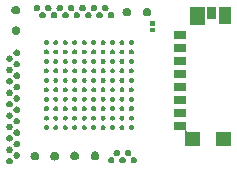
<source format=gbr>
G04 #@! TF.GenerationSoftware,KiCad,Pcbnew,(5.1.0)-1*
G04 #@! TF.CreationDate,2019-07-29T23:07:27-07:00*
G04 #@! TF.ProjectId,WireFreeV4_Release,57697265-4672-4656-9556-345f52656c65,rev?*
G04 #@! TF.SameCoordinates,Original*
G04 #@! TF.FileFunction,Soldermask,Top*
G04 #@! TF.FilePolarity,Negative*
%FSLAX46Y46*%
G04 Gerber Fmt 4.6, Leading zero omitted, Abs format (unit mm)*
G04 Created by KiCad (PCBNEW (5.1.0)-1) date 2019-07-29 23:07:27*
%MOMM*%
%LPD*%
G04 APERTURE LIST*
%ADD10C,0.100000*%
G04 APERTURE END LIST*
D10*
G36*
X130984859Y-97604256D02*
G01*
X131035706Y-97625317D01*
X131081469Y-97655895D01*
X131120384Y-97694810D01*
X131150962Y-97740573D01*
X131172023Y-97791420D01*
X131182760Y-97845400D01*
X131182760Y-97900438D01*
X131172023Y-97954418D01*
X131150962Y-98005265D01*
X131120384Y-98051028D01*
X131081469Y-98089943D01*
X131035706Y-98120521D01*
X130984859Y-98141582D01*
X130930879Y-98152319D01*
X130875841Y-98152319D01*
X130821861Y-98141582D01*
X130771014Y-98120521D01*
X130725251Y-98089943D01*
X130686336Y-98051028D01*
X130655758Y-98005265D01*
X130634697Y-97954418D01*
X130623960Y-97900438D01*
X130623960Y-97845400D01*
X130634697Y-97791420D01*
X130655758Y-97740573D01*
X130686336Y-97694810D01*
X130725251Y-97655895D01*
X130771014Y-97625317D01*
X130821861Y-97604256D01*
X130875841Y-97593519D01*
X130930879Y-97593519D01*
X130984859Y-97604256D01*
X130984859Y-97604256D01*
G37*
G36*
X141513898Y-97528877D02*
G01*
X141564745Y-97549938D01*
X141610508Y-97580516D01*
X141649423Y-97619431D01*
X141680001Y-97665194D01*
X141701062Y-97716041D01*
X141711799Y-97770021D01*
X141711799Y-97825059D01*
X141701062Y-97879039D01*
X141680001Y-97929886D01*
X141649423Y-97975649D01*
X141610508Y-98014564D01*
X141564745Y-98045142D01*
X141513898Y-98066203D01*
X141459918Y-98076940D01*
X141404880Y-98076940D01*
X141350900Y-98066203D01*
X141300053Y-98045142D01*
X141254290Y-98014564D01*
X141215375Y-97975649D01*
X141184797Y-97929886D01*
X141163736Y-97879039D01*
X141152999Y-97825059D01*
X141152999Y-97770021D01*
X141163736Y-97716041D01*
X141184797Y-97665194D01*
X141215375Y-97619431D01*
X141254290Y-97580516D01*
X141300053Y-97549938D01*
X141350900Y-97528877D01*
X141404880Y-97518140D01*
X141459918Y-97518140D01*
X141513898Y-97528877D01*
X141513898Y-97528877D01*
G37*
G36*
X139583500Y-97528877D02*
G01*
X139634347Y-97549938D01*
X139680110Y-97580516D01*
X139719025Y-97619431D01*
X139749603Y-97665194D01*
X139770664Y-97716041D01*
X139781401Y-97770021D01*
X139781401Y-97825059D01*
X139770664Y-97879039D01*
X139749603Y-97929886D01*
X139719025Y-97975649D01*
X139680110Y-98014564D01*
X139634347Y-98045142D01*
X139583500Y-98066203D01*
X139529520Y-98076940D01*
X139474482Y-98076940D01*
X139420502Y-98066203D01*
X139369655Y-98045142D01*
X139323892Y-98014564D01*
X139284977Y-97975649D01*
X139254399Y-97929886D01*
X139233338Y-97879039D01*
X139222601Y-97825059D01*
X139222601Y-97770021D01*
X139233338Y-97716041D01*
X139254399Y-97665194D01*
X139284977Y-97619431D01*
X139323892Y-97580516D01*
X139369655Y-97549938D01*
X139420502Y-97528877D01*
X139474482Y-97518140D01*
X139529520Y-97518140D01*
X139583500Y-97528877D01*
X139583500Y-97528877D01*
G37*
G36*
X140548699Y-97528877D02*
G01*
X140599546Y-97549938D01*
X140645309Y-97580516D01*
X140684224Y-97619431D01*
X140714802Y-97665194D01*
X140735863Y-97716041D01*
X140746600Y-97770021D01*
X140746600Y-97825059D01*
X140735863Y-97879039D01*
X140714802Y-97929886D01*
X140684224Y-97975649D01*
X140645309Y-98014564D01*
X140599546Y-98045142D01*
X140548699Y-98066203D01*
X140494719Y-98076940D01*
X140439681Y-98076940D01*
X140385701Y-98066203D01*
X140334854Y-98045142D01*
X140289091Y-98014564D01*
X140250176Y-97975649D01*
X140219598Y-97929886D01*
X140198537Y-97879039D01*
X140187800Y-97825059D01*
X140187800Y-97770021D01*
X140198537Y-97716041D01*
X140219598Y-97665194D01*
X140250176Y-97619431D01*
X140289091Y-97580516D01*
X140334854Y-97549938D01*
X140385701Y-97528877D01*
X140439681Y-97518140D01*
X140494719Y-97518140D01*
X140548699Y-97528877D01*
X140548699Y-97528877D01*
G37*
G36*
X134778588Y-97078228D02*
G01*
X134826941Y-97087846D01*
X134895258Y-97116144D01*
X134956744Y-97157228D01*
X135009030Y-97209514D01*
X135050114Y-97271000D01*
X135078412Y-97339317D01*
X135092839Y-97411846D01*
X135092839Y-97485792D01*
X135078412Y-97558321D01*
X135050114Y-97626638D01*
X135009030Y-97688124D01*
X134956744Y-97740410D01*
X134895258Y-97781494D01*
X134826941Y-97809792D01*
X134778588Y-97819410D01*
X134754413Y-97824219D01*
X134680465Y-97824219D01*
X134656290Y-97819410D01*
X134607937Y-97809792D01*
X134539620Y-97781494D01*
X134478134Y-97740410D01*
X134425848Y-97688124D01*
X134384764Y-97626638D01*
X134356466Y-97558321D01*
X134342039Y-97485792D01*
X134342039Y-97411846D01*
X134356466Y-97339317D01*
X134384764Y-97271000D01*
X134425848Y-97209514D01*
X134478134Y-97157228D01*
X134539620Y-97116144D01*
X134607937Y-97087846D01*
X134656290Y-97078228D01*
X134680465Y-97073419D01*
X134754413Y-97073419D01*
X134778588Y-97078228D01*
X134778588Y-97078228D01*
G37*
G36*
X133103292Y-97067846D02*
G01*
X133159502Y-97079027D01*
X133227819Y-97107325D01*
X133289305Y-97148409D01*
X133341591Y-97200695D01*
X133382675Y-97262181D01*
X133410973Y-97330498D01*
X133425400Y-97403027D01*
X133425400Y-97476973D01*
X133410973Y-97549502D01*
X133382675Y-97617819D01*
X133341591Y-97679305D01*
X133289305Y-97731591D01*
X133227819Y-97772675D01*
X133159502Y-97800973D01*
X133115166Y-97809792D01*
X133086974Y-97815400D01*
X133013026Y-97815400D01*
X132984834Y-97809792D01*
X132940498Y-97800973D01*
X132872181Y-97772675D01*
X132810695Y-97731591D01*
X132758409Y-97679305D01*
X132717325Y-97617819D01*
X132689027Y-97549502D01*
X132674600Y-97476973D01*
X132674600Y-97403027D01*
X132689027Y-97330498D01*
X132717325Y-97262181D01*
X132758409Y-97200695D01*
X132810695Y-97148409D01*
X132872181Y-97107325D01*
X132940498Y-97079027D01*
X132996708Y-97067846D01*
X133013026Y-97064600D01*
X133086974Y-97064600D01*
X133103292Y-97067846D01*
X133103292Y-97067846D01*
G37*
G36*
X138201149Y-97059409D02*
G01*
X138249502Y-97069027D01*
X138317819Y-97097325D01*
X138379305Y-97138409D01*
X138431591Y-97190695D01*
X138472675Y-97252181D01*
X138500973Y-97320498D01*
X138515400Y-97393027D01*
X138515400Y-97466973D01*
X138500973Y-97539502D01*
X138472675Y-97607819D01*
X138431591Y-97669305D01*
X138379305Y-97721591D01*
X138317819Y-97762675D01*
X138249502Y-97790973D01*
X138201149Y-97800591D01*
X138176974Y-97805400D01*
X138103026Y-97805400D01*
X138078851Y-97800591D01*
X138030498Y-97790973D01*
X137962181Y-97762675D01*
X137900695Y-97721591D01*
X137848409Y-97669305D01*
X137807325Y-97607819D01*
X137779027Y-97539502D01*
X137764600Y-97466973D01*
X137764600Y-97393027D01*
X137779027Y-97320498D01*
X137807325Y-97252181D01*
X137848409Y-97190695D01*
X137900695Y-97138409D01*
X137962181Y-97097325D01*
X138030498Y-97069027D01*
X138078851Y-97059409D01*
X138103026Y-97054600D01*
X138176974Y-97054600D01*
X138201149Y-97059409D01*
X138201149Y-97059409D01*
G37*
G36*
X136478588Y-97058228D02*
G01*
X136526941Y-97067846D01*
X136595258Y-97096144D01*
X136656744Y-97137228D01*
X136709030Y-97189514D01*
X136750114Y-97251000D01*
X136778412Y-97319317D01*
X136792839Y-97391846D01*
X136792839Y-97465792D01*
X136778412Y-97538321D01*
X136750114Y-97606638D01*
X136709030Y-97668124D01*
X136656744Y-97720410D01*
X136595258Y-97761494D01*
X136526941Y-97789792D01*
X136478588Y-97799410D01*
X136454413Y-97804219D01*
X136380465Y-97804219D01*
X136356290Y-97799410D01*
X136307937Y-97789792D01*
X136239620Y-97761494D01*
X136178134Y-97720410D01*
X136125848Y-97668124D01*
X136084764Y-97606638D01*
X136056466Y-97538321D01*
X136042039Y-97465792D01*
X136042039Y-97391846D01*
X136056466Y-97319317D01*
X136084764Y-97251000D01*
X136125848Y-97189514D01*
X136178134Y-97137228D01*
X136239620Y-97096144D01*
X136307937Y-97067846D01*
X136356290Y-97058228D01*
X136380465Y-97053419D01*
X136454413Y-97053419D01*
X136478588Y-97058228D01*
X136478588Y-97058228D01*
G37*
G36*
X131594459Y-97121657D02*
G01*
X131645306Y-97142718D01*
X131691069Y-97173296D01*
X131729984Y-97212211D01*
X131760562Y-97257974D01*
X131781623Y-97308821D01*
X131792360Y-97362801D01*
X131792360Y-97417839D01*
X131781623Y-97471819D01*
X131760562Y-97522666D01*
X131729984Y-97568429D01*
X131691069Y-97607344D01*
X131645306Y-97637922D01*
X131594459Y-97658983D01*
X131540479Y-97669720D01*
X131485441Y-97669720D01*
X131431461Y-97658983D01*
X131380614Y-97637922D01*
X131334851Y-97607344D01*
X131295936Y-97568429D01*
X131265358Y-97522666D01*
X131244297Y-97471819D01*
X131233560Y-97417839D01*
X131233560Y-97362801D01*
X131244297Y-97308821D01*
X131265358Y-97257974D01*
X131295936Y-97212211D01*
X131334851Y-97173296D01*
X131380614Y-97142718D01*
X131431461Y-97121657D01*
X131485441Y-97110920D01*
X131540479Y-97110920D01*
X131594459Y-97121657D01*
X131594459Y-97121657D01*
G37*
G36*
X140066100Y-96919277D02*
G01*
X140116947Y-96940338D01*
X140162710Y-96970916D01*
X140201625Y-97009831D01*
X140232203Y-97055594D01*
X140253264Y-97106441D01*
X140264001Y-97160421D01*
X140264001Y-97215459D01*
X140253264Y-97269439D01*
X140232203Y-97320286D01*
X140201625Y-97366049D01*
X140162710Y-97404964D01*
X140116947Y-97435542D01*
X140066100Y-97456603D01*
X140012120Y-97467340D01*
X139957082Y-97467340D01*
X139903102Y-97456603D01*
X139852255Y-97435542D01*
X139806492Y-97404964D01*
X139767577Y-97366049D01*
X139736999Y-97320286D01*
X139715938Y-97269439D01*
X139705201Y-97215459D01*
X139705201Y-97160421D01*
X139715938Y-97106441D01*
X139736999Y-97055594D01*
X139767577Y-97009831D01*
X139806492Y-96970916D01*
X139852255Y-96940338D01*
X139903102Y-96919277D01*
X139957082Y-96908540D01*
X140012120Y-96908540D01*
X140066100Y-96919277D01*
X140066100Y-96919277D01*
G37*
G36*
X141031299Y-96919277D02*
G01*
X141082146Y-96940338D01*
X141127909Y-96970916D01*
X141166824Y-97009831D01*
X141197402Y-97055594D01*
X141218463Y-97106441D01*
X141229200Y-97160421D01*
X141229200Y-97215459D01*
X141218463Y-97269439D01*
X141197402Y-97320286D01*
X141166824Y-97366049D01*
X141127909Y-97404964D01*
X141082146Y-97435542D01*
X141031299Y-97456603D01*
X140977319Y-97467340D01*
X140922281Y-97467340D01*
X140868301Y-97456603D01*
X140817454Y-97435542D01*
X140771691Y-97404964D01*
X140732776Y-97366049D01*
X140702198Y-97320286D01*
X140681137Y-97269439D01*
X140670400Y-97215459D01*
X140670400Y-97160421D01*
X140681137Y-97106441D01*
X140702198Y-97055594D01*
X140732776Y-97009831D01*
X140771691Y-96970916D01*
X140817454Y-96940338D01*
X140868301Y-96919277D01*
X140922281Y-96908540D01*
X140977319Y-96908540D01*
X141031299Y-96919277D01*
X141031299Y-96919277D01*
G37*
G36*
X130984859Y-96639057D02*
G01*
X131035706Y-96660118D01*
X131081469Y-96690696D01*
X131120384Y-96729611D01*
X131150962Y-96775374D01*
X131172023Y-96826221D01*
X131182760Y-96880201D01*
X131182760Y-96935239D01*
X131172023Y-96989219D01*
X131150962Y-97040066D01*
X131120384Y-97085829D01*
X131081469Y-97124744D01*
X131035706Y-97155322D01*
X130984859Y-97176383D01*
X130930879Y-97187120D01*
X130875841Y-97187120D01*
X130821861Y-97176383D01*
X130771014Y-97155322D01*
X130725251Y-97124744D01*
X130686336Y-97085829D01*
X130655758Y-97040066D01*
X130634697Y-96989219D01*
X130623960Y-96935239D01*
X130623960Y-96880201D01*
X130634697Y-96826221D01*
X130655758Y-96775374D01*
X130686336Y-96729611D01*
X130725251Y-96690696D01*
X130771014Y-96660118D01*
X130821861Y-96639057D01*
X130875841Y-96628320D01*
X130930879Y-96628320D01*
X130984859Y-96639057D01*
X130984859Y-96639057D01*
G37*
G36*
X131594459Y-96156458D02*
G01*
X131645306Y-96177519D01*
X131691069Y-96208097D01*
X131729984Y-96247012D01*
X131760562Y-96292775D01*
X131781623Y-96343622D01*
X131792360Y-96397602D01*
X131792360Y-96452640D01*
X131781623Y-96506620D01*
X131760562Y-96557467D01*
X131729984Y-96603230D01*
X131691069Y-96642145D01*
X131645306Y-96672723D01*
X131594459Y-96693784D01*
X131540479Y-96704521D01*
X131485441Y-96704521D01*
X131431461Y-96693784D01*
X131380614Y-96672723D01*
X131334851Y-96642145D01*
X131295936Y-96603230D01*
X131265358Y-96557467D01*
X131244297Y-96506620D01*
X131233560Y-96452640D01*
X131233560Y-96397602D01*
X131244297Y-96343622D01*
X131265358Y-96292775D01*
X131295936Y-96247012D01*
X131334851Y-96208097D01*
X131380614Y-96177519D01*
X131431461Y-96156458D01*
X131485441Y-96145721D01*
X131540479Y-96145721D01*
X131594459Y-96156458D01*
X131594459Y-96156458D01*
G37*
G36*
X145874360Y-95322641D02*
G01*
X145875336Y-95332551D01*
X145878227Y-95342081D01*
X145882921Y-95350863D01*
X145889239Y-95358561D01*
X145896937Y-95364879D01*
X145905719Y-95369573D01*
X145915249Y-95372464D01*
X145925159Y-95373440D01*
X147024360Y-95373440D01*
X147024360Y-96574240D01*
X145773560Y-96574240D01*
X145773560Y-95325039D01*
X145772584Y-95315129D01*
X145769693Y-95305599D01*
X145764999Y-95296817D01*
X145758681Y-95289119D01*
X145750983Y-95282801D01*
X145742201Y-95278107D01*
X145732671Y-95275216D01*
X145722761Y-95274240D01*
X144823560Y-95274240D01*
X144823560Y-94523440D01*
X145874360Y-94523440D01*
X145874360Y-95322641D01*
X145874360Y-95322641D01*
G37*
G36*
X149614360Y-96574240D02*
G01*
X148363560Y-96574240D01*
X148363560Y-95373440D01*
X149614360Y-95373440D01*
X149614360Y-96574240D01*
X149614360Y-96574240D01*
G37*
G36*
X130984859Y-95673858D02*
G01*
X131035706Y-95694919D01*
X131081469Y-95725497D01*
X131120384Y-95764412D01*
X131150962Y-95810175D01*
X131172023Y-95861022D01*
X131182760Y-95915002D01*
X131182760Y-95970040D01*
X131172023Y-96024020D01*
X131150962Y-96074867D01*
X131120384Y-96120630D01*
X131081469Y-96159545D01*
X131035706Y-96190123D01*
X130984859Y-96211184D01*
X130930879Y-96221921D01*
X130875841Y-96221921D01*
X130821861Y-96211184D01*
X130771014Y-96190123D01*
X130725251Y-96159545D01*
X130686336Y-96120630D01*
X130655758Y-96074867D01*
X130634697Y-96024020D01*
X130623960Y-95970040D01*
X130623960Y-95915002D01*
X130634697Y-95861022D01*
X130655758Y-95810175D01*
X130686336Y-95764412D01*
X130725251Y-95725497D01*
X130771014Y-95694919D01*
X130821861Y-95673858D01*
X130875841Y-95663121D01*
X130930879Y-95663121D01*
X130984859Y-95673858D01*
X130984859Y-95673858D01*
G37*
G36*
X131594459Y-95191259D02*
G01*
X131645306Y-95212320D01*
X131691069Y-95242898D01*
X131729984Y-95281813D01*
X131760562Y-95327576D01*
X131781623Y-95378423D01*
X131792360Y-95432403D01*
X131792360Y-95487441D01*
X131781623Y-95541421D01*
X131760562Y-95592268D01*
X131729984Y-95638031D01*
X131691069Y-95676946D01*
X131645306Y-95707524D01*
X131594459Y-95728585D01*
X131540479Y-95739322D01*
X131485441Y-95739322D01*
X131431461Y-95728585D01*
X131380614Y-95707524D01*
X131334851Y-95676946D01*
X131295936Y-95638031D01*
X131265358Y-95592268D01*
X131244297Y-95541421D01*
X131233560Y-95487441D01*
X131233560Y-95432403D01*
X131244297Y-95378423D01*
X131265358Y-95327576D01*
X131295936Y-95281813D01*
X131334851Y-95242898D01*
X131380614Y-95212320D01*
X131431461Y-95191259D01*
X131485441Y-95180522D01*
X131540479Y-95180522D01*
X131594459Y-95191259D01*
X131594459Y-95191259D01*
G37*
G36*
X130984859Y-94708659D02*
G01*
X131035706Y-94729720D01*
X131081469Y-94760298D01*
X131120384Y-94799213D01*
X131150962Y-94844976D01*
X131172023Y-94895823D01*
X131182760Y-94949803D01*
X131182760Y-95004841D01*
X131172023Y-95058821D01*
X131150962Y-95109668D01*
X131120384Y-95155431D01*
X131081469Y-95194346D01*
X131035706Y-95224924D01*
X130984859Y-95245985D01*
X130930879Y-95256722D01*
X130875841Y-95256722D01*
X130821861Y-95245985D01*
X130771014Y-95224924D01*
X130725251Y-95194346D01*
X130686336Y-95155431D01*
X130655758Y-95109668D01*
X130634697Y-95058821D01*
X130623960Y-95004841D01*
X130623960Y-94949803D01*
X130634697Y-94895823D01*
X130655758Y-94844976D01*
X130686336Y-94799213D01*
X130725251Y-94760298D01*
X130771014Y-94729720D01*
X130821861Y-94708659D01*
X130875841Y-94697922D01*
X130930879Y-94697922D01*
X130984859Y-94708659D01*
X130984859Y-94708659D01*
G37*
G36*
X137280271Y-94832406D02*
G01*
X137280272Y-94832406D01*
X137280275Y-94832407D01*
X137318560Y-94848264D01*
X137353024Y-94871292D01*
X137382328Y-94900596D01*
X137405356Y-94935060D01*
X137421213Y-94973345D01*
X137421214Y-94973348D01*
X137421214Y-94973349D01*
X137429300Y-95013997D01*
X137429300Y-95055442D01*
X137421213Y-95096095D01*
X137405356Y-95134380D01*
X137382328Y-95168844D01*
X137353024Y-95198148D01*
X137318560Y-95221176D01*
X137280275Y-95237033D01*
X137280272Y-95237034D01*
X137280271Y-95237034D01*
X137239623Y-95245120D01*
X137198177Y-95245120D01*
X137157529Y-95237034D01*
X137157528Y-95237034D01*
X137157525Y-95237033D01*
X137119240Y-95221176D01*
X137084776Y-95198148D01*
X137055472Y-95168844D01*
X137032444Y-95134380D01*
X137016587Y-95096095D01*
X137008500Y-95055442D01*
X137008500Y-95013997D01*
X137016586Y-94973349D01*
X137016586Y-94973348D01*
X137016587Y-94973345D01*
X137032444Y-94935060D01*
X137055472Y-94900596D01*
X137084776Y-94871292D01*
X137119240Y-94848264D01*
X137157525Y-94832407D01*
X137157528Y-94832406D01*
X137157529Y-94832406D01*
X137198177Y-94824320D01*
X137239623Y-94824320D01*
X137280271Y-94832406D01*
X137280271Y-94832406D01*
G37*
G36*
X141280271Y-94832406D02*
G01*
X141280272Y-94832406D01*
X141280275Y-94832407D01*
X141318560Y-94848264D01*
X141353024Y-94871292D01*
X141382328Y-94900596D01*
X141405356Y-94935060D01*
X141421213Y-94973345D01*
X141421214Y-94973348D01*
X141421214Y-94973349D01*
X141429300Y-95013997D01*
X141429300Y-95055442D01*
X141421213Y-95096095D01*
X141405356Y-95134380D01*
X141382328Y-95168844D01*
X141353024Y-95198148D01*
X141318560Y-95221176D01*
X141280275Y-95237033D01*
X141280272Y-95237034D01*
X141280271Y-95237034D01*
X141239623Y-95245120D01*
X141198177Y-95245120D01*
X141157529Y-95237034D01*
X141157528Y-95237034D01*
X141157525Y-95237033D01*
X141119240Y-95221176D01*
X141084776Y-95198148D01*
X141055472Y-95168844D01*
X141032444Y-95134380D01*
X141016587Y-95096095D01*
X141008500Y-95055442D01*
X141008500Y-95013997D01*
X141016586Y-94973349D01*
X141016586Y-94973348D01*
X141016587Y-94973345D01*
X141032444Y-94935060D01*
X141055472Y-94900596D01*
X141084776Y-94871292D01*
X141119240Y-94848264D01*
X141157525Y-94832407D01*
X141157528Y-94832406D01*
X141157529Y-94832406D01*
X141198177Y-94824320D01*
X141239623Y-94824320D01*
X141280271Y-94832406D01*
X141280271Y-94832406D01*
G37*
G36*
X139680271Y-94832406D02*
G01*
X139680272Y-94832406D01*
X139680275Y-94832407D01*
X139718560Y-94848264D01*
X139753024Y-94871292D01*
X139782328Y-94900596D01*
X139805356Y-94935060D01*
X139821213Y-94973345D01*
X139821214Y-94973348D01*
X139821214Y-94973349D01*
X139829300Y-95013997D01*
X139829300Y-95055442D01*
X139821213Y-95096095D01*
X139805356Y-95134380D01*
X139782328Y-95168844D01*
X139753024Y-95198148D01*
X139718560Y-95221176D01*
X139680275Y-95237033D01*
X139680272Y-95237034D01*
X139680271Y-95237034D01*
X139639623Y-95245120D01*
X139598177Y-95245120D01*
X139557529Y-95237034D01*
X139557528Y-95237034D01*
X139557525Y-95237033D01*
X139519240Y-95221176D01*
X139484776Y-95198148D01*
X139455472Y-95168844D01*
X139432444Y-95134380D01*
X139416587Y-95096095D01*
X139408500Y-95055442D01*
X139408500Y-95013997D01*
X139416586Y-94973349D01*
X139416586Y-94973348D01*
X139416587Y-94973345D01*
X139432444Y-94935060D01*
X139455472Y-94900596D01*
X139484776Y-94871292D01*
X139519240Y-94848264D01*
X139557525Y-94832407D01*
X139557528Y-94832406D01*
X139557529Y-94832406D01*
X139598177Y-94824320D01*
X139639623Y-94824320D01*
X139680271Y-94832406D01*
X139680271Y-94832406D01*
G37*
G36*
X138880271Y-94832406D02*
G01*
X138880272Y-94832406D01*
X138880275Y-94832407D01*
X138918560Y-94848264D01*
X138953024Y-94871292D01*
X138982328Y-94900596D01*
X139005356Y-94935060D01*
X139021213Y-94973345D01*
X139021214Y-94973348D01*
X139021214Y-94973349D01*
X139029300Y-95013997D01*
X139029300Y-95055442D01*
X139021213Y-95096095D01*
X139005356Y-95134380D01*
X138982328Y-95168844D01*
X138953024Y-95198148D01*
X138918560Y-95221176D01*
X138880275Y-95237033D01*
X138880272Y-95237034D01*
X138880271Y-95237034D01*
X138839623Y-95245120D01*
X138798177Y-95245120D01*
X138757529Y-95237034D01*
X138757528Y-95237034D01*
X138757525Y-95237033D01*
X138719240Y-95221176D01*
X138684776Y-95198148D01*
X138655472Y-95168844D01*
X138632444Y-95134380D01*
X138616587Y-95096095D01*
X138608500Y-95055442D01*
X138608500Y-95013997D01*
X138616586Y-94973349D01*
X138616586Y-94973348D01*
X138616587Y-94973345D01*
X138632444Y-94935060D01*
X138655472Y-94900596D01*
X138684776Y-94871292D01*
X138719240Y-94848264D01*
X138757525Y-94832407D01*
X138757528Y-94832406D01*
X138757529Y-94832406D01*
X138798177Y-94824320D01*
X138839623Y-94824320D01*
X138880271Y-94832406D01*
X138880271Y-94832406D01*
G37*
G36*
X138080271Y-94832406D02*
G01*
X138080272Y-94832406D01*
X138080275Y-94832407D01*
X138118560Y-94848264D01*
X138153024Y-94871292D01*
X138182328Y-94900596D01*
X138205356Y-94935060D01*
X138221213Y-94973345D01*
X138221214Y-94973348D01*
X138221214Y-94973349D01*
X138229300Y-95013997D01*
X138229300Y-95055442D01*
X138221213Y-95096095D01*
X138205356Y-95134380D01*
X138182328Y-95168844D01*
X138153024Y-95198148D01*
X138118560Y-95221176D01*
X138080275Y-95237033D01*
X138080272Y-95237034D01*
X138080271Y-95237034D01*
X138039623Y-95245120D01*
X137998177Y-95245120D01*
X137957529Y-95237034D01*
X137957528Y-95237034D01*
X137957525Y-95237033D01*
X137919240Y-95221176D01*
X137884776Y-95198148D01*
X137855472Y-95168844D01*
X137832444Y-95134380D01*
X137816587Y-95096095D01*
X137808500Y-95055442D01*
X137808500Y-95013997D01*
X137816586Y-94973349D01*
X137816586Y-94973348D01*
X137816587Y-94973345D01*
X137832444Y-94935060D01*
X137855472Y-94900596D01*
X137884776Y-94871292D01*
X137919240Y-94848264D01*
X137957525Y-94832407D01*
X137957528Y-94832406D01*
X137957529Y-94832406D01*
X137998177Y-94824320D01*
X138039623Y-94824320D01*
X138080271Y-94832406D01*
X138080271Y-94832406D01*
G37*
G36*
X136480271Y-94832406D02*
G01*
X136480272Y-94832406D01*
X136480275Y-94832407D01*
X136518560Y-94848264D01*
X136553024Y-94871292D01*
X136582328Y-94900596D01*
X136605356Y-94935060D01*
X136621213Y-94973345D01*
X136621214Y-94973348D01*
X136621214Y-94973349D01*
X136629300Y-95013997D01*
X136629300Y-95055442D01*
X136621213Y-95096095D01*
X136605356Y-95134380D01*
X136582328Y-95168844D01*
X136553024Y-95198148D01*
X136518560Y-95221176D01*
X136480275Y-95237033D01*
X136480272Y-95237034D01*
X136480271Y-95237034D01*
X136439623Y-95245120D01*
X136398177Y-95245120D01*
X136357529Y-95237034D01*
X136357528Y-95237034D01*
X136357525Y-95237033D01*
X136319240Y-95221176D01*
X136284776Y-95198148D01*
X136255472Y-95168844D01*
X136232444Y-95134380D01*
X136216587Y-95096095D01*
X136208500Y-95055442D01*
X136208500Y-95013997D01*
X136216586Y-94973349D01*
X136216586Y-94973348D01*
X136216587Y-94973345D01*
X136232444Y-94935060D01*
X136255472Y-94900596D01*
X136284776Y-94871292D01*
X136319240Y-94848264D01*
X136357525Y-94832407D01*
X136357528Y-94832406D01*
X136357529Y-94832406D01*
X136398177Y-94824320D01*
X136439623Y-94824320D01*
X136480271Y-94832406D01*
X136480271Y-94832406D01*
G37*
G36*
X135680271Y-94832406D02*
G01*
X135680272Y-94832406D01*
X135680275Y-94832407D01*
X135718560Y-94848264D01*
X135753024Y-94871292D01*
X135782328Y-94900596D01*
X135805356Y-94935060D01*
X135821213Y-94973345D01*
X135821214Y-94973348D01*
X135821214Y-94973349D01*
X135829300Y-95013997D01*
X135829300Y-95055442D01*
X135821213Y-95096095D01*
X135805356Y-95134380D01*
X135782328Y-95168844D01*
X135753024Y-95198148D01*
X135718560Y-95221176D01*
X135680275Y-95237033D01*
X135680272Y-95237034D01*
X135680271Y-95237034D01*
X135639623Y-95245120D01*
X135598177Y-95245120D01*
X135557529Y-95237034D01*
X135557528Y-95237034D01*
X135557525Y-95237033D01*
X135519240Y-95221176D01*
X135484776Y-95198148D01*
X135455472Y-95168844D01*
X135432444Y-95134380D01*
X135416587Y-95096095D01*
X135408500Y-95055442D01*
X135408500Y-95013997D01*
X135416586Y-94973349D01*
X135416586Y-94973348D01*
X135416587Y-94973345D01*
X135432444Y-94935060D01*
X135455472Y-94900596D01*
X135484776Y-94871292D01*
X135519240Y-94848264D01*
X135557525Y-94832407D01*
X135557528Y-94832406D01*
X135557529Y-94832406D01*
X135598177Y-94824320D01*
X135639623Y-94824320D01*
X135680271Y-94832406D01*
X135680271Y-94832406D01*
G37*
G36*
X134880271Y-94832406D02*
G01*
X134880272Y-94832406D01*
X134880275Y-94832407D01*
X134918560Y-94848264D01*
X134953024Y-94871292D01*
X134982328Y-94900596D01*
X135005356Y-94935060D01*
X135021213Y-94973345D01*
X135021214Y-94973348D01*
X135021214Y-94973349D01*
X135029300Y-95013997D01*
X135029300Y-95055442D01*
X135021213Y-95096095D01*
X135005356Y-95134380D01*
X134982328Y-95168844D01*
X134953024Y-95198148D01*
X134918560Y-95221176D01*
X134880275Y-95237033D01*
X134880272Y-95237034D01*
X134880271Y-95237034D01*
X134839623Y-95245120D01*
X134798177Y-95245120D01*
X134757529Y-95237034D01*
X134757528Y-95237034D01*
X134757525Y-95237033D01*
X134719240Y-95221176D01*
X134684776Y-95198148D01*
X134655472Y-95168844D01*
X134632444Y-95134380D01*
X134616587Y-95096095D01*
X134608500Y-95055442D01*
X134608500Y-95013997D01*
X134616586Y-94973349D01*
X134616586Y-94973348D01*
X134616587Y-94973345D01*
X134632444Y-94935060D01*
X134655472Y-94900596D01*
X134684776Y-94871292D01*
X134719240Y-94848264D01*
X134757525Y-94832407D01*
X134757528Y-94832406D01*
X134757529Y-94832406D01*
X134798177Y-94824320D01*
X134839623Y-94824320D01*
X134880271Y-94832406D01*
X134880271Y-94832406D01*
G37*
G36*
X134080271Y-94832406D02*
G01*
X134080272Y-94832406D01*
X134080275Y-94832407D01*
X134118560Y-94848264D01*
X134153024Y-94871292D01*
X134182328Y-94900596D01*
X134205356Y-94935060D01*
X134221213Y-94973345D01*
X134221214Y-94973348D01*
X134221214Y-94973349D01*
X134229300Y-95013997D01*
X134229300Y-95055442D01*
X134221213Y-95096095D01*
X134205356Y-95134380D01*
X134182328Y-95168844D01*
X134153024Y-95198148D01*
X134118560Y-95221176D01*
X134080275Y-95237033D01*
X134080272Y-95237034D01*
X134080271Y-95237034D01*
X134039623Y-95245120D01*
X133998177Y-95245120D01*
X133957529Y-95237034D01*
X133957528Y-95237034D01*
X133957525Y-95237033D01*
X133919240Y-95221176D01*
X133884776Y-95198148D01*
X133855472Y-95168844D01*
X133832444Y-95134380D01*
X133816587Y-95096095D01*
X133808500Y-95055442D01*
X133808500Y-95013997D01*
X133816586Y-94973349D01*
X133816586Y-94973348D01*
X133816587Y-94973345D01*
X133832444Y-94935060D01*
X133855472Y-94900596D01*
X133884776Y-94871292D01*
X133919240Y-94848264D01*
X133957525Y-94832407D01*
X133957528Y-94832406D01*
X133957529Y-94832406D01*
X133998177Y-94824320D01*
X134039623Y-94824320D01*
X134080271Y-94832406D01*
X134080271Y-94832406D01*
G37*
G36*
X140480271Y-94832406D02*
G01*
X140480272Y-94832406D01*
X140480275Y-94832407D01*
X140518560Y-94848264D01*
X140553024Y-94871292D01*
X140582328Y-94900596D01*
X140605356Y-94935060D01*
X140621213Y-94973345D01*
X140621214Y-94973348D01*
X140621214Y-94973349D01*
X140629300Y-95013997D01*
X140629300Y-95055442D01*
X140621213Y-95096095D01*
X140605356Y-95134380D01*
X140582328Y-95168844D01*
X140553024Y-95198148D01*
X140518560Y-95221176D01*
X140480275Y-95237033D01*
X140480272Y-95237034D01*
X140480271Y-95237034D01*
X140439623Y-95245120D01*
X140398177Y-95245120D01*
X140357529Y-95237034D01*
X140357528Y-95237034D01*
X140357525Y-95237033D01*
X140319240Y-95221176D01*
X140284776Y-95198148D01*
X140255472Y-95168844D01*
X140232444Y-95134380D01*
X140216587Y-95096095D01*
X140208500Y-95055442D01*
X140208500Y-95013997D01*
X140216586Y-94973349D01*
X140216586Y-94973348D01*
X140216587Y-94973345D01*
X140232444Y-94935060D01*
X140255472Y-94900596D01*
X140284776Y-94871292D01*
X140319240Y-94848264D01*
X140357525Y-94832407D01*
X140357528Y-94832406D01*
X140357529Y-94832406D01*
X140398177Y-94824320D01*
X140439623Y-94824320D01*
X140480271Y-94832406D01*
X140480271Y-94832406D01*
G37*
G36*
X131594459Y-94226060D02*
G01*
X131645306Y-94247121D01*
X131691069Y-94277699D01*
X131729984Y-94316614D01*
X131760562Y-94362377D01*
X131781623Y-94413224D01*
X131792360Y-94467204D01*
X131792360Y-94522242D01*
X131781623Y-94576222D01*
X131760562Y-94627069D01*
X131729984Y-94672832D01*
X131691069Y-94711747D01*
X131645306Y-94742325D01*
X131594459Y-94763386D01*
X131540479Y-94774123D01*
X131485441Y-94774123D01*
X131431461Y-94763386D01*
X131380614Y-94742325D01*
X131334851Y-94711747D01*
X131295936Y-94672832D01*
X131265358Y-94627069D01*
X131244297Y-94576222D01*
X131233560Y-94522242D01*
X131233560Y-94467204D01*
X131244297Y-94413224D01*
X131265358Y-94362377D01*
X131295936Y-94316614D01*
X131334851Y-94277699D01*
X131380614Y-94247121D01*
X131431461Y-94226060D01*
X131485441Y-94215323D01*
X131540479Y-94215323D01*
X131594459Y-94226060D01*
X131594459Y-94226060D01*
G37*
G36*
X136480271Y-94032406D02*
G01*
X136480272Y-94032406D01*
X136480275Y-94032407D01*
X136518560Y-94048264D01*
X136553024Y-94071292D01*
X136582328Y-94100596D01*
X136605356Y-94135060D01*
X136621213Y-94173345D01*
X136621214Y-94173348D01*
X136621214Y-94173349D01*
X136629300Y-94213997D01*
X136629300Y-94255443D01*
X136622123Y-94291523D01*
X136621213Y-94296095D01*
X136605356Y-94334380D01*
X136582328Y-94368844D01*
X136553024Y-94398148D01*
X136518560Y-94421176D01*
X136480275Y-94437033D01*
X136480272Y-94437034D01*
X136480271Y-94437034D01*
X136439623Y-94445120D01*
X136398177Y-94445120D01*
X136357529Y-94437034D01*
X136357528Y-94437034D01*
X136357525Y-94437033D01*
X136319240Y-94421176D01*
X136284776Y-94398148D01*
X136255472Y-94368844D01*
X136232444Y-94334380D01*
X136216587Y-94296095D01*
X136215678Y-94291523D01*
X136208500Y-94255443D01*
X136208500Y-94213997D01*
X136216586Y-94173349D01*
X136216586Y-94173348D01*
X136216587Y-94173345D01*
X136232444Y-94135060D01*
X136255472Y-94100596D01*
X136284776Y-94071292D01*
X136319240Y-94048264D01*
X136357525Y-94032407D01*
X136357528Y-94032406D01*
X136357529Y-94032406D01*
X136398177Y-94024320D01*
X136439623Y-94024320D01*
X136480271Y-94032406D01*
X136480271Y-94032406D01*
G37*
G36*
X138880271Y-94032406D02*
G01*
X138880272Y-94032406D01*
X138880275Y-94032407D01*
X138918560Y-94048264D01*
X138953024Y-94071292D01*
X138982328Y-94100596D01*
X139005356Y-94135060D01*
X139021213Y-94173345D01*
X139021214Y-94173348D01*
X139021214Y-94173349D01*
X139029300Y-94213997D01*
X139029300Y-94255443D01*
X139022123Y-94291523D01*
X139021213Y-94296095D01*
X139005356Y-94334380D01*
X138982328Y-94368844D01*
X138953024Y-94398148D01*
X138918560Y-94421176D01*
X138880275Y-94437033D01*
X138880272Y-94437034D01*
X138880271Y-94437034D01*
X138839623Y-94445120D01*
X138798177Y-94445120D01*
X138757529Y-94437034D01*
X138757528Y-94437034D01*
X138757525Y-94437033D01*
X138719240Y-94421176D01*
X138684776Y-94398148D01*
X138655472Y-94368844D01*
X138632444Y-94334380D01*
X138616587Y-94296095D01*
X138615678Y-94291523D01*
X138608500Y-94255443D01*
X138608500Y-94213997D01*
X138616586Y-94173349D01*
X138616586Y-94173348D01*
X138616587Y-94173345D01*
X138632444Y-94135060D01*
X138655472Y-94100596D01*
X138684776Y-94071292D01*
X138719240Y-94048264D01*
X138757525Y-94032407D01*
X138757528Y-94032406D01*
X138757529Y-94032406D01*
X138798177Y-94024320D01*
X138839623Y-94024320D01*
X138880271Y-94032406D01*
X138880271Y-94032406D01*
G37*
G36*
X138080271Y-94032406D02*
G01*
X138080272Y-94032406D01*
X138080275Y-94032407D01*
X138118560Y-94048264D01*
X138153024Y-94071292D01*
X138182328Y-94100596D01*
X138205356Y-94135060D01*
X138221213Y-94173345D01*
X138221214Y-94173348D01*
X138221214Y-94173349D01*
X138229300Y-94213997D01*
X138229300Y-94255443D01*
X138222123Y-94291523D01*
X138221213Y-94296095D01*
X138205356Y-94334380D01*
X138182328Y-94368844D01*
X138153024Y-94398148D01*
X138118560Y-94421176D01*
X138080275Y-94437033D01*
X138080272Y-94437034D01*
X138080271Y-94437034D01*
X138039623Y-94445120D01*
X137998177Y-94445120D01*
X137957529Y-94437034D01*
X137957528Y-94437034D01*
X137957525Y-94437033D01*
X137919240Y-94421176D01*
X137884776Y-94398148D01*
X137855472Y-94368844D01*
X137832444Y-94334380D01*
X137816587Y-94296095D01*
X137815678Y-94291523D01*
X137808500Y-94255443D01*
X137808500Y-94213997D01*
X137816586Y-94173349D01*
X137816586Y-94173348D01*
X137816587Y-94173345D01*
X137832444Y-94135060D01*
X137855472Y-94100596D01*
X137884776Y-94071292D01*
X137919240Y-94048264D01*
X137957525Y-94032407D01*
X137957528Y-94032406D01*
X137957529Y-94032406D01*
X137998177Y-94024320D01*
X138039623Y-94024320D01*
X138080271Y-94032406D01*
X138080271Y-94032406D01*
G37*
G36*
X137280271Y-94032406D02*
G01*
X137280272Y-94032406D01*
X137280275Y-94032407D01*
X137318560Y-94048264D01*
X137353024Y-94071292D01*
X137382328Y-94100596D01*
X137405356Y-94135060D01*
X137421213Y-94173345D01*
X137421214Y-94173348D01*
X137421214Y-94173349D01*
X137429300Y-94213997D01*
X137429300Y-94255443D01*
X137422123Y-94291523D01*
X137421213Y-94296095D01*
X137405356Y-94334380D01*
X137382328Y-94368844D01*
X137353024Y-94398148D01*
X137318560Y-94421176D01*
X137280275Y-94437033D01*
X137280272Y-94437034D01*
X137280271Y-94437034D01*
X137239623Y-94445120D01*
X137198177Y-94445120D01*
X137157529Y-94437034D01*
X137157528Y-94437034D01*
X137157525Y-94437033D01*
X137119240Y-94421176D01*
X137084776Y-94398148D01*
X137055472Y-94368844D01*
X137032444Y-94334380D01*
X137016587Y-94296095D01*
X137015678Y-94291523D01*
X137008500Y-94255443D01*
X137008500Y-94213997D01*
X137016586Y-94173349D01*
X137016586Y-94173348D01*
X137016587Y-94173345D01*
X137032444Y-94135060D01*
X137055472Y-94100596D01*
X137084776Y-94071292D01*
X137119240Y-94048264D01*
X137157525Y-94032407D01*
X137157528Y-94032406D01*
X137157529Y-94032406D01*
X137198177Y-94024320D01*
X137239623Y-94024320D01*
X137280271Y-94032406D01*
X137280271Y-94032406D01*
G37*
G36*
X135680271Y-94032406D02*
G01*
X135680272Y-94032406D01*
X135680275Y-94032407D01*
X135718560Y-94048264D01*
X135753024Y-94071292D01*
X135782328Y-94100596D01*
X135805356Y-94135060D01*
X135821213Y-94173345D01*
X135821214Y-94173348D01*
X135821214Y-94173349D01*
X135829300Y-94213997D01*
X135829300Y-94255443D01*
X135822123Y-94291523D01*
X135821213Y-94296095D01*
X135805356Y-94334380D01*
X135782328Y-94368844D01*
X135753024Y-94398148D01*
X135718560Y-94421176D01*
X135680275Y-94437033D01*
X135680272Y-94437034D01*
X135680271Y-94437034D01*
X135639623Y-94445120D01*
X135598177Y-94445120D01*
X135557529Y-94437034D01*
X135557528Y-94437034D01*
X135557525Y-94437033D01*
X135519240Y-94421176D01*
X135484776Y-94398148D01*
X135455472Y-94368844D01*
X135432444Y-94334380D01*
X135416587Y-94296095D01*
X135415678Y-94291523D01*
X135408500Y-94255443D01*
X135408500Y-94213997D01*
X135416586Y-94173349D01*
X135416586Y-94173348D01*
X135416587Y-94173345D01*
X135432444Y-94135060D01*
X135455472Y-94100596D01*
X135484776Y-94071292D01*
X135519240Y-94048264D01*
X135557525Y-94032407D01*
X135557528Y-94032406D01*
X135557529Y-94032406D01*
X135598177Y-94024320D01*
X135639623Y-94024320D01*
X135680271Y-94032406D01*
X135680271Y-94032406D01*
G37*
G36*
X134880271Y-94032406D02*
G01*
X134880272Y-94032406D01*
X134880275Y-94032407D01*
X134918560Y-94048264D01*
X134953024Y-94071292D01*
X134982328Y-94100596D01*
X135005356Y-94135060D01*
X135021213Y-94173345D01*
X135021214Y-94173348D01*
X135021214Y-94173349D01*
X135029300Y-94213997D01*
X135029300Y-94255443D01*
X135022123Y-94291523D01*
X135021213Y-94296095D01*
X135005356Y-94334380D01*
X134982328Y-94368844D01*
X134953024Y-94398148D01*
X134918560Y-94421176D01*
X134880275Y-94437033D01*
X134880272Y-94437034D01*
X134880271Y-94437034D01*
X134839623Y-94445120D01*
X134798177Y-94445120D01*
X134757529Y-94437034D01*
X134757528Y-94437034D01*
X134757525Y-94437033D01*
X134719240Y-94421176D01*
X134684776Y-94398148D01*
X134655472Y-94368844D01*
X134632444Y-94334380D01*
X134616587Y-94296095D01*
X134615678Y-94291523D01*
X134608500Y-94255443D01*
X134608500Y-94213997D01*
X134616586Y-94173349D01*
X134616586Y-94173348D01*
X134616587Y-94173345D01*
X134632444Y-94135060D01*
X134655472Y-94100596D01*
X134684776Y-94071292D01*
X134719240Y-94048264D01*
X134757525Y-94032407D01*
X134757528Y-94032406D01*
X134757529Y-94032406D01*
X134798177Y-94024320D01*
X134839623Y-94024320D01*
X134880271Y-94032406D01*
X134880271Y-94032406D01*
G37*
G36*
X134080271Y-94032406D02*
G01*
X134080272Y-94032406D01*
X134080275Y-94032407D01*
X134118560Y-94048264D01*
X134153024Y-94071292D01*
X134182328Y-94100596D01*
X134205356Y-94135060D01*
X134221213Y-94173345D01*
X134221214Y-94173348D01*
X134221214Y-94173349D01*
X134229300Y-94213997D01*
X134229300Y-94255443D01*
X134222123Y-94291523D01*
X134221213Y-94296095D01*
X134205356Y-94334380D01*
X134182328Y-94368844D01*
X134153024Y-94398148D01*
X134118560Y-94421176D01*
X134080275Y-94437033D01*
X134080272Y-94437034D01*
X134080271Y-94437034D01*
X134039623Y-94445120D01*
X133998177Y-94445120D01*
X133957529Y-94437034D01*
X133957528Y-94437034D01*
X133957525Y-94437033D01*
X133919240Y-94421176D01*
X133884776Y-94398148D01*
X133855472Y-94368844D01*
X133832444Y-94334380D01*
X133816587Y-94296095D01*
X133815678Y-94291523D01*
X133808500Y-94255443D01*
X133808500Y-94213997D01*
X133816586Y-94173349D01*
X133816586Y-94173348D01*
X133816587Y-94173345D01*
X133832444Y-94135060D01*
X133855472Y-94100596D01*
X133884776Y-94071292D01*
X133919240Y-94048264D01*
X133957525Y-94032407D01*
X133957528Y-94032406D01*
X133957529Y-94032406D01*
X133998177Y-94024320D01*
X134039623Y-94024320D01*
X134080271Y-94032406D01*
X134080271Y-94032406D01*
G37*
G36*
X141280271Y-94032406D02*
G01*
X141280272Y-94032406D01*
X141280275Y-94032407D01*
X141318560Y-94048264D01*
X141353024Y-94071292D01*
X141382328Y-94100596D01*
X141405356Y-94135060D01*
X141421213Y-94173345D01*
X141421214Y-94173348D01*
X141421214Y-94173349D01*
X141429300Y-94213997D01*
X141429300Y-94255443D01*
X141422123Y-94291523D01*
X141421213Y-94296095D01*
X141405356Y-94334380D01*
X141382328Y-94368844D01*
X141353024Y-94398148D01*
X141318560Y-94421176D01*
X141280275Y-94437033D01*
X141280272Y-94437034D01*
X141280271Y-94437034D01*
X141239623Y-94445120D01*
X141198177Y-94445120D01*
X141157529Y-94437034D01*
X141157528Y-94437034D01*
X141157525Y-94437033D01*
X141119240Y-94421176D01*
X141084776Y-94398148D01*
X141055472Y-94368844D01*
X141032444Y-94334380D01*
X141016587Y-94296095D01*
X141015678Y-94291523D01*
X141008500Y-94255443D01*
X141008500Y-94213997D01*
X141016586Y-94173349D01*
X141016586Y-94173348D01*
X141016587Y-94173345D01*
X141032444Y-94135060D01*
X141055472Y-94100596D01*
X141084776Y-94071292D01*
X141119240Y-94048264D01*
X141157525Y-94032407D01*
X141157528Y-94032406D01*
X141157529Y-94032406D01*
X141198177Y-94024320D01*
X141239623Y-94024320D01*
X141280271Y-94032406D01*
X141280271Y-94032406D01*
G37*
G36*
X140480271Y-94032406D02*
G01*
X140480272Y-94032406D01*
X140480275Y-94032407D01*
X140518560Y-94048264D01*
X140553024Y-94071292D01*
X140582328Y-94100596D01*
X140605356Y-94135060D01*
X140621213Y-94173345D01*
X140621214Y-94173348D01*
X140621214Y-94173349D01*
X140629300Y-94213997D01*
X140629300Y-94255443D01*
X140622123Y-94291523D01*
X140621213Y-94296095D01*
X140605356Y-94334380D01*
X140582328Y-94368844D01*
X140553024Y-94398148D01*
X140518560Y-94421176D01*
X140480275Y-94437033D01*
X140480272Y-94437034D01*
X140480271Y-94437034D01*
X140439623Y-94445120D01*
X140398177Y-94445120D01*
X140357529Y-94437034D01*
X140357528Y-94437034D01*
X140357525Y-94437033D01*
X140319240Y-94421176D01*
X140284776Y-94398148D01*
X140255472Y-94368844D01*
X140232444Y-94334380D01*
X140216587Y-94296095D01*
X140215678Y-94291523D01*
X140208500Y-94255443D01*
X140208500Y-94213997D01*
X140216586Y-94173349D01*
X140216586Y-94173348D01*
X140216587Y-94173345D01*
X140232444Y-94135060D01*
X140255472Y-94100596D01*
X140284776Y-94071292D01*
X140319240Y-94048264D01*
X140357525Y-94032407D01*
X140357528Y-94032406D01*
X140357529Y-94032406D01*
X140398177Y-94024320D01*
X140439623Y-94024320D01*
X140480271Y-94032406D01*
X140480271Y-94032406D01*
G37*
G36*
X139680271Y-94032406D02*
G01*
X139680272Y-94032406D01*
X139680275Y-94032407D01*
X139718560Y-94048264D01*
X139753024Y-94071292D01*
X139782328Y-94100596D01*
X139805356Y-94135060D01*
X139821213Y-94173345D01*
X139821214Y-94173348D01*
X139821214Y-94173349D01*
X139829300Y-94213997D01*
X139829300Y-94255443D01*
X139822123Y-94291523D01*
X139821213Y-94296095D01*
X139805356Y-94334380D01*
X139782328Y-94368844D01*
X139753024Y-94398148D01*
X139718560Y-94421176D01*
X139680275Y-94437033D01*
X139680272Y-94437034D01*
X139680271Y-94437034D01*
X139639623Y-94445120D01*
X139598177Y-94445120D01*
X139557529Y-94437034D01*
X139557528Y-94437034D01*
X139557525Y-94437033D01*
X139519240Y-94421176D01*
X139484776Y-94398148D01*
X139455472Y-94368844D01*
X139432444Y-94334380D01*
X139416587Y-94296095D01*
X139415678Y-94291523D01*
X139408500Y-94255443D01*
X139408500Y-94213997D01*
X139416586Y-94173349D01*
X139416586Y-94173348D01*
X139416587Y-94173345D01*
X139432444Y-94135060D01*
X139455472Y-94100596D01*
X139484776Y-94071292D01*
X139519240Y-94048264D01*
X139557525Y-94032407D01*
X139557528Y-94032406D01*
X139557529Y-94032406D01*
X139598177Y-94024320D01*
X139639623Y-94024320D01*
X139680271Y-94032406D01*
X139680271Y-94032406D01*
G37*
G36*
X130984859Y-93743460D02*
G01*
X131035706Y-93764521D01*
X131081469Y-93795099D01*
X131120384Y-93834014D01*
X131150962Y-93879777D01*
X131172023Y-93930624D01*
X131182760Y-93984604D01*
X131182760Y-94039642D01*
X131172023Y-94093622D01*
X131150962Y-94144469D01*
X131120384Y-94190232D01*
X131081469Y-94229147D01*
X131035706Y-94259725D01*
X130984859Y-94280786D01*
X130930879Y-94291523D01*
X130875841Y-94291523D01*
X130821861Y-94280786D01*
X130771014Y-94259725D01*
X130725251Y-94229147D01*
X130686336Y-94190232D01*
X130655758Y-94144469D01*
X130634697Y-94093622D01*
X130623960Y-94039642D01*
X130623960Y-93984604D01*
X130634697Y-93930624D01*
X130655758Y-93879777D01*
X130686336Y-93834014D01*
X130725251Y-93795099D01*
X130771014Y-93764521D01*
X130821861Y-93743460D01*
X130875841Y-93732723D01*
X130930879Y-93732723D01*
X130984859Y-93743460D01*
X130984859Y-93743460D01*
G37*
G36*
X145874360Y-94174240D02*
G01*
X144823560Y-94174240D01*
X144823560Y-93423440D01*
X145874360Y-93423440D01*
X145874360Y-94174240D01*
X145874360Y-94174240D01*
G37*
G36*
X131594459Y-93260861D02*
G01*
X131645306Y-93281922D01*
X131691069Y-93312500D01*
X131729984Y-93351415D01*
X131760562Y-93397178D01*
X131781623Y-93448025D01*
X131792360Y-93502005D01*
X131792360Y-93557043D01*
X131781623Y-93611023D01*
X131760562Y-93661870D01*
X131729984Y-93707633D01*
X131691069Y-93746548D01*
X131645306Y-93777126D01*
X131594459Y-93798187D01*
X131540479Y-93808924D01*
X131485441Y-93808924D01*
X131431461Y-93798187D01*
X131380614Y-93777126D01*
X131334851Y-93746548D01*
X131295936Y-93707633D01*
X131265358Y-93661870D01*
X131244297Y-93611023D01*
X131233560Y-93557043D01*
X131233560Y-93502005D01*
X131244297Y-93448025D01*
X131265358Y-93397178D01*
X131295936Y-93351415D01*
X131334851Y-93312500D01*
X131380614Y-93281922D01*
X131431461Y-93260861D01*
X131485441Y-93250124D01*
X131540479Y-93250124D01*
X131594459Y-93260861D01*
X131594459Y-93260861D01*
G37*
G36*
X134080271Y-93232406D02*
G01*
X134080272Y-93232406D01*
X134080275Y-93232407D01*
X134118560Y-93248264D01*
X134153024Y-93271292D01*
X134182328Y-93300596D01*
X134205356Y-93335060D01*
X134221213Y-93373345D01*
X134229300Y-93413998D01*
X134229300Y-93455442D01*
X134221213Y-93496095D01*
X134205356Y-93534380D01*
X134182328Y-93568844D01*
X134153024Y-93598148D01*
X134118560Y-93621176D01*
X134080275Y-93637033D01*
X134080272Y-93637034D01*
X134080271Y-93637034D01*
X134039623Y-93645120D01*
X133998177Y-93645120D01*
X133957529Y-93637034D01*
X133957528Y-93637034D01*
X133957525Y-93637033D01*
X133919240Y-93621176D01*
X133884776Y-93598148D01*
X133855472Y-93568844D01*
X133832444Y-93534380D01*
X133816587Y-93496095D01*
X133808500Y-93455442D01*
X133808500Y-93413998D01*
X133816587Y-93373345D01*
X133832444Y-93335060D01*
X133855472Y-93300596D01*
X133884776Y-93271292D01*
X133919240Y-93248264D01*
X133957525Y-93232407D01*
X133957528Y-93232406D01*
X133957529Y-93232406D01*
X133998177Y-93224320D01*
X134039623Y-93224320D01*
X134080271Y-93232406D01*
X134080271Y-93232406D01*
G37*
G36*
X138880271Y-93232406D02*
G01*
X138880272Y-93232406D01*
X138880275Y-93232407D01*
X138918560Y-93248264D01*
X138953024Y-93271292D01*
X138982328Y-93300596D01*
X139005356Y-93335060D01*
X139021213Y-93373345D01*
X139029300Y-93413998D01*
X139029300Y-93455442D01*
X139021213Y-93496095D01*
X139005356Y-93534380D01*
X138982328Y-93568844D01*
X138953024Y-93598148D01*
X138918560Y-93621176D01*
X138880275Y-93637033D01*
X138880272Y-93637034D01*
X138880271Y-93637034D01*
X138839623Y-93645120D01*
X138798177Y-93645120D01*
X138757529Y-93637034D01*
X138757528Y-93637034D01*
X138757525Y-93637033D01*
X138719240Y-93621176D01*
X138684776Y-93598148D01*
X138655472Y-93568844D01*
X138632444Y-93534380D01*
X138616587Y-93496095D01*
X138608500Y-93455442D01*
X138608500Y-93413998D01*
X138616587Y-93373345D01*
X138632444Y-93335060D01*
X138655472Y-93300596D01*
X138684776Y-93271292D01*
X138719240Y-93248264D01*
X138757525Y-93232407D01*
X138757528Y-93232406D01*
X138757529Y-93232406D01*
X138798177Y-93224320D01*
X138839623Y-93224320D01*
X138880271Y-93232406D01*
X138880271Y-93232406D01*
G37*
G36*
X139680271Y-93232406D02*
G01*
X139680272Y-93232406D01*
X139680275Y-93232407D01*
X139718560Y-93248264D01*
X139753024Y-93271292D01*
X139782328Y-93300596D01*
X139805356Y-93335060D01*
X139821213Y-93373345D01*
X139829300Y-93413998D01*
X139829300Y-93455442D01*
X139821213Y-93496095D01*
X139805356Y-93534380D01*
X139782328Y-93568844D01*
X139753024Y-93598148D01*
X139718560Y-93621176D01*
X139680275Y-93637033D01*
X139680272Y-93637034D01*
X139680271Y-93637034D01*
X139639623Y-93645120D01*
X139598177Y-93645120D01*
X139557529Y-93637034D01*
X139557528Y-93637034D01*
X139557525Y-93637033D01*
X139519240Y-93621176D01*
X139484776Y-93598148D01*
X139455472Y-93568844D01*
X139432444Y-93534380D01*
X139416587Y-93496095D01*
X139408500Y-93455442D01*
X139408500Y-93413998D01*
X139416587Y-93373345D01*
X139432444Y-93335060D01*
X139455472Y-93300596D01*
X139484776Y-93271292D01*
X139519240Y-93248264D01*
X139557525Y-93232407D01*
X139557528Y-93232406D01*
X139557529Y-93232406D01*
X139598177Y-93224320D01*
X139639623Y-93224320D01*
X139680271Y-93232406D01*
X139680271Y-93232406D01*
G37*
G36*
X137280271Y-93232406D02*
G01*
X137280272Y-93232406D01*
X137280275Y-93232407D01*
X137318560Y-93248264D01*
X137353024Y-93271292D01*
X137382328Y-93300596D01*
X137405356Y-93335060D01*
X137421213Y-93373345D01*
X137429300Y-93413998D01*
X137429300Y-93455442D01*
X137421213Y-93496095D01*
X137405356Y-93534380D01*
X137382328Y-93568844D01*
X137353024Y-93598148D01*
X137318560Y-93621176D01*
X137280275Y-93637033D01*
X137280272Y-93637034D01*
X137280271Y-93637034D01*
X137239623Y-93645120D01*
X137198177Y-93645120D01*
X137157529Y-93637034D01*
X137157528Y-93637034D01*
X137157525Y-93637033D01*
X137119240Y-93621176D01*
X137084776Y-93598148D01*
X137055472Y-93568844D01*
X137032444Y-93534380D01*
X137016587Y-93496095D01*
X137008500Y-93455442D01*
X137008500Y-93413998D01*
X137016587Y-93373345D01*
X137032444Y-93335060D01*
X137055472Y-93300596D01*
X137084776Y-93271292D01*
X137119240Y-93248264D01*
X137157525Y-93232407D01*
X137157528Y-93232406D01*
X137157529Y-93232406D01*
X137198177Y-93224320D01*
X137239623Y-93224320D01*
X137280271Y-93232406D01*
X137280271Y-93232406D01*
G37*
G36*
X140480271Y-93232406D02*
G01*
X140480272Y-93232406D01*
X140480275Y-93232407D01*
X140518560Y-93248264D01*
X140553024Y-93271292D01*
X140582328Y-93300596D01*
X140605356Y-93335060D01*
X140621213Y-93373345D01*
X140629300Y-93413998D01*
X140629300Y-93455442D01*
X140621213Y-93496095D01*
X140605356Y-93534380D01*
X140582328Y-93568844D01*
X140553024Y-93598148D01*
X140518560Y-93621176D01*
X140480275Y-93637033D01*
X140480272Y-93637034D01*
X140480271Y-93637034D01*
X140439623Y-93645120D01*
X140398177Y-93645120D01*
X140357529Y-93637034D01*
X140357528Y-93637034D01*
X140357525Y-93637033D01*
X140319240Y-93621176D01*
X140284776Y-93598148D01*
X140255472Y-93568844D01*
X140232444Y-93534380D01*
X140216587Y-93496095D01*
X140208500Y-93455442D01*
X140208500Y-93413998D01*
X140216587Y-93373345D01*
X140232444Y-93335060D01*
X140255472Y-93300596D01*
X140284776Y-93271292D01*
X140319240Y-93248264D01*
X140357525Y-93232407D01*
X140357528Y-93232406D01*
X140357529Y-93232406D01*
X140398177Y-93224320D01*
X140439623Y-93224320D01*
X140480271Y-93232406D01*
X140480271Y-93232406D01*
G37*
G36*
X141280271Y-93232406D02*
G01*
X141280272Y-93232406D01*
X141280275Y-93232407D01*
X141318560Y-93248264D01*
X141353024Y-93271292D01*
X141382328Y-93300596D01*
X141405356Y-93335060D01*
X141421213Y-93373345D01*
X141429300Y-93413998D01*
X141429300Y-93455442D01*
X141421213Y-93496095D01*
X141405356Y-93534380D01*
X141382328Y-93568844D01*
X141353024Y-93598148D01*
X141318560Y-93621176D01*
X141280275Y-93637033D01*
X141280272Y-93637034D01*
X141280271Y-93637034D01*
X141239623Y-93645120D01*
X141198177Y-93645120D01*
X141157529Y-93637034D01*
X141157528Y-93637034D01*
X141157525Y-93637033D01*
X141119240Y-93621176D01*
X141084776Y-93598148D01*
X141055472Y-93568844D01*
X141032444Y-93534380D01*
X141016587Y-93496095D01*
X141008500Y-93455442D01*
X141008500Y-93413998D01*
X141016587Y-93373345D01*
X141032444Y-93335060D01*
X141055472Y-93300596D01*
X141084776Y-93271292D01*
X141119240Y-93248264D01*
X141157525Y-93232407D01*
X141157528Y-93232406D01*
X141157529Y-93232406D01*
X141198177Y-93224320D01*
X141239623Y-93224320D01*
X141280271Y-93232406D01*
X141280271Y-93232406D01*
G37*
G36*
X138080271Y-93232406D02*
G01*
X138080272Y-93232406D01*
X138080275Y-93232407D01*
X138118560Y-93248264D01*
X138153024Y-93271292D01*
X138182328Y-93300596D01*
X138205356Y-93335060D01*
X138221213Y-93373345D01*
X138229300Y-93413998D01*
X138229300Y-93455442D01*
X138221213Y-93496095D01*
X138205356Y-93534380D01*
X138182328Y-93568844D01*
X138153024Y-93598148D01*
X138118560Y-93621176D01*
X138080275Y-93637033D01*
X138080272Y-93637034D01*
X138080271Y-93637034D01*
X138039623Y-93645120D01*
X137998177Y-93645120D01*
X137957529Y-93637034D01*
X137957528Y-93637034D01*
X137957525Y-93637033D01*
X137919240Y-93621176D01*
X137884776Y-93598148D01*
X137855472Y-93568844D01*
X137832444Y-93534380D01*
X137816587Y-93496095D01*
X137808500Y-93455442D01*
X137808500Y-93413998D01*
X137816587Y-93373345D01*
X137832444Y-93335060D01*
X137855472Y-93300596D01*
X137884776Y-93271292D01*
X137919240Y-93248264D01*
X137957525Y-93232407D01*
X137957528Y-93232406D01*
X137957529Y-93232406D01*
X137998177Y-93224320D01*
X138039623Y-93224320D01*
X138080271Y-93232406D01*
X138080271Y-93232406D01*
G37*
G36*
X136480271Y-93232406D02*
G01*
X136480272Y-93232406D01*
X136480275Y-93232407D01*
X136518560Y-93248264D01*
X136553024Y-93271292D01*
X136582328Y-93300596D01*
X136605356Y-93335060D01*
X136621213Y-93373345D01*
X136629300Y-93413998D01*
X136629300Y-93455442D01*
X136621213Y-93496095D01*
X136605356Y-93534380D01*
X136582328Y-93568844D01*
X136553024Y-93598148D01*
X136518560Y-93621176D01*
X136480275Y-93637033D01*
X136480272Y-93637034D01*
X136480271Y-93637034D01*
X136439623Y-93645120D01*
X136398177Y-93645120D01*
X136357529Y-93637034D01*
X136357528Y-93637034D01*
X136357525Y-93637033D01*
X136319240Y-93621176D01*
X136284776Y-93598148D01*
X136255472Y-93568844D01*
X136232444Y-93534380D01*
X136216587Y-93496095D01*
X136208500Y-93455442D01*
X136208500Y-93413998D01*
X136216587Y-93373345D01*
X136232444Y-93335060D01*
X136255472Y-93300596D01*
X136284776Y-93271292D01*
X136319240Y-93248264D01*
X136357525Y-93232407D01*
X136357528Y-93232406D01*
X136357529Y-93232406D01*
X136398177Y-93224320D01*
X136439623Y-93224320D01*
X136480271Y-93232406D01*
X136480271Y-93232406D01*
G37*
G36*
X134880271Y-93232406D02*
G01*
X134880272Y-93232406D01*
X134880275Y-93232407D01*
X134918560Y-93248264D01*
X134953024Y-93271292D01*
X134982328Y-93300596D01*
X135005356Y-93335060D01*
X135021213Y-93373345D01*
X135029300Y-93413998D01*
X135029300Y-93455442D01*
X135021213Y-93496095D01*
X135005356Y-93534380D01*
X134982328Y-93568844D01*
X134953024Y-93598148D01*
X134918560Y-93621176D01*
X134880275Y-93637033D01*
X134880272Y-93637034D01*
X134880271Y-93637034D01*
X134839623Y-93645120D01*
X134798177Y-93645120D01*
X134757529Y-93637034D01*
X134757528Y-93637034D01*
X134757525Y-93637033D01*
X134719240Y-93621176D01*
X134684776Y-93598148D01*
X134655472Y-93568844D01*
X134632444Y-93534380D01*
X134616587Y-93496095D01*
X134608500Y-93455442D01*
X134608500Y-93413998D01*
X134616587Y-93373345D01*
X134632444Y-93335060D01*
X134655472Y-93300596D01*
X134684776Y-93271292D01*
X134719240Y-93248264D01*
X134757525Y-93232407D01*
X134757528Y-93232406D01*
X134757529Y-93232406D01*
X134798177Y-93224320D01*
X134839623Y-93224320D01*
X134880271Y-93232406D01*
X134880271Y-93232406D01*
G37*
G36*
X135680271Y-93232406D02*
G01*
X135680272Y-93232406D01*
X135680275Y-93232407D01*
X135718560Y-93248264D01*
X135753024Y-93271292D01*
X135782328Y-93300596D01*
X135805356Y-93335060D01*
X135821213Y-93373345D01*
X135829300Y-93413998D01*
X135829300Y-93455442D01*
X135821213Y-93496095D01*
X135805356Y-93534380D01*
X135782328Y-93568844D01*
X135753024Y-93598148D01*
X135718560Y-93621176D01*
X135680275Y-93637033D01*
X135680272Y-93637034D01*
X135680271Y-93637034D01*
X135639623Y-93645120D01*
X135598177Y-93645120D01*
X135557529Y-93637034D01*
X135557528Y-93637034D01*
X135557525Y-93637033D01*
X135519240Y-93621176D01*
X135484776Y-93598148D01*
X135455472Y-93568844D01*
X135432444Y-93534380D01*
X135416587Y-93496095D01*
X135408500Y-93455442D01*
X135408500Y-93413998D01*
X135416587Y-93373345D01*
X135432444Y-93335060D01*
X135455472Y-93300596D01*
X135484776Y-93271292D01*
X135519240Y-93248264D01*
X135557525Y-93232407D01*
X135557528Y-93232406D01*
X135557529Y-93232406D01*
X135598177Y-93224320D01*
X135639623Y-93224320D01*
X135680271Y-93232406D01*
X135680271Y-93232406D01*
G37*
G36*
X130984859Y-92778261D02*
G01*
X131035706Y-92799322D01*
X131081469Y-92829900D01*
X131120384Y-92868815D01*
X131150962Y-92914578D01*
X131172023Y-92965425D01*
X131182760Y-93019405D01*
X131182760Y-93074443D01*
X131172023Y-93128423D01*
X131150962Y-93179270D01*
X131120384Y-93225033D01*
X131081469Y-93263948D01*
X131035706Y-93294526D01*
X130984859Y-93315587D01*
X130930879Y-93326324D01*
X130875841Y-93326324D01*
X130821861Y-93315587D01*
X130771014Y-93294526D01*
X130725251Y-93263948D01*
X130686336Y-93225033D01*
X130655758Y-93179270D01*
X130634697Y-93128423D01*
X130623960Y-93074443D01*
X130623960Y-93019405D01*
X130634697Y-92965425D01*
X130655758Y-92914578D01*
X130686336Y-92868815D01*
X130725251Y-92829900D01*
X130771014Y-92799322D01*
X130821861Y-92778261D01*
X130875841Y-92767524D01*
X130930879Y-92767524D01*
X130984859Y-92778261D01*
X130984859Y-92778261D01*
G37*
G36*
X145874360Y-93074240D02*
G01*
X144823560Y-93074240D01*
X144823560Y-92323440D01*
X145874360Y-92323440D01*
X145874360Y-93074240D01*
X145874360Y-93074240D01*
G37*
G36*
X137280271Y-92432406D02*
G01*
X137280272Y-92432406D01*
X137280275Y-92432407D01*
X137318560Y-92448264D01*
X137353024Y-92471292D01*
X137382328Y-92500596D01*
X137405356Y-92535060D01*
X137421213Y-92573345D01*
X137429300Y-92613998D01*
X137429300Y-92655442D01*
X137421213Y-92696095D01*
X137405356Y-92734380D01*
X137382328Y-92768844D01*
X137353024Y-92798148D01*
X137318560Y-92821176D01*
X137280275Y-92837033D01*
X137280272Y-92837034D01*
X137280271Y-92837034D01*
X137239623Y-92845120D01*
X137198177Y-92845120D01*
X137157529Y-92837034D01*
X137157528Y-92837034D01*
X137157525Y-92837033D01*
X137119240Y-92821176D01*
X137084776Y-92798148D01*
X137055472Y-92768844D01*
X137032444Y-92734380D01*
X137016587Y-92696095D01*
X137008500Y-92655442D01*
X137008500Y-92613998D01*
X137016587Y-92573345D01*
X137032444Y-92535060D01*
X137055472Y-92500596D01*
X137084776Y-92471292D01*
X137119240Y-92448264D01*
X137157525Y-92432407D01*
X137157528Y-92432406D01*
X137157529Y-92432406D01*
X137198177Y-92424320D01*
X137239623Y-92424320D01*
X137280271Y-92432406D01*
X137280271Y-92432406D01*
G37*
G36*
X134880271Y-92432406D02*
G01*
X134880272Y-92432406D01*
X134880275Y-92432407D01*
X134918560Y-92448264D01*
X134953024Y-92471292D01*
X134982328Y-92500596D01*
X135005356Y-92535060D01*
X135021213Y-92573345D01*
X135029300Y-92613998D01*
X135029300Y-92655442D01*
X135021213Y-92696095D01*
X135005356Y-92734380D01*
X134982328Y-92768844D01*
X134953024Y-92798148D01*
X134918560Y-92821176D01*
X134880275Y-92837033D01*
X134880272Y-92837034D01*
X134880271Y-92837034D01*
X134839623Y-92845120D01*
X134798177Y-92845120D01*
X134757529Y-92837034D01*
X134757528Y-92837034D01*
X134757525Y-92837033D01*
X134719240Y-92821176D01*
X134684776Y-92798148D01*
X134655472Y-92768844D01*
X134632444Y-92734380D01*
X134616587Y-92696095D01*
X134608500Y-92655442D01*
X134608500Y-92613998D01*
X134616587Y-92573345D01*
X134632444Y-92535060D01*
X134655472Y-92500596D01*
X134684776Y-92471292D01*
X134719240Y-92448264D01*
X134757525Y-92432407D01*
X134757528Y-92432406D01*
X134757529Y-92432406D01*
X134798177Y-92424320D01*
X134839623Y-92424320D01*
X134880271Y-92432406D01*
X134880271Y-92432406D01*
G37*
G36*
X138880271Y-92432406D02*
G01*
X138880272Y-92432406D01*
X138880275Y-92432407D01*
X138918560Y-92448264D01*
X138953024Y-92471292D01*
X138982328Y-92500596D01*
X139005356Y-92535060D01*
X139021213Y-92573345D01*
X139029300Y-92613998D01*
X139029300Y-92655442D01*
X139021213Y-92696095D01*
X139005356Y-92734380D01*
X138982328Y-92768844D01*
X138953024Y-92798148D01*
X138918560Y-92821176D01*
X138880275Y-92837033D01*
X138880272Y-92837034D01*
X138880271Y-92837034D01*
X138839623Y-92845120D01*
X138798177Y-92845120D01*
X138757529Y-92837034D01*
X138757528Y-92837034D01*
X138757525Y-92837033D01*
X138719240Y-92821176D01*
X138684776Y-92798148D01*
X138655472Y-92768844D01*
X138632444Y-92734380D01*
X138616587Y-92696095D01*
X138608500Y-92655442D01*
X138608500Y-92613998D01*
X138616587Y-92573345D01*
X138632444Y-92535060D01*
X138655472Y-92500596D01*
X138684776Y-92471292D01*
X138719240Y-92448264D01*
X138757525Y-92432407D01*
X138757528Y-92432406D01*
X138757529Y-92432406D01*
X138798177Y-92424320D01*
X138839623Y-92424320D01*
X138880271Y-92432406D01*
X138880271Y-92432406D01*
G37*
G36*
X138080271Y-92432406D02*
G01*
X138080272Y-92432406D01*
X138080275Y-92432407D01*
X138118560Y-92448264D01*
X138153024Y-92471292D01*
X138182328Y-92500596D01*
X138205356Y-92535060D01*
X138221213Y-92573345D01*
X138229300Y-92613998D01*
X138229300Y-92655442D01*
X138221213Y-92696095D01*
X138205356Y-92734380D01*
X138182328Y-92768844D01*
X138153024Y-92798148D01*
X138118560Y-92821176D01*
X138080275Y-92837033D01*
X138080272Y-92837034D01*
X138080271Y-92837034D01*
X138039623Y-92845120D01*
X137998177Y-92845120D01*
X137957529Y-92837034D01*
X137957528Y-92837034D01*
X137957525Y-92837033D01*
X137919240Y-92821176D01*
X137884776Y-92798148D01*
X137855472Y-92768844D01*
X137832444Y-92734380D01*
X137816587Y-92696095D01*
X137808500Y-92655442D01*
X137808500Y-92613998D01*
X137816587Y-92573345D01*
X137832444Y-92535060D01*
X137855472Y-92500596D01*
X137884776Y-92471292D01*
X137919240Y-92448264D01*
X137957525Y-92432407D01*
X137957528Y-92432406D01*
X137957529Y-92432406D01*
X137998177Y-92424320D01*
X138039623Y-92424320D01*
X138080271Y-92432406D01*
X138080271Y-92432406D01*
G37*
G36*
X134080271Y-92432406D02*
G01*
X134080272Y-92432406D01*
X134080275Y-92432407D01*
X134118560Y-92448264D01*
X134153024Y-92471292D01*
X134182328Y-92500596D01*
X134205356Y-92535060D01*
X134221213Y-92573345D01*
X134229300Y-92613998D01*
X134229300Y-92655442D01*
X134221213Y-92696095D01*
X134205356Y-92734380D01*
X134182328Y-92768844D01*
X134153024Y-92798148D01*
X134118560Y-92821176D01*
X134080275Y-92837033D01*
X134080272Y-92837034D01*
X134080271Y-92837034D01*
X134039623Y-92845120D01*
X133998177Y-92845120D01*
X133957529Y-92837034D01*
X133957528Y-92837034D01*
X133957525Y-92837033D01*
X133919240Y-92821176D01*
X133884776Y-92798148D01*
X133855472Y-92768844D01*
X133832444Y-92734380D01*
X133816587Y-92696095D01*
X133808500Y-92655442D01*
X133808500Y-92613998D01*
X133816587Y-92573345D01*
X133832444Y-92535060D01*
X133855472Y-92500596D01*
X133884776Y-92471292D01*
X133919240Y-92448264D01*
X133957525Y-92432407D01*
X133957528Y-92432406D01*
X133957529Y-92432406D01*
X133998177Y-92424320D01*
X134039623Y-92424320D01*
X134080271Y-92432406D01*
X134080271Y-92432406D01*
G37*
G36*
X135680271Y-92432406D02*
G01*
X135680272Y-92432406D01*
X135680275Y-92432407D01*
X135718560Y-92448264D01*
X135753024Y-92471292D01*
X135782328Y-92500596D01*
X135805356Y-92535060D01*
X135821213Y-92573345D01*
X135829300Y-92613998D01*
X135829300Y-92655442D01*
X135821213Y-92696095D01*
X135805356Y-92734380D01*
X135782328Y-92768844D01*
X135753024Y-92798148D01*
X135718560Y-92821176D01*
X135680275Y-92837033D01*
X135680272Y-92837034D01*
X135680271Y-92837034D01*
X135639623Y-92845120D01*
X135598177Y-92845120D01*
X135557529Y-92837034D01*
X135557528Y-92837034D01*
X135557525Y-92837033D01*
X135519240Y-92821176D01*
X135484776Y-92798148D01*
X135455472Y-92768844D01*
X135432444Y-92734380D01*
X135416587Y-92696095D01*
X135408500Y-92655442D01*
X135408500Y-92613998D01*
X135416587Y-92573345D01*
X135432444Y-92535060D01*
X135455472Y-92500596D01*
X135484776Y-92471292D01*
X135519240Y-92448264D01*
X135557525Y-92432407D01*
X135557528Y-92432406D01*
X135557529Y-92432406D01*
X135598177Y-92424320D01*
X135639623Y-92424320D01*
X135680271Y-92432406D01*
X135680271Y-92432406D01*
G37*
G36*
X136480271Y-92432406D02*
G01*
X136480272Y-92432406D01*
X136480275Y-92432407D01*
X136518560Y-92448264D01*
X136553024Y-92471292D01*
X136582328Y-92500596D01*
X136605356Y-92535060D01*
X136621213Y-92573345D01*
X136629300Y-92613998D01*
X136629300Y-92655442D01*
X136621213Y-92696095D01*
X136605356Y-92734380D01*
X136582328Y-92768844D01*
X136553024Y-92798148D01*
X136518560Y-92821176D01*
X136480275Y-92837033D01*
X136480272Y-92837034D01*
X136480271Y-92837034D01*
X136439623Y-92845120D01*
X136398177Y-92845120D01*
X136357529Y-92837034D01*
X136357528Y-92837034D01*
X136357525Y-92837033D01*
X136319240Y-92821176D01*
X136284776Y-92798148D01*
X136255472Y-92768844D01*
X136232444Y-92734380D01*
X136216587Y-92696095D01*
X136208500Y-92655442D01*
X136208500Y-92613998D01*
X136216587Y-92573345D01*
X136232444Y-92535060D01*
X136255472Y-92500596D01*
X136284776Y-92471292D01*
X136319240Y-92448264D01*
X136357525Y-92432407D01*
X136357528Y-92432406D01*
X136357529Y-92432406D01*
X136398177Y-92424320D01*
X136439623Y-92424320D01*
X136480271Y-92432406D01*
X136480271Y-92432406D01*
G37*
G36*
X139680271Y-92432406D02*
G01*
X139680272Y-92432406D01*
X139680275Y-92432407D01*
X139718560Y-92448264D01*
X139753024Y-92471292D01*
X139782328Y-92500596D01*
X139805356Y-92535060D01*
X139821213Y-92573345D01*
X139829300Y-92613998D01*
X139829300Y-92655442D01*
X139821213Y-92696095D01*
X139805356Y-92734380D01*
X139782328Y-92768844D01*
X139753024Y-92798148D01*
X139718560Y-92821176D01*
X139680275Y-92837033D01*
X139680272Y-92837034D01*
X139680271Y-92837034D01*
X139639623Y-92845120D01*
X139598177Y-92845120D01*
X139557529Y-92837034D01*
X139557528Y-92837034D01*
X139557525Y-92837033D01*
X139519240Y-92821176D01*
X139484776Y-92798148D01*
X139455472Y-92768844D01*
X139432444Y-92734380D01*
X139416587Y-92696095D01*
X139408500Y-92655442D01*
X139408500Y-92613998D01*
X139416587Y-92573345D01*
X139432444Y-92535060D01*
X139455472Y-92500596D01*
X139484776Y-92471292D01*
X139519240Y-92448264D01*
X139557525Y-92432407D01*
X139557528Y-92432406D01*
X139557529Y-92432406D01*
X139598177Y-92424320D01*
X139639623Y-92424320D01*
X139680271Y-92432406D01*
X139680271Y-92432406D01*
G37*
G36*
X140480271Y-92432406D02*
G01*
X140480272Y-92432406D01*
X140480275Y-92432407D01*
X140518560Y-92448264D01*
X140553024Y-92471292D01*
X140582328Y-92500596D01*
X140605356Y-92535060D01*
X140621213Y-92573345D01*
X140629300Y-92613998D01*
X140629300Y-92655442D01*
X140621213Y-92696095D01*
X140605356Y-92734380D01*
X140582328Y-92768844D01*
X140553024Y-92798148D01*
X140518560Y-92821176D01*
X140480275Y-92837033D01*
X140480272Y-92837034D01*
X140480271Y-92837034D01*
X140439623Y-92845120D01*
X140398177Y-92845120D01*
X140357529Y-92837034D01*
X140357528Y-92837034D01*
X140357525Y-92837033D01*
X140319240Y-92821176D01*
X140284776Y-92798148D01*
X140255472Y-92768844D01*
X140232444Y-92734380D01*
X140216587Y-92696095D01*
X140208500Y-92655442D01*
X140208500Y-92613998D01*
X140216587Y-92573345D01*
X140232444Y-92535060D01*
X140255472Y-92500596D01*
X140284776Y-92471292D01*
X140319240Y-92448264D01*
X140357525Y-92432407D01*
X140357528Y-92432406D01*
X140357529Y-92432406D01*
X140398177Y-92424320D01*
X140439623Y-92424320D01*
X140480271Y-92432406D01*
X140480271Y-92432406D01*
G37*
G36*
X141280271Y-92432406D02*
G01*
X141280272Y-92432406D01*
X141280275Y-92432407D01*
X141318560Y-92448264D01*
X141353024Y-92471292D01*
X141382328Y-92500596D01*
X141405356Y-92535060D01*
X141421213Y-92573345D01*
X141429300Y-92613998D01*
X141429300Y-92655442D01*
X141421213Y-92696095D01*
X141405356Y-92734380D01*
X141382328Y-92768844D01*
X141353024Y-92798148D01*
X141318560Y-92821176D01*
X141280275Y-92837033D01*
X141280272Y-92837034D01*
X141280271Y-92837034D01*
X141239623Y-92845120D01*
X141198177Y-92845120D01*
X141157529Y-92837034D01*
X141157528Y-92837034D01*
X141157525Y-92837033D01*
X141119240Y-92821176D01*
X141084776Y-92798148D01*
X141055472Y-92768844D01*
X141032444Y-92734380D01*
X141016587Y-92696095D01*
X141008500Y-92655442D01*
X141008500Y-92613998D01*
X141016587Y-92573345D01*
X141032444Y-92535060D01*
X141055472Y-92500596D01*
X141084776Y-92471292D01*
X141119240Y-92448264D01*
X141157525Y-92432407D01*
X141157528Y-92432406D01*
X141157529Y-92432406D01*
X141198177Y-92424320D01*
X141239623Y-92424320D01*
X141280271Y-92432406D01*
X141280271Y-92432406D01*
G37*
G36*
X131594459Y-92295662D02*
G01*
X131645306Y-92316723D01*
X131691069Y-92347301D01*
X131729984Y-92386216D01*
X131760562Y-92431979D01*
X131781623Y-92482826D01*
X131792360Y-92536806D01*
X131792360Y-92591844D01*
X131781623Y-92645824D01*
X131760562Y-92696671D01*
X131729984Y-92742434D01*
X131691069Y-92781349D01*
X131645306Y-92811927D01*
X131594459Y-92832988D01*
X131540479Y-92843725D01*
X131485441Y-92843725D01*
X131431461Y-92832988D01*
X131380614Y-92811927D01*
X131334851Y-92781349D01*
X131295936Y-92742434D01*
X131265358Y-92696671D01*
X131244297Y-92645824D01*
X131233560Y-92591844D01*
X131233560Y-92536806D01*
X131244297Y-92482826D01*
X131265358Y-92431979D01*
X131295936Y-92386216D01*
X131334851Y-92347301D01*
X131380614Y-92316723D01*
X131431461Y-92295662D01*
X131485441Y-92284925D01*
X131540479Y-92284925D01*
X131594459Y-92295662D01*
X131594459Y-92295662D01*
G37*
G36*
X130984859Y-91813062D02*
G01*
X131035706Y-91834123D01*
X131081469Y-91864701D01*
X131120384Y-91903616D01*
X131150962Y-91949379D01*
X131172023Y-92000226D01*
X131182760Y-92054206D01*
X131182760Y-92109244D01*
X131172023Y-92163224D01*
X131150962Y-92214071D01*
X131120384Y-92259834D01*
X131081469Y-92298749D01*
X131035706Y-92329327D01*
X130984859Y-92350388D01*
X130930879Y-92361125D01*
X130875841Y-92361125D01*
X130821861Y-92350388D01*
X130771014Y-92329327D01*
X130725251Y-92298749D01*
X130686336Y-92259834D01*
X130655758Y-92214071D01*
X130634697Y-92163224D01*
X130623960Y-92109244D01*
X130623960Y-92054206D01*
X130634697Y-92000226D01*
X130655758Y-91949379D01*
X130686336Y-91903616D01*
X130725251Y-91864701D01*
X130771014Y-91834123D01*
X130821861Y-91813062D01*
X130875841Y-91802325D01*
X130930879Y-91802325D01*
X130984859Y-91813062D01*
X130984859Y-91813062D01*
G37*
G36*
X139680271Y-91632406D02*
G01*
X139680272Y-91632406D01*
X139680275Y-91632407D01*
X139718560Y-91648264D01*
X139753024Y-91671292D01*
X139782328Y-91700596D01*
X139805356Y-91735060D01*
X139821213Y-91773345D01*
X139821214Y-91773348D01*
X139821214Y-91773349D01*
X139821987Y-91777235D01*
X139829300Y-91813998D01*
X139829300Y-91855442D01*
X139821213Y-91896095D01*
X139805356Y-91934380D01*
X139782328Y-91968844D01*
X139753024Y-91998148D01*
X139718560Y-92021176D01*
X139680275Y-92037033D01*
X139680272Y-92037034D01*
X139680271Y-92037034D01*
X139639623Y-92045120D01*
X139598177Y-92045120D01*
X139557529Y-92037034D01*
X139557528Y-92037034D01*
X139557525Y-92037033D01*
X139519240Y-92021176D01*
X139484776Y-91998148D01*
X139455472Y-91968844D01*
X139432444Y-91934380D01*
X139416587Y-91896095D01*
X139408500Y-91855442D01*
X139408500Y-91813998D01*
X139415813Y-91777235D01*
X139416586Y-91773349D01*
X139416586Y-91773348D01*
X139416587Y-91773345D01*
X139432444Y-91735060D01*
X139455472Y-91700596D01*
X139484776Y-91671292D01*
X139519240Y-91648264D01*
X139557525Y-91632407D01*
X139557528Y-91632406D01*
X139557529Y-91632406D01*
X139598177Y-91624320D01*
X139639623Y-91624320D01*
X139680271Y-91632406D01*
X139680271Y-91632406D01*
G37*
G36*
X135680271Y-91632406D02*
G01*
X135680272Y-91632406D01*
X135680275Y-91632407D01*
X135718560Y-91648264D01*
X135753024Y-91671292D01*
X135782328Y-91700596D01*
X135805356Y-91735060D01*
X135821213Y-91773345D01*
X135821214Y-91773348D01*
X135821214Y-91773349D01*
X135821987Y-91777235D01*
X135829300Y-91813998D01*
X135829300Y-91855442D01*
X135821213Y-91896095D01*
X135805356Y-91934380D01*
X135782328Y-91968844D01*
X135753024Y-91998148D01*
X135718560Y-92021176D01*
X135680275Y-92037033D01*
X135680272Y-92037034D01*
X135680271Y-92037034D01*
X135639623Y-92045120D01*
X135598177Y-92045120D01*
X135557529Y-92037034D01*
X135557528Y-92037034D01*
X135557525Y-92037033D01*
X135519240Y-92021176D01*
X135484776Y-91998148D01*
X135455472Y-91968844D01*
X135432444Y-91934380D01*
X135416587Y-91896095D01*
X135408500Y-91855442D01*
X135408500Y-91813998D01*
X135415813Y-91777235D01*
X135416586Y-91773349D01*
X135416586Y-91773348D01*
X135416587Y-91773345D01*
X135432444Y-91735060D01*
X135455472Y-91700596D01*
X135484776Y-91671292D01*
X135519240Y-91648264D01*
X135557525Y-91632407D01*
X135557528Y-91632406D01*
X135557529Y-91632406D01*
X135598177Y-91624320D01*
X135639623Y-91624320D01*
X135680271Y-91632406D01*
X135680271Y-91632406D01*
G37*
G36*
X141280271Y-91632406D02*
G01*
X141280272Y-91632406D01*
X141280275Y-91632407D01*
X141318560Y-91648264D01*
X141353024Y-91671292D01*
X141382328Y-91700596D01*
X141405356Y-91735060D01*
X141421213Y-91773345D01*
X141421214Y-91773348D01*
X141421214Y-91773349D01*
X141421987Y-91777235D01*
X141429300Y-91813998D01*
X141429300Y-91855442D01*
X141421213Y-91896095D01*
X141405356Y-91934380D01*
X141382328Y-91968844D01*
X141353024Y-91998148D01*
X141318560Y-92021176D01*
X141280275Y-92037033D01*
X141280272Y-92037034D01*
X141280271Y-92037034D01*
X141239623Y-92045120D01*
X141198177Y-92045120D01*
X141157529Y-92037034D01*
X141157528Y-92037034D01*
X141157525Y-92037033D01*
X141119240Y-92021176D01*
X141084776Y-91998148D01*
X141055472Y-91968844D01*
X141032444Y-91934380D01*
X141016587Y-91896095D01*
X141008500Y-91855442D01*
X141008500Y-91813998D01*
X141015813Y-91777235D01*
X141016586Y-91773349D01*
X141016586Y-91773348D01*
X141016587Y-91773345D01*
X141032444Y-91735060D01*
X141055472Y-91700596D01*
X141084776Y-91671292D01*
X141119240Y-91648264D01*
X141157525Y-91632407D01*
X141157528Y-91632406D01*
X141157529Y-91632406D01*
X141198177Y-91624320D01*
X141239623Y-91624320D01*
X141280271Y-91632406D01*
X141280271Y-91632406D01*
G37*
G36*
X136480271Y-91632406D02*
G01*
X136480272Y-91632406D01*
X136480275Y-91632407D01*
X136518560Y-91648264D01*
X136553024Y-91671292D01*
X136582328Y-91700596D01*
X136605356Y-91735060D01*
X136621213Y-91773345D01*
X136621214Y-91773348D01*
X136621214Y-91773349D01*
X136621987Y-91777235D01*
X136629300Y-91813998D01*
X136629300Y-91855442D01*
X136621213Y-91896095D01*
X136605356Y-91934380D01*
X136582328Y-91968844D01*
X136553024Y-91998148D01*
X136518560Y-92021176D01*
X136480275Y-92037033D01*
X136480272Y-92037034D01*
X136480271Y-92037034D01*
X136439623Y-92045120D01*
X136398177Y-92045120D01*
X136357529Y-92037034D01*
X136357528Y-92037034D01*
X136357525Y-92037033D01*
X136319240Y-92021176D01*
X136284776Y-91998148D01*
X136255472Y-91968844D01*
X136232444Y-91934380D01*
X136216587Y-91896095D01*
X136208500Y-91855442D01*
X136208500Y-91813998D01*
X136215813Y-91777235D01*
X136216586Y-91773349D01*
X136216586Y-91773348D01*
X136216587Y-91773345D01*
X136232444Y-91735060D01*
X136255472Y-91700596D01*
X136284776Y-91671292D01*
X136319240Y-91648264D01*
X136357525Y-91632407D01*
X136357528Y-91632406D01*
X136357529Y-91632406D01*
X136398177Y-91624320D01*
X136439623Y-91624320D01*
X136480271Y-91632406D01*
X136480271Y-91632406D01*
G37*
G36*
X134880271Y-91632406D02*
G01*
X134880272Y-91632406D01*
X134880275Y-91632407D01*
X134918560Y-91648264D01*
X134953024Y-91671292D01*
X134982328Y-91700596D01*
X135005356Y-91735060D01*
X135021213Y-91773345D01*
X135021214Y-91773348D01*
X135021214Y-91773349D01*
X135021987Y-91777235D01*
X135029300Y-91813998D01*
X135029300Y-91855442D01*
X135021213Y-91896095D01*
X135005356Y-91934380D01*
X134982328Y-91968844D01*
X134953024Y-91998148D01*
X134918560Y-92021176D01*
X134880275Y-92037033D01*
X134880272Y-92037034D01*
X134880271Y-92037034D01*
X134839623Y-92045120D01*
X134798177Y-92045120D01*
X134757529Y-92037034D01*
X134757528Y-92037034D01*
X134757525Y-92037033D01*
X134719240Y-92021176D01*
X134684776Y-91998148D01*
X134655472Y-91968844D01*
X134632444Y-91934380D01*
X134616587Y-91896095D01*
X134608500Y-91855442D01*
X134608500Y-91813998D01*
X134615813Y-91777235D01*
X134616586Y-91773349D01*
X134616586Y-91773348D01*
X134616587Y-91773345D01*
X134632444Y-91735060D01*
X134655472Y-91700596D01*
X134684776Y-91671292D01*
X134719240Y-91648264D01*
X134757525Y-91632407D01*
X134757528Y-91632406D01*
X134757529Y-91632406D01*
X134798177Y-91624320D01*
X134839623Y-91624320D01*
X134880271Y-91632406D01*
X134880271Y-91632406D01*
G37*
G36*
X134080271Y-91632406D02*
G01*
X134080272Y-91632406D01*
X134080275Y-91632407D01*
X134118560Y-91648264D01*
X134153024Y-91671292D01*
X134182328Y-91700596D01*
X134205356Y-91735060D01*
X134221213Y-91773345D01*
X134221214Y-91773348D01*
X134221214Y-91773349D01*
X134221987Y-91777235D01*
X134229300Y-91813998D01*
X134229300Y-91855442D01*
X134221213Y-91896095D01*
X134205356Y-91934380D01*
X134182328Y-91968844D01*
X134153024Y-91998148D01*
X134118560Y-92021176D01*
X134080275Y-92037033D01*
X134080272Y-92037034D01*
X134080271Y-92037034D01*
X134039623Y-92045120D01*
X133998177Y-92045120D01*
X133957529Y-92037034D01*
X133957528Y-92037034D01*
X133957525Y-92037033D01*
X133919240Y-92021176D01*
X133884776Y-91998148D01*
X133855472Y-91968844D01*
X133832444Y-91934380D01*
X133816587Y-91896095D01*
X133808500Y-91855442D01*
X133808500Y-91813998D01*
X133815813Y-91777235D01*
X133816586Y-91773349D01*
X133816586Y-91773348D01*
X133816587Y-91773345D01*
X133832444Y-91735060D01*
X133855472Y-91700596D01*
X133884776Y-91671292D01*
X133919240Y-91648264D01*
X133957525Y-91632407D01*
X133957528Y-91632406D01*
X133957529Y-91632406D01*
X133998177Y-91624320D01*
X134039623Y-91624320D01*
X134080271Y-91632406D01*
X134080271Y-91632406D01*
G37*
G36*
X137280271Y-91632406D02*
G01*
X137280272Y-91632406D01*
X137280275Y-91632407D01*
X137318560Y-91648264D01*
X137353024Y-91671292D01*
X137382328Y-91700596D01*
X137405356Y-91735060D01*
X137421213Y-91773345D01*
X137421214Y-91773348D01*
X137421214Y-91773349D01*
X137421987Y-91777235D01*
X137429300Y-91813998D01*
X137429300Y-91855442D01*
X137421213Y-91896095D01*
X137405356Y-91934380D01*
X137382328Y-91968844D01*
X137353024Y-91998148D01*
X137318560Y-92021176D01*
X137280275Y-92037033D01*
X137280272Y-92037034D01*
X137280271Y-92037034D01*
X137239623Y-92045120D01*
X137198177Y-92045120D01*
X137157529Y-92037034D01*
X137157528Y-92037034D01*
X137157525Y-92037033D01*
X137119240Y-92021176D01*
X137084776Y-91998148D01*
X137055472Y-91968844D01*
X137032444Y-91934380D01*
X137016587Y-91896095D01*
X137008500Y-91855442D01*
X137008500Y-91813998D01*
X137015813Y-91777235D01*
X137016586Y-91773349D01*
X137016586Y-91773348D01*
X137016587Y-91773345D01*
X137032444Y-91735060D01*
X137055472Y-91700596D01*
X137084776Y-91671292D01*
X137119240Y-91648264D01*
X137157525Y-91632407D01*
X137157528Y-91632406D01*
X137157529Y-91632406D01*
X137198177Y-91624320D01*
X137239623Y-91624320D01*
X137280271Y-91632406D01*
X137280271Y-91632406D01*
G37*
G36*
X138080271Y-91632406D02*
G01*
X138080272Y-91632406D01*
X138080275Y-91632407D01*
X138118560Y-91648264D01*
X138153024Y-91671292D01*
X138182328Y-91700596D01*
X138205356Y-91735060D01*
X138221213Y-91773345D01*
X138221214Y-91773348D01*
X138221214Y-91773349D01*
X138221987Y-91777235D01*
X138229300Y-91813998D01*
X138229300Y-91855442D01*
X138221213Y-91896095D01*
X138205356Y-91934380D01*
X138182328Y-91968844D01*
X138153024Y-91998148D01*
X138118560Y-92021176D01*
X138080275Y-92037033D01*
X138080272Y-92037034D01*
X138080271Y-92037034D01*
X138039623Y-92045120D01*
X137998177Y-92045120D01*
X137957529Y-92037034D01*
X137957528Y-92037034D01*
X137957525Y-92037033D01*
X137919240Y-92021176D01*
X137884776Y-91998148D01*
X137855472Y-91968844D01*
X137832444Y-91934380D01*
X137816587Y-91896095D01*
X137808500Y-91855442D01*
X137808500Y-91813998D01*
X137815813Y-91777235D01*
X137816586Y-91773349D01*
X137816586Y-91773348D01*
X137816587Y-91773345D01*
X137832444Y-91735060D01*
X137855472Y-91700596D01*
X137884776Y-91671292D01*
X137919240Y-91648264D01*
X137957525Y-91632407D01*
X137957528Y-91632406D01*
X137957529Y-91632406D01*
X137998177Y-91624320D01*
X138039623Y-91624320D01*
X138080271Y-91632406D01*
X138080271Y-91632406D01*
G37*
G36*
X138880271Y-91632406D02*
G01*
X138880272Y-91632406D01*
X138880275Y-91632407D01*
X138918560Y-91648264D01*
X138953024Y-91671292D01*
X138982328Y-91700596D01*
X139005356Y-91735060D01*
X139021213Y-91773345D01*
X139021214Y-91773348D01*
X139021214Y-91773349D01*
X139021987Y-91777235D01*
X139029300Y-91813998D01*
X139029300Y-91855442D01*
X139021213Y-91896095D01*
X139005356Y-91934380D01*
X138982328Y-91968844D01*
X138953024Y-91998148D01*
X138918560Y-92021176D01*
X138880275Y-92037033D01*
X138880272Y-92037034D01*
X138880271Y-92037034D01*
X138839623Y-92045120D01*
X138798177Y-92045120D01*
X138757529Y-92037034D01*
X138757528Y-92037034D01*
X138757525Y-92037033D01*
X138719240Y-92021176D01*
X138684776Y-91998148D01*
X138655472Y-91968844D01*
X138632444Y-91934380D01*
X138616587Y-91896095D01*
X138608500Y-91855442D01*
X138608500Y-91813998D01*
X138615813Y-91777235D01*
X138616586Y-91773349D01*
X138616586Y-91773348D01*
X138616587Y-91773345D01*
X138632444Y-91735060D01*
X138655472Y-91700596D01*
X138684776Y-91671292D01*
X138719240Y-91648264D01*
X138757525Y-91632407D01*
X138757528Y-91632406D01*
X138757529Y-91632406D01*
X138798177Y-91624320D01*
X138839623Y-91624320D01*
X138880271Y-91632406D01*
X138880271Y-91632406D01*
G37*
G36*
X140480271Y-91632406D02*
G01*
X140480272Y-91632406D01*
X140480275Y-91632407D01*
X140518560Y-91648264D01*
X140553024Y-91671292D01*
X140582328Y-91700596D01*
X140605356Y-91735060D01*
X140621213Y-91773345D01*
X140621214Y-91773348D01*
X140621214Y-91773349D01*
X140621987Y-91777235D01*
X140629300Y-91813998D01*
X140629300Y-91855442D01*
X140621213Y-91896095D01*
X140605356Y-91934380D01*
X140582328Y-91968844D01*
X140553024Y-91998148D01*
X140518560Y-92021176D01*
X140480275Y-92037033D01*
X140480272Y-92037034D01*
X140480271Y-92037034D01*
X140439623Y-92045120D01*
X140398177Y-92045120D01*
X140357529Y-92037034D01*
X140357528Y-92037034D01*
X140357525Y-92037033D01*
X140319240Y-92021176D01*
X140284776Y-91998148D01*
X140255472Y-91968844D01*
X140232444Y-91934380D01*
X140216587Y-91896095D01*
X140208500Y-91855442D01*
X140208500Y-91813998D01*
X140215813Y-91777235D01*
X140216586Y-91773349D01*
X140216586Y-91773348D01*
X140216587Y-91773345D01*
X140232444Y-91735060D01*
X140255472Y-91700596D01*
X140284776Y-91671292D01*
X140319240Y-91648264D01*
X140357525Y-91632407D01*
X140357528Y-91632406D01*
X140357529Y-91632406D01*
X140398177Y-91624320D01*
X140439623Y-91624320D01*
X140480271Y-91632406D01*
X140480271Y-91632406D01*
G37*
G36*
X145874360Y-91974240D02*
G01*
X144823560Y-91974240D01*
X144823560Y-91223440D01*
X145874360Y-91223440D01*
X145874360Y-91974240D01*
X145874360Y-91974240D01*
G37*
G36*
X131594459Y-91330463D02*
G01*
X131645306Y-91351524D01*
X131691069Y-91382102D01*
X131729984Y-91421017D01*
X131760562Y-91466780D01*
X131781623Y-91517627D01*
X131792360Y-91571607D01*
X131792360Y-91626645D01*
X131781623Y-91680625D01*
X131760562Y-91731472D01*
X131729984Y-91777235D01*
X131691069Y-91816150D01*
X131645306Y-91846728D01*
X131594459Y-91867789D01*
X131540479Y-91878526D01*
X131485441Y-91878526D01*
X131431461Y-91867789D01*
X131380614Y-91846728D01*
X131334851Y-91816150D01*
X131295936Y-91777235D01*
X131265358Y-91731472D01*
X131244297Y-91680625D01*
X131233560Y-91626645D01*
X131233560Y-91571607D01*
X131244297Y-91517627D01*
X131265358Y-91466780D01*
X131295936Y-91421017D01*
X131334851Y-91382102D01*
X131380614Y-91351524D01*
X131431461Y-91330463D01*
X131485441Y-91319726D01*
X131540479Y-91319726D01*
X131594459Y-91330463D01*
X131594459Y-91330463D01*
G37*
G36*
X130984859Y-90847863D02*
G01*
X131035706Y-90868924D01*
X131081469Y-90899502D01*
X131120384Y-90938417D01*
X131150962Y-90984180D01*
X131172023Y-91035027D01*
X131182760Y-91089007D01*
X131182760Y-91144045D01*
X131172023Y-91198025D01*
X131150962Y-91248872D01*
X131120384Y-91294635D01*
X131081469Y-91333550D01*
X131035706Y-91364128D01*
X130984859Y-91385189D01*
X130930879Y-91395926D01*
X130875841Y-91395926D01*
X130821861Y-91385189D01*
X130771014Y-91364128D01*
X130725251Y-91333550D01*
X130686336Y-91294635D01*
X130655758Y-91248872D01*
X130634697Y-91198025D01*
X130623960Y-91144045D01*
X130623960Y-91089007D01*
X130634697Y-91035027D01*
X130655758Y-90984180D01*
X130686336Y-90938417D01*
X130725251Y-90899502D01*
X130771014Y-90868924D01*
X130821861Y-90847863D01*
X130875841Y-90837126D01*
X130930879Y-90837126D01*
X130984859Y-90847863D01*
X130984859Y-90847863D01*
G37*
G36*
X134080271Y-90832406D02*
G01*
X134080272Y-90832406D01*
X134080275Y-90832407D01*
X134118560Y-90848264D01*
X134153024Y-90871292D01*
X134182328Y-90900596D01*
X134205356Y-90935060D01*
X134221213Y-90973345D01*
X134221214Y-90973348D01*
X134221214Y-90973349D01*
X134229300Y-91013997D01*
X134229300Y-91055442D01*
X134221213Y-91096095D01*
X134205356Y-91134380D01*
X134182328Y-91168844D01*
X134153024Y-91198148D01*
X134118560Y-91221176D01*
X134080275Y-91237033D01*
X134080272Y-91237034D01*
X134080271Y-91237034D01*
X134039623Y-91245120D01*
X133998177Y-91245120D01*
X133957529Y-91237034D01*
X133957528Y-91237034D01*
X133957525Y-91237033D01*
X133919240Y-91221176D01*
X133884776Y-91198148D01*
X133855472Y-91168844D01*
X133832444Y-91134380D01*
X133816587Y-91096095D01*
X133808500Y-91055442D01*
X133808500Y-91013997D01*
X133816586Y-90973349D01*
X133816586Y-90973348D01*
X133816587Y-90973345D01*
X133832444Y-90935060D01*
X133855472Y-90900596D01*
X133884776Y-90871292D01*
X133919240Y-90848264D01*
X133957525Y-90832407D01*
X133957528Y-90832406D01*
X133957529Y-90832406D01*
X133998177Y-90824320D01*
X134039623Y-90824320D01*
X134080271Y-90832406D01*
X134080271Y-90832406D01*
G37*
G36*
X135680271Y-90832406D02*
G01*
X135680272Y-90832406D01*
X135680275Y-90832407D01*
X135718560Y-90848264D01*
X135753024Y-90871292D01*
X135782328Y-90900596D01*
X135805356Y-90935060D01*
X135821213Y-90973345D01*
X135821214Y-90973348D01*
X135821214Y-90973349D01*
X135829300Y-91013997D01*
X135829300Y-91055442D01*
X135821213Y-91096095D01*
X135805356Y-91134380D01*
X135782328Y-91168844D01*
X135753024Y-91198148D01*
X135718560Y-91221176D01*
X135680275Y-91237033D01*
X135680272Y-91237034D01*
X135680271Y-91237034D01*
X135639623Y-91245120D01*
X135598177Y-91245120D01*
X135557529Y-91237034D01*
X135557528Y-91237034D01*
X135557525Y-91237033D01*
X135519240Y-91221176D01*
X135484776Y-91198148D01*
X135455472Y-91168844D01*
X135432444Y-91134380D01*
X135416587Y-91096095D01*
X135408500Y-91055442D01*
X135408500Y-91013997D01*
X135416586Y-90973349D01*
X135416586Y-90973348D01*
X135416587Y-90973345D01*
X135432444Y-90935060D01*
X135455472Y-90900596D01*
X135484776Y-90871292D01*
X135519240Y-90848264D01*
X135557525Y-90832407D01*
X135557528Y-90832406D01*
X135557529Y-90832406D01*
X135598177Y-90824320D01*
X135639623Y-90824320D01*
X135680271Y-90832406D01*
X135680271Y-90832406D01*
G37*
G36*
X141280271Y-90832406D02*
G01*
X141280272Y-90832406D01*
X141280275Y-90832407D01*
X141318560Y-90848264D01*
X141353024Y-90871292D01*
X141382328Y-90900596D01*
X141405356Y-90935060D01*
X141421213Y-90973345D01*
X141421214Y-90973348D01*
X141421214Y-90973349D01*
X141429300Y-91013997D01*
X141429300Y-91055442D01*
X141421213Y-91096095D01*
X141405356Y-91134380D01*
X141382328Y-91168844D01*
X141353024Y-91198148D01*
X141318560Y-91221176D01*
X141280275Y-91237033D01*
X141280272Y-91237034D01*
X141280271Y-91237034D01*
X141239623Y-91245120D01*
X141198177Y-91245120D01*
X141157529Y-91237034D01*
X141157528Y-91237034D01*
X141157525Y-91237033D01*
X141119240Y-91221176D01*
X141084776Y-91198148D01*
X141055472Y-91168844D01*
X141032444Y-91134380D01*
X141016587Y-91096095D01*
X141008500Y-91055442D01*
X141008500Y-91013997D01*
X141016586Y-90973349D01*
X141016586Y-90973348D01*
X141016587Y-90973345D01*
X141032444Y-90935060D01*
X141055472Y-90900596D01*
X141084776Y-90871292D01*
X141119240Y-90848264D01*
X141157525Y-90832407D01*
X141157528Y-90832406D01*
X141157529Y-90832406D01*
X141198177Y-90824320D01*
X141239623Y-90824320D01*
X141280271Y-90832406D01*
X141280271Y-90832406D01*
G37*
G36*
X134880271Y-90832406D02*
G01*
X134880272Y-90832406D01*
X134880275Y-90832407D01*
X134918560Y-90848264D01*
X134953024Y-90871292D01*
X134982328Y-90900596D01*
X135005356Y-90935060D01*
X135021213Y-90973345D01*
X135021214Y-90973348D01*
X135021214Y-90973349D01*
X135029300Y-91013997D01*
X135029300Y-91055442D01*
X135021213Y-91096095D01*
X135005356Y-91134380D01*
X134982328Y-91168844D01*
X134953024Y-91198148D01*
X134918560Y-91221176D01*
X134880275Y-91237033D01*
X134880272Y-91237034D01*
X134880271Y-91237034D01*
X134839623Y-91245120D01*
X134798177Y-91245120D01*
X134757529Y-91237034D01*
X134757528Y-91237034D01*
X134757525Y-91237033D01*
X134719240Y-91221176D01*
X134684776Y-91198148D01*
X134655472Y-91168844D01*
X134632444Y-91134380D01*
X134616587Y-91096095D01*
X134608500Y-91055442D01*
X134608500Y-91013997D01*
X134616586Y-90973349D01*
X134616586Y-90973348D01*
X134616587Y-90973345D01*
X134632444Y-90935060D01*
X134655472Y-90900596D01*
X134684776Y-90871292D01*
X134719240Y-90848264D01*
X134757525Y-90832407D01*
X134757528Y-90832406D01*
X134757529Y-90832406D01*
X134798177Y-90824320D01*
X134839623Y-90824320D01*
X134880271Y-90832406D01*
X134880271Y-90832406D01*
G37*
G36*
X140480271Y-90832406D02*
G01*
X140480272Y-90832406D01*
X140480275Y-90832407D01*
X140518560Y-90848264D01*
X140553024Y-90871292D01*
X140582328Y-90900596D01*
X140605356Y-90935060D01*
X140621213Y-90973345D01*
X140621214Y-90973348D01*
X140621214Y-90973349D01*
X140629300Y-91013997D01*
X140629300Y-91055442D01*
X140621213Y-91096095D01*
X140605356Y-91134380D01*
X140582328Y-91168844D01*
X140553024Y-91198148D01*
X140518560Y-91221176D01*
X140480275Y-91237033D01*
X140480272Y-91237034D01*
X140480271Y-91237034D01*
X140439623Y-91245120D01*
X140398177Y-91245120D01*
X140357529Y-91237034D01*
X140357528Y-91237034D01*
X140357525Y-91237033D01*
X140319240Y-91221176D01*
X140284776Y-91198148D01*
X140255472Y-91168844D01*
X140232444Y-91134380D01*
X140216587Y-91096095D01*
X140208500Y-91055442D01*
X140208500Y-91013997D01*
X140216586Y-90973349D01*
X140216586Y-90973348D01*
X140216587Y-90973345D01*
X140232444Y-90935060D01*
X140255472Y-90900596D01*
X140284776Y-90871292D01*
X140319240Y-90848264D01*
X140357525Y-90832407D01*
X140357528Y-90832406D01*
X140357529Y-90832406D01*
X140398177Y-90824320D01*
X140439623Y-90824320D01*
X140480271Y-90832406D01*
X140480271Y-90832406D01*
G37*
G36*
X138880271Y-90832406D02*
G01*
X138880272Y-90832406D01*
X138880275Y-90832407D01*
X138918560Y-90848264D01*
X138953024Y-90871292D01*
X138982328Y-90900596D01*
X139005356Y-90935060D01*
X139021213Y-90973345D01*
X139021214Y-90973348D01*
X139021214Y-90973349D01*
X139029300Y-91013997D01*
X139029300Y-91055442D01*
X139021213Y-91096095D01*
X139005356Y-91134380D01*
X138982328Y-91168844D01*
X138953024Y-91198148D01*
X138918560Y-91221176D01*
X138880275Y-91237033D01*
X138880272Y-91237034D01*
X138880271Y-91237034D01*
X138839623Y-91245120D01*
X138798177Y-91245120D01*
X138757529Y-91237034D01*
X138757528Y-91237034D01*
X138757525Y-91237033D01*
X138719240Y-91221176D01*
X138684776Y-91198148D01*
X138655472Y-91168844D01*
X138632444Y-91134380D01*
X138616587Y-91096095D01*
X138608500Y-91055442D01*
X138608500Y-91013997D01*
X138616586Y-90973349D01*
X138616586Y-90973348D01*
X138616587Y-90973345D01*
X138632444Y-90935060D01*
X138655472Y-90900596D01*
X138684776Y-90871292D01*
X138719240Y-90848264D01*
X138757525Y-90832407D01*
X138757528Y-90832406D01*
X138757529Y-90832406D01*
X138798177Y-90824320D01*
X138839623Y-90824320D01*
X138880271Y-90832406D01*
X138880271Y-90832406D01*
G37*
G36*
X139680271Y-90832406D02*
G01*
X139680272Y-90832406D01*
X139680275Y-90832407D01*
X139718560Y-90848264D01*
X139753024Y-90871292D01*
X139782328Y-90900596D01*
X139805356Y-90935060D01*
X139821213Y-90973345D01*
X139821214Y-90973348D01*
X139821214Y-90973349D01*
X139829300Y-91013997D01*
X139829300Y-91055442D01*
X139821213Y-91096095D01*
X139805356Y-91134380D01*
X139782328Y-91168844D01*
X139753024Y-91198148D01*
X139718560Y-91221176D01*
X139680275Y-91237033D01*
X139680272Y-91237034D01*
X139680271Y-91237034D01*
X139639623Y-91245120D01*
X139598177Y-91245120D01*
X139557529Y-91237034D01*
X139557528Y-91237034D01*
X139557525Y-91237033D01*
X139519240Y-91221176D01*
X139484776Y-91198148D01*
X139455472Y-91168844D01*
X139432444Y-91134380D01*
X139416587Y-91096095D01*
X139408500Y-91055442D01*
X139408500Y-91013997D01*
X139416586Y-90973349D01*
X139416586Y-90973348D01*
X139416587Y-90973345D01*
X139432444Y-90935060D01*
X139455472Y-90900596D01*
X139484776Y-90871292D01*
X139519240Y-90848264D01*
X139557525Y-90832407D01*
X139557528Y-90832406D01*
X139557529Y-90832406D01*
X139598177Y-90824320D01*
X139639623Y-90824320D01*
X139680271Y-90832406D01*
X139680271Y-90832406D01*
G37*
G36*
X137280271Y-90832406D02*
G01*
X137280272Y-90832406D01*
X137280275Y-90832407D01*
X137318560Y-90848264D01*
X137353024Y-90871292D01*
X137382328Y-90900596D01*
X137405356Y-90935060D01*
X137421213Y-90973345D01*
X137421214Y-90973348D01*
X137421214Y-90973349D01*
X137429300Y-91013997D01*
X137429300Y-91055442D01*
X137421213Y-91096095D01*
X137405356Y-91134380D01*
X137382328Y-91168844D01*
X137353024Y-91198148D01*
X137318560Y-91221176D01*
X137280275Y-91237033D01*
X137280272Y-91237034D01*
X137280271Y-91237034D01*
X137239623Y-91245120D01*
X137198177Y-91245120D01*
X137157529Y-91237034D01*
X137157528Y-91237034D01*
X137157525Y-91237033D01*
X137119240Y-91221176D01*
X137084776Y-91198148D01*
X137055472Y-91168844D01*
X137032444Y-91134380D01*
X137016587Y-91096095D01*
X137008500Y-91055442D01*
X137008500Y-91013997D01*
X137016586Y-90973349D01*
X137016586Y-90973348D01*
X137016587Y-90973345D01*
X137032444Y-90935060D01*
X137055472Y-90900596D01*
X137084776Y-90871292D01*
X137119240Y-90848264D01*
X137157525Y-90832407D01*
X137157528Y-90832406D01*
X137157529Y-90832406D01*
X137198177Y-90824320D01*
X137239623Y-90824320D01*
X137280271Y-90832406D01*
X137280271Y-90832406D01*
G37*
G36*
X138080271Y-90832406D02*
G01*
X138080272Y-90832406D01*
X138080275Y-90832407D01*
X138118560Y-90848264D01*
X138153024Y-90871292D01*
X138182328Y-90900596D01*
X138205356Y-90935060D01*
X138221213Y-90973345D01*
X138221214Y-90973348D01*
X138221214Y-90973349D01*
X138229300Y-91013997D01*
X138229300Y-91055442D01*
X138221213Y-91096095D01*
X138205356Y-91134380D01*
X138182328Y-91168844D01*
X138153024Y-91198148D01*
X138118560Y-91221176D01*
X138080275Y-91237033D01*
X138080272Y-91237034D01*
X138080271Y-91237034D01*
X138039623Y-91245120D01*
X137998177Y-91245120D01*
X137957529Y-91237034D01*
X137957528Y-91237034D01*
X137957525Y-91237033D01*
X137919240Y-91221176D01*
X137884776Y-91198148D01*
X137855472Y-91168844D01*
X137832444Y-91134380D01*
X137816587Y-91096095D01*
X137808500Y-91055442D01*
X137808500Y-91013997D01*
X137816586Y-90973349D01*
X137816586Y-90973348D01*
X137816587Y-90973345D01*
X137832444Y-90935060D01*
X137855472Y-90900596D01*
X137884776Y-90871292D01*
X137919240Y-90848264D01*
X137957525Y-90832407D01*
X137957528Y-90832406D01*
X137957529Y-90832406D01*
X137998177Y-90824320D01*
X138039623Y-90824320D01*
X138080271Y-90832406D01*
X138080271Y-90832406D01*
G37*
G36*
X136480271Y-90832406D02*
G01*
X136480272Y-90832406D01*
X136480275Y-90832407D01*
X136518560Y-90848264D01*
X136553024Y-90871292D01*
X136582328Y-90900596D01*
X136605356Y-90935060D01*
X136621213Y-90973345D01*
X136621214Y-90973348D01*
X136621214Y-90973349D01*
X136629300Y-91013997D01*
X136629300Y-91055442D01*
X136621213Y-91096095D01*
X136605356Y-91134380D01*
X136582328Y-91168844D01*
X136553024Y-91198148D01*
X136518560Y-91221176D01*
X136480275Y-91237033D01*
X136480272Y-91237034D01*
X136480271Y-91237034D01*
X136439623Y-91245120D01*
X136398177Y-91245120D01*
X136357529Y-91237034D01*
X136357528Y-91237034D01*
X136357525Y-91237033D01*
X136319240Y-91221176D01*
X136284776Y-91198148D01*
X136255472Y-91168844D01*
X136232444Y-91134380D01*
X136216587Y-91096095D01*
X136208500Y-91055442D01*
X136208500Y-91013997D01*
X136216586Y-90973349D01*
X136216586Y-90973348D01*
X136216587Y-90973345D01*
X136232444Y-90935060D01*
X136255472Y-90900596D01*
X136284776Y-90871292D01*
X136319240Y-90848264D01*
X136357525Y-90832407D01*
X136357528Y-90832406D01*
X136357529Y-90832406D01*
X136398177Y-90824320D01*
X136439623Y-90824320D01*
X136480271Y-90832406D01*
X136480271Y-90832406D01*
G37*
G36*
X131594459Y-90365264D02*
G01*
X131645306Y-90386325D01*
X131691069Y-90416903D01*
X131729984Y-90455818D01*
X131760562Y-90501581D01*
X131781623Y-90552428D01*
X131792360Y-90606408D01*
X131792360Y-90661446D01*
X131781623Y-90715426D01*
X131760562Y-90766273D01*
X131729984Y-90812036D01*
X131691069Y-90850951D01*
X131645306Y-90881529D01*
X131594459Y-90902590D01*
X131540479Y-90913327D01*
X131485441Y-90913327D01*
X131431461Y-90902590D01*
X131380614Y-90881529D01*
X131334851Y-90850951D01*
X131295936Y-90812036D01*
X131265358Y-90766273D01*
X131244297Y-90715426D01*
X131233560Y-90661446D01*
X131233560Y-90606408D01*
X131244297Y-90552428D01*
X131265358Y-90501581D01*
X131295936Y-90455818D01*
X131334851Y-90416903D01*
X131380614Y-90386325D01*
X131431461Y-90365264D01*
X131485441Y-90354527D01*
X131540479Y-90354527D01*
X131594459Y-90365264D01*
X131594459Y-90365264D01*
G37*
G36*
X145874360Y-90874240D02*
G01*
X144823560Y-90874240D01*
X144823560Y-90123440D01*
X145874360Y-90123440D01*
X145874360Y-90874240D01*
X145874360Y-90874240D01*
G37*
G36*
X136480271Y-90032406D02*
G01*
X136480272Y-90032406D01*
X136480275Y-90032407D01*
X136518560Y-90048264D01*
X136553024Y-90071292D01*
X136582328Y-90100596D01*
X136605356Y-90135060D01*
X136621213Y-90173345D01*
X136621214Y-90173348D01*
X136621214Y-90173349D01*
X136629300Y-90213997D01*
X136629300Y-90255442D01*
X136621213Y-90296095D01*
X136605356Y-90334380D01*
X136582328Y-90368844D01*
X136553024Y-90398148D01*
X136518560Y-90421176D01*
X136480275Y-90437033D01*
X136480272Y-90437034D01*
X136480271Y-90437034D01*
X136439623Y-90445120D01*
X136398177Y-90445120D01*
X136357529Y-90437034D01*
X136357528Y-90437034D01*
X136357525Y-90437033D01*
X136319240Y-90421176D01*
X136284776Y-90398148D01*
X136255472Y-90368844D01*
X136232444Y-90334380D01*
X136216587Y-90296095D01*
X136208500Y-90255442D01*
X136208500Y-90213997D01*
X136216586Y-90173349D01*
X136216586Y-90173348D01*
X136216587Y-90173345D01*
X136232444Y-90135060D01*
X136255472Y-90100596D01*
X136284776Y-90071292D01*
X136319240Y-90048264D01*
X136357525Y-90032407D01*
X136357528Y-90032406D01*
X136357529Y-90032406D01*
X136398177Y-90024320D01*
X136439623Y-90024320D01*
X136480271Y-90032406D01*
X136480271Y-90032406D01*
G37*
G36*
X137280271Y-90032406D02*
G01*
X137280272Y-90032406D01*
X137280275Y-90032407D01*
X137318560Y-90048264D01*
X137353024Y-90071292D01*
X137382328Y-90100596D01*
X137405356Y-90135060D01*
X137421213Y-90173345D01*
X137421214Y-90173348D01*
X137421214Y-90173349D01*
X137429300Y-90213997D01*
X137429300Y-90255442D01*
X137421213Y-90296095D01*
X137405356Y-90334380D01*
X137382328Y-90368844D01*
X137353024Y-90398148D01*
X137318560Y-90421176D01*
X137280275Y-90437033D01*
X137280272Y-90437034D01*
X137280271Y-90437034D01*
X137239623Y-90445120D01*
X137198177Y-90445120D01*
X137157529Y-90437034D01*
X137157528Y-90437034D01*
X137157525Y-90437033D01*
X137119240Y-90421176D01*
X137084776Y-90398148D01*
X137055472Y-90368844D01*
X137032444Y-90334380D01*
X137016587Y-90296095D01*
X137008500Y-90255442D01*
X137008500Y-90213997D01*
X137016586Y-90173349D01*
X137016586Y-90173348D01*
X137016587Y-90173345D01*
X137032444Y-90135060D01*
X137055472Y-90100596D01*
X137084776Y-90071292D01*
X137119240Y-90048264D01*
X137157525Y-90032407D01*
X137157528Y-90032406D01*
X137157529Y-90032406D01*
X137198177Y-90024320D01*
X137239623Y-90024320D01*
X137280271Y-90032406D01*
X137280271Y-90032406D01*
G37*
G36*
X138080271Y-90032406D02*
G01*
X138080272Y-90032406D01*
X138080275Y-90032407D01*
X138118560Y-90048264D01*
X138153024Y-90071292D01*
X138182328Y-90100596D01*
X138205356Y-90135060D01*
X138221213Y-90173345D01*
X138221214Y-90173348D01*
X138221214Y-90173349D01*
X138229300Y-90213997D01*
X138229300Y-90255442D01*
X138221213Y-90296095D01*
X138205356Y-90334380D01*
X138182328Y-90368844D01*
X138153024Y-90398148D01*
X138118560Y-90421176D01*
X138080275Y-90437033D01*
X138080272Y-90437034D01*
X138080271Y-90437034D01*
X138039623Y-90445120D01*
X137998177Y-90445120D01*
X137957529Y-90437034D01*
X137957528Y-90437034D01*
X137957525Y-90437033D01*
X137919240Y-90421176D01*
X137884776Y-90398148D01*
X137855472Y-90368844D01*
X137832444Y-90334380D01*
X137816587Y-90296095D01*
X137808500Y-90255442D01*
X137808500Y-90213997D01*
X137816586Y-90173349D01*
X137816586Y-90173348D01*
X137816587Y-90173345D01*
X137832444Y-90135060D01*
X137855472Y-90100596D01*
X137884776Y-90071292D01*
X137919240Y-90048264D01*
X137957525Y-90032407D01*
X137957528Y-90032406D01*
X137957529Y-90032406D01*
X137998177Y-90024320D01*
X138039623Y-90024320D01*
X138080271Y-90032406D01*
X138080271Y-90032406D01*
G37*
G36*
X139680271Y-90032406D02*
G01*
X139680272Y-90032406D01*
X139680275Y-90032407D01*
X139718560Y-90048264D01*
X139753024Y-90071292D01*
X139782328Y-90100596D01*
X139805356Y-90135060D01*
X139821213Y-90173345D01*
X139821214Y-90173348D01*
X139821214Y-90173349D01*
X139829300Y-90213997D01*
X139829300Y-90255442D01*
X139821213Y-90296095D01*
X139805356Y-90334380D01*
X139782328Y-90368844D01*
X139753024Y-90398148D01*
X139718560Y-90421176D01*
X139680275Y-90437033D01*
X139680272Y-90437034D01*
X139680271Y-90437034D01*
X139639623Y-90445120D01*
X139598177Y-90445120D01*
X139557529Y-90437034D01*
X139557528Y-90437034D01*
X139557525Y-90437033D01*
X139519240Y-90421176D01*
X139484776Y-90398148D01*
X139455472Y-90368844D01*
X139432444Y-90334380D01*
X139416587Y-90296095D01*
X139408500Y-90255442D01*
X139408500Y-90213997D01*
X139416586Y-90173349D01*
X139416586Y-90173348D01*
X139416587Y-90173345D01*
X139432444Y-90135060D01*
X139455472Y-90100596D01*
X139484776Y-90071292D01*
X139519240Y-90048264D01*
X139557525Y-90032407D01*
X139557528Y-90032406D01*
X139557529Y-90032406D01*
X139598177Y-90024320D01*
X139639623Y-90024320D01*
X139680271Y-90032406D01*
X139680271Y-90032406D01*
G37*
G36*
X138880271Y-90032406D02*
G01*
X138880272Y-90032406D01*
X138880275Y-90032407D01*
X138918560Y-90048264D01*
X138953024Y-90071292D01*
X138982328Y-90100596D01*
X139005356Y-90135060D01*
X139021213Y-90173345D01*
X139021214Y-90173348D01*
X139021214Y-90173349D01*
X139029300Y-90213997D01*
X139029300Y-90255442D01*
X139021213Y-90296095D01*
X139005356Y-90334380D01*
X138982328Y-90368844D01*
X138953024Y-90398148D01*
X138918560Y-90421176D01*
X138880275Y-90437033D01*
X138880272Y-90437034D01*
X138880271Y-90437034D01*
X138839623Y-90445120D01*
X138798177Y-90445120D01*
X138757529Y-90437034D01*
X138757528Y-90437034D01*
X138757525Y-90437033D01*
X138719240Y-90421176D01*
X138684776Y-90398148D01*
X138655472Y-90368844D01*
X138632444Y-90334380D01*
X138616587Y-90296095D01*
X138608500Y-90255442D01*
X138608500Y-90213997D01*
X138616586Y-90173349D01*
X138616586Y-90173348D01*
X138616587Y-90173345D01*
X138632444Y-90135060D01*
X138655472Y-90100596D01*
X138684776Y-90071292D01*
X138719240Y-90048264D01*
X138757525Y-90032407D01*
X138757528Y-90032406D01*
X138757529Y-90032406D01*
X138798177Y-90024320D01*
X138839623Y-90024320D01*
X138880271Y-90032406D01*
X138880271Y-90032406D01*
G37*
G36*
X140480271Y-90032406D02*
G01*
X140480272Y-90032406D01*
X140480275Y-90032407D01*
X140518560Y-90048264D01*
X140553024Y-90071292D01*
X140582328Y-90100596D01*
X140605356Y-90135060D01*
X140621213Y-90173345D01*
X140621214Y-90173348D01*
X140621214Y-90173349D01*
X140629300Y-90213997D01*
X140629300Y-90255442D01*
X140621213Y-90296095D01*
X140605356Y-90334380D01*
X140582328Y-90368844D01*
X140553024Y-90398148D01*
X140518560Y-90421176D01*
X140480275Y-90437033D01*
X140480272Y-90437034D01*
X140480271Y-90437034D01*
X140439623Y-90445120D01*
X140398177Y-90445120D01*
X140357529Y-90437034D01*
X140357528Y-90437034D01*
X140357525Y-90437033D01*
X140319240Y-90421176D01*
X140284776Y-90398148D01*
X140255472Y-90368844D01*
X140232444Y-90334380D01*
X140216587Y-90296095D01*
X140208500Y-90255442D01*
X140208500Y-90213997D01*
X140216586Y-90173349D01*
X140216586Y-90173348D01*
X140216587Y-90173345D01*
X140232444Y-90135060D01*
X140255472Y-90100596D01*
X140284776Y-90071292D01*
X140319240Y-90048264D01*
X140357525Y-90032407D01*
X140357528Y-90032406D01*
X140357529Y-90032406D01*
X140398177Y-90024320D01*
X140439623Y-90024320D01*
X140480271Y-90032406D01*
X140480271Y-90032406D01*
G37*
G36*
X134080271Y-90032406D02*
G01*
X134080272Y-90032406D01*
X134080275Y-90032407D01*
X134118560Y-90048264D01*
X134153024Y-90071292D01*
X134182328Y-90100596D01*
X134205356Y-90135060D01*
X134221213Y-90173345D01*
X134221214Y-90173348D01*
X134221214Y-90173349D01*
X134229300Y-90213997D01*
X134229300Y-90255442D01*
X134221213Y-90296095D01*
X134205356Y-90334380D01*
X134182328Y-90368844D01*
X134153024Y-90398148D01*
X134118560Y-90421176D01*
X134080275Y-90437033D01*
X134080272Y-90437034D01*
X134080271Y-90437034D01*
X134039623Y-90445120D01*
X133998177Y-90445120D01*
X133957529Y-90437034D01*
X133957528Y-90437034D01*
X133957525Y-90437033D01*
X133919240Y-90421176D01*
X133884776Y-90398148D01*
X133855472Y-90368844D01*
X133832444Y-90334380D01*
X133816587Y-90296095D01*
X133808500Y-90255442D01*
X133808500Y-90213997D01*
X133816586Y-90173349D01*
X133816586Y-90173348D01*
X133816587Y-90173345D01*
X133832444Y-90135060D01*
X133855472Y-90100596D01*
X133884776Y-90071292D01*
X133919240Y-90048264D01*
X133957525Y-90032407D01*
X133957528Y-90032406D01*
X133957529Y-90032406D01*
X133998177Y-90024320D01*
X134039623Y-90024320D01*
X134080271Y-90032406D01*
X134080271Y-90032406D01*
G37*
G36*
X134880271Y-90032406D02*
G01*
X134880272Y-90032406D01*
X134880275Y-90032407D01*
X134918560Y-90048264D01*
X134953024Y-90071292D01*
X134982328Y-90100596D01*
X135005356Y-90135060D01*
X135021213Y-90173345D01*
X135021214Y-90173348D01*
X135021214Y-90173349D01*
X135029300Y-90213997D01*
X135029300Y-90255442D01*
X135021213Y-90296095D01*
X135005356Y-90334380D01*
X134982328Y-90368844D01*
X134953024Y-90398148D01*
X134918560Y-90421176D01*
X134880275Y-90437033D01*
X134880272Y-90437034D01*
X134880271Y-90437034D01*
X134839623Y-90445120D01*
X134798177Y-90445120D01*
X134757529Y-90437034D01*
X134757528Y-90437034D01*
X134757525Y-90437033D01*
X134719240Y-90421176D01*
X134684776Y-90398148D01*
X134655472Y-90368844D01*
X134632444Y-90334380D01*
X134616587Y-90296095D01*
X134608500Y-90255442D01*
X134608500Y-90213997D01*
X134616586Y-90173349D01*
X134616586Y-90173348D01*
X134616587Y-90173345D01*
X134632444Y-90135060D01*
X134655472Y-90100596D01*
X134684776Y-90071292D01*
X134719240Y-90048264D01*
X134757525Y-90032407D01*
X134757528Y-90032406D01*
X134757529Y-90032406D01*
X134798177Y-90024320D01*
X134839623Y-90024320D01*
X134880271Y-90032406D01*
X134880271Y-90032406D01*
G37*
G36*
X135680271Y-90032406D02*
G01*
X135680272Y-90032406D01*
X135680275Y-90032407D01*
X135718560Y-90048264D01*
X135753024Y-90071292D01*
X135782328Y-90100596D01*
X135805356Y-90135060D01*
X135821213Y-90173345D01*
X135821214Y-90173348D01*
X135821214Y-90173349D01*
X135829300Y-90213997D01*
X135829300Y-90255442D01*
X135821213Y-90296095D01*
X135805356Y-90334380D01*
X135782328Y-90368844D01*
X135753024Y-90398148D01*
X135718560Y-90421176D01*
X135680275Y-90437033D01*
X135680272Y-90437034D01*
X135680271Y-90437034D01*
X135639623Y-90445120D01*
X135598177Y-90445120D01*
X135557529Y-90437034D01*
X135557528Y-90437034D01*
X135557525Y-90437033D01*
X135519240Y-90421176D01*
X135484776Y-90398148D01*
X135455472Y-90368844D01*
X135432444Y-90334380D01*
X135416587Y-90296095D01*
X135408500Y-90255442D01*
X135408500Y-90213997D01*
X135416586Y-90173349D01*
X135416586Y-90173348D01*
X135416587Y-90173345D01*
X135432444Y-90135060D01*
X135455472Y-90100596D01*
X135484776Y-90071292D01*
X135519240Y-90048264D01*
X135557525Y-90032407D01*
X135557528Y-90032406D01*
X135557529Y-90032406D01*
X135598177Y-90024320D01*
X135639623Y-90024320D01*
X135680271Y-90032406D01*
X135680271Y-90032406D01*
G37*
G36*
X141280271Y-90032406D02*
G01*
X141280272Y-90032406D01*
X141280275Y-90032407D01*
X141318560Y-90048264D01*
X141353024Y-90071292D01*
X141382328Y-90100596D01*
X141405356Y-90135060D01*
X141421213Y-90173345D01*
X141421214Y-90173348D01*
X141421214Y-90173349D01*
X141429300Y-90213997D01*
X141429300Y-90255442D01*
X141421213Y-90296095D01*
X141405356Y-90334380D01*
X141382328Y-90368844D01*
X141353024Y-90398148D01*
X141318560Y-90421176D01*
X141280275Y-90437033D01*
X141280272Y-90437034D01*
X141280271Y-90437034D01*
X141239623Y-90445120D01*
X141198177Y-90445120D01*
X141157529Y-90437034D01*
X141157528Y-90437034D01*
X141157525Y-90437033D01*
X141119240Y-90421176D01*
X141084776Y-90398148D01*
X141055472Y-90368844D01*
X141032444Y-90334380D01*
X141016587Y-90296095D01*
X141008500Y-90255442D01*
X141008500Y-90213997D01*
X141016586Y-90173349D01*
X141016586Y-90173348D01*
X141016587Y-90173345D01*
X141032444Y-90135060D01*
X141055472Y-90100596D01*
X141084776Y-90071292D01*
X141119240Y-90048264D01*
X141157525Y-90032407D01*
X141157528Y-90032406D01*
X141157529Y-90032406D01*
X141198177Y-90024320D01*
X141239623Y-90024320D01*
X141280271Y-90032406D01*
X141280271Y-90032406D01*
G37*
G36*
X130984859Y-89882664D02*
G01*
X131035706Y-89903725D01*
X131081469Y-89934303D01*
X131120384Y-89973218D01*
X131150962Y-90018981D01*
X131172023Y-90069828D01*
X131182760Y-90123808D01*
X131182760Y-90178846D01*
X131172023Y-90232826D01*
X131150962Y-90283673D01*
X131120384Y-90329436D01*
X131081469Y-90368351D01*
X131035706Y-90398929D01*
X130984859Y-90419990D01*
X130930879Y-90430727D01*
X130875841Y-90430727D01*
X130821861Y-90419990D01*
X130771014Y-90398929D01*
X130725251Y-90368351D01*
X130686336Y-90329436D01*
X130655758Y-90283673D01*
X130634697Y-90232826D01*
X130623960Y-90178846D01*
X130623960Y-90123808D01*
X130634697Y-90069828D01*
X130655758Y-90018981D01*
X130686336Y-89973218D01*
X130725251Y-89934303D01*
X130771014Y-89903725D01*
X130821861Y-89882664D01*
X130875841Y-89871927D01*
X130930879Y-89871927D01*
X130984859Y-89882664D01*
X130984859Y-89882664D01*
G37*
G36*
X131594459Y-89400065D02*
G01*
X131645306Y-89421126D01*
X131691069Y-89451704D01*
X131729984Y-89490619D01*
X131760562Y-89536382D01*
X131781623Y-89587229D01*
X131792360Y-89641209D01*
X131792360Y-89696247D01*
X131781623Y-89750227D01*
X131760562Y-89801074D01*
X131729984Y-89846837D01*
X131691069Y-89885752D01*
X131645306Y-89916330D01*
X131594459Y-89937391D01*
X131540479Y-89948128D01*
X131485441Y-89948128D01*
X131431461Y-89937391D01*
X131380614Y-89916330D01*
X131334851Y-89885752D01*
X131295936Y-89846837D01*
X131265358Y-89801074D01*
X131244297Y-89750227D01*
X131233560Y-89696247D01*
X131233560Y-89641209D01*
X131244297Y-89587229D01*
X131265358Y-89536382D01*
X131295936Y-89490619D01*
X131334851Y-89451704D01*
X131380614Y-89421126D01*
X131431461Y-89400065D01*
X131485441Y-89389328D01*
X131540479Y-89389328D01*
X131594459Y-89400065D01*
X131594459Y-89400065D01*
G37*
G36*
X145874360Y-89774240D02*
G01*
X144823560Y-89774240D01*
X144823560Y-89023440D01*
X145874360Y-89023440D01*
X145874360Y-89774240D01*
X145874360Y-89774240D01*
G37*
G36*
X138080271Y-89232406D02*
G01*
X138080272Y-89232406D01*
X138080275Y-89232407D01*
X138118560Y-89248264D01*
X138153024Y-89271292D01*
X138182328Y-89300596D01*
X138205356Y-89335060D01*
X138221213Y-89373345D01*
X138221214Y-89373348D01*
X138221214Y-89373349D01*
X138229300Y-89413997D01*
X138229300Y-89455443D01*
X138222303Y-89490619D01*
X138221213Y-89496095D01*
X138205356Y-89534380D01*
X138182328Y-89568844D01*
X138153024Y-89598148D01*
X138118560Y-89621176D01*
X138080275Y-89637033D01*
X138080272Y-89637034D01*
X138080271Y-89637034D01*
X138039623Y-89645120D01*
X137998177Y-89645120D01*
X137957529Y-89637034D01*
X137957528Y-89637034D01*
X137957525Y-89637033D01*
X137919240Y-89621176D01*
X137884776Y-89598148D01*
X137855472Y-89568844D01*
X137832444Y-89534380D01*
X137816587Y-89496095D01*
X137815498Y-89490619D01*
X137808500Y-89455443D01*
X137808500Y-89413997D01*
X137816586Y-89373349D01*
X137816586Y-89373348D01*
X137816587Y-89373345D01*
X137832444Y-89335060D01*
X137855472Y-89300596D01*
X137884776Y-89271292D01*
X137919240Y-89248264D01*
X137957525Y-89232407D01*
X137957528Y-89232406D01*
X137957529Y-89232406D01*
X137998177Y-89224320D01*
X138039623Y-89224320D01*
X138080271Y-89232406D01*
X138080271Y-89232406D01*
G37*
G36*
X139680271Y-89232406D02*
G01*
X139680272Y-89232406D01*
X139680275Y-89232407D01*
X139718560Y-89248264D01*
X139753024Y-89271292D01*
X139782328Y-89300596D01*
X139805356Y-89335060D01*
X139821213Y-89373345D01*
X139821214Y-89373348D01*
X139821214Y-89373349D01*
X139829300Y-89413997D01*
X139829300Y-89455443D01*
X139822303Y-89490619D01*
X139821213Y-89496095D01*
X139805356Y-89534380D01*
X139782328Y-89568844D01*
X139753024Y-89598148D01*
X139718560Y-89621176D01*
X139680275Y-89637033D01*
X139680272Y-89637034D01*
X139680271Y-89637034D01*
X139639623Y-89645120D01*
X139598177Y-89645120D01*
X139557529Y-89637034D01*
X139557528Y-89637034D01*
X139557525Y-89637033D01*
X139519240Y-89621176D01*
X139484776Y-89598148D01*
X139455472Y-89568844D01*
X139432444Y-89534380D01*
X139416587Y-89496095D01*
X139415498Y-89490619D01*
X139408500Y-89455443D01*
X139408500Y-89413997D01*
X139416586Y-89373349D01*
X139416586Y-89373348D01*
X139416587Y-89373345D01*
X139432444Y-89335060D01*
X139455472Y-89300596D01*
X139484776Y-89271292D01*
X139519240Y-89248264D01*
X139557525Y-89232407D01*
X139557528Y-89232406D01*
X139557529Y-89232406D01*
X139598177Y-89224320D01*
X139639623Y-89224320D01*
X139680271Y-89232406D01*
X139680271Y-89232406D01*
G37*
G36*
X137280271Y-89232406D02*
G01*
X137280272Y-89232406D01*
X137280275Y-89232407D01*
X137318560Y-89248264D01*
X137353024Y-89271292D01*
X137382328Y-89300596D01*
X137405356Y-89335060D01*
X137421213Y-89373345D01*
X137421214Y-89373348D01*
X137421214Y-89373349D01*
X137429300Y-89413997D01*
X137429300Y-89455443D01*
X137422303Y-89490619D01*
X137421213Y-89496095D01*
X137405356Y-89534380D01*
X137382328Y-89568844D01*
X137353024Y-89598148D01*
X137318560Y-89621176D01*
X137280275Y-89637033D01*
X137280272Y-89637034D01*
X137280271Y-89637034D01*
X137239623Y-89645120D01*
X137198177Y-89645120D01*
X137157529Y-89637034D01*
X137157528Y-89637034D01*
X137157525Y-89637033D01*
X137119240Y-89621176D01*
X137084776Y-89598148D01*
X137055472Y-89568844D01*
X137032444Y-89534380D01*
X137016587Y-89496095D01*
X137015498Y-89490619D01*
X137008500Y-89455443D01*
X137008500Y-89413997D01*
X137016586Y-89373349D01*
X137016586Y-89373348D01*
X137016587Y-89373345D01*
X137032444Y-89335060D01*
X137055472Y-89300596D01*
X137084776Y-89271292D01*
X137119240Y-89248264D01*
X137157525Y-89232407D01*
X137157528Y-89232406D01*
X137157529Y-89232406D01*
X137198177Y-89224320D01*
X137239623Y-89224320D01*
X137280271Y-89232406D01*
X137280271Y-89232406D01*
G37*
G36*
X136480271Y-89232406D02*
G01*
X136480272Y-89232406D01*
X136480275Y-89232407D01*
X136518560Y-89248264D01*
X136553024Y-89271292D01*
X136582328Y-89300596D01*
X136605356Y-89335060D01*
X136621213Y-89373345D01*
X136621214Y-89373348D01*
X136621214Y-89373349D01*
X136629300Y-89413997D01*
X136629300Y-89455443D01*
X136622303Y-89490619D01*
X136621213Y-89496095D01*
X136605356Y-89534380D01*
X136582328Y-89568844D01*
X136553024Y-89598148D01*
X136518560Y-89621176D01*
X136480275Y-89637033D01*
X136480272Y-89637034D01*
X136480271Y-89637034D01*
X136439623Y-89645120D01*
X136398177Y-89645120D01*
X136357529Y-89637034D01*
X136357528Y-89637034D01*
X136357525Y-89637033D01*
X136319240Y-89621176D01*
X136284776Y-89598148D01*
X136255472Y-89568844D01*
X136232444Y-89534380D01*
X136216587Y-89496095D01*
X136215498Y-89490619D01*
X136208500Y-89455443D01*
X136208500Y-89413997D01*
X136216586Y-89373349D01*
X136216586Y-89373348D01*
X136216587Y-89373345D01*
X136232444Y-89335060D01*
X136255472Y-89300596D01*
X136284776Y-89271292D01*
X136319240Y-89248264D01*
X136357525Y-89232407D01*
X136357528Y-89232406D01*
X136357529Y-89232406D01*
X136398177Y-89224320D01*
X136439623Y-89224320D01*
X136480271Y-89232406D01*
X136480271Y-89232406D01*
G37*
G36*
X135680271Y-89232406D02*
G01*
X135680272Y-89232406D01*
X135680275Y-89232407D01*
X135718560Y-89248264D01*
X135753024Y-89271292D01*
X135782328Y-89300596D01*
X135805356Y-89335060D01*
X135821213Y-89373345D01*
X135821214Y-89373348D01*
X135821214Y-89373349D01*
X135829300Y-89413997D01*
X135829300Y-89455443D01*
X135822303Y-89490619D01*
X135821213Y-89496095D01*
X135805356Y-89534380D01*
X135782328Y-89568844D01*
X135753024Y-89598148D01*
X135718560Y-89621176D01*
X135680275Y-89637033D01*
X135680272Y-89637034D01*
X135680271Y-89637034D01*
X135639623Y-89645120D01*
X135598177Y-89645120D01*
X135557529Y-89637034D01*
X135557528Y-89637034D01*
X135557525Y-89637033D01*
X135519240Y-89621176D01*
X135484776Y-89598148D01*
X135455472Y-89568844D01*
X135432444Y-89534380D01*
X135416587Y-89496095D01*
X135415498Y-89490619D01*
X135408500Y-89455443D01*
X135408500Y-89413997D01*
X135416586Y-89373349D01*
X135416586Y-89373348D01*
X135416587Y-89373345D01*
X135432444Y-89335060D01*
X135455472Y-89300596D01*
X135484776Y-89271292D01*
X135519240Y-89248264D01*
X135557525Y-89232407D01*
X135557528Y-89232406D01*
X135557529Y-89232406D01*
X135598177Y-89224320D01*
X135639623Y-89224320D01*
X135680271Y-89232406D01*
X135680271Y-89232406D01*
G37*
G36*
X138880271Y-89232406D02*
G01*
X138880272Y-89232406D01*
X138880275Y-89232407D01*
X138918560Y-89248264D01*
X138953024Y-89271292D01*
X138982328Y-89300596D01*
X139005356Y-89335060D01*
X139021213Y-89373345D01*
X139021214Y-89373348D01*
X139021214Y-89373349D01*
X139029300Y-89413997D01*
X139029300Y-89455443D01*
X139022303Y-89490619D01*
X139021213Y-89496095D01*
X139005356Y-89534380D01*
X138982328Y-89568844D01*
X138953024Y-89598148D01*
X138918560Y-89621176D01*
X138880275Y-89637033D01*
X138880272Y-89637034D01*
X138880271Y-89637034D01*
X138839623Y-89645120D01*
X138798177Y-89645120D01*
X138757529Y-89637034D01*
X138757528Y-89637034D01*
X138757525Y-89637033D01*
X138719240Y-89621176D01*
X138684776Y-89598148D01*
X138655472Y-89568844D01*
X138632444Y-89534380D01*
X138616587Y-89496095D01*
X138615498Y-89490619D01*
X138608500Y-89455443D01*
X138608500Y-89413997D01*
X138616586Y-89373349D01*
X138616586Y-89373348D01*
X138616587Y-89373345D01*
X138632444Y-89335060D01*
X138655472Y-89300596D01*
X138684776Y-89271292D01*
X138719240Y-89248264D01*
X138757525Y-89232407D01*
X138757528Y-89232406D01*
X138757529Y-89232406D01*
X138798177Y-89224320D01*
X138839623Y-89224320D01*
X138880271Y-89232406D01*
X138880271Y-89232406D01*
G37*
G36*
X141280271Y-89232406D02*
G01*
X141280272Y-89232406D01*
X141280275Y-89232407D01*
X141318560Y-89248264D01*
X141353024Y-89271292D01*
X141382328Y-89300596D01*
X141405356Y-89335060D01*
X141421213Y-89373345D01*
X141421214Y-89373348D01*
X141421214Y-89373349D01*
X141429300Y-89413997D01*
X141429300Y-89455443D01*
X141422303Y-89490619D01*
X141421213Y-89496095D01*
X141405356Y-89534380D01*
X141382328Y-89568844D01*
X141353024Y-89598148D01*
X141318560Y-89621176D01*
X141280275Y-89637033D01*
X141280272Y-89637034D01*
X141280271Y-89637034D01*
X141239623Y-89645120D01*
X141198177Y-89645120D01*
X141157529Y-89637034D01*
X141157528Y-89637034D01*
X141157525Y-89637033D01*
X141119240Y-89621176D01*
X141084776Y-89598148D01*
X141055472Y-89568844D01*
X141032444Y-89534380D01*
X141016587Y-89496095D01*
X141015498Y-89490619D01*
X141008500Y-89455443D01*
X141008500Y-89413997D01*
X141016586Y-89373349D01*
X141016586Y-89373348D01*
X141016587Y-89373345D01*
X141032444Y-89335060D01*
X141055472Y-89300596D01*
X141084776Y-89271292D01*
X141119240Y-89248264D01*
X141157525Y-89232407D01*
X141157528Y-89232406D01*
X141157529Y-89232406D01*
X141198177Y-89224320D01*
X141239623Y-89224320D01*
X141280271Y-89232406D01*
X141280271Y-89232406D01*
G37*
G36*
X134880271Y-89232406D02*
G01*
X134880272Y-89232406D01*
X134880275Y-89232407D01*
X134918560Y-89248264D01*
X134953024Y-89271292D01*
X134982328Y-89300596D01*
X135005356Y-89335060D01*
X135021213Y-89373345D01*
X135021214Y-89373348D01*
X135021214Y-89373349D01*
X135029300Y-89413997D01*
X135029300Y-89455443D01*
X135022303Y-89490619D01*
X135021213Y-89496095D01*
X135005356Y-89534380D01*
X134982328Y-89568844D01*
X134953024Y-89598148D01*
X134918560Y-89621176D01*
X134880275Y-89637033D01*
X134880272Y-89637034D01*
X134880271Y-89637034D01*
X134839623Y-89645120D01*
X134798177Y-89645120D01*
X134757529Y-89637034D01*
X134757528Y-89637034D01*
X134757525Y-89637033D01*
X134719240Y-89621176D01*
X134684776Y-89598148D01*
X134655472Y-89568844D01*
X134632444Y-89534380D01*
X134616587Y-89496095D01*
X134615498Y-89490619D01*
X134608500Y-89455443D01*
X134608500Y-89413997D01*
X134616586Y-89373349D01*
X134616586Y-89373348D01*
X134616587Y-89373345D01*
X134632444Y-89335060D01*
X134655472Y-89300596D01*
X134684776Y-89271292D01*
X134719240Y-89248264D01*
X134757525Y-89232407D01*
X134757528Y-89232406D01*
X134757529Y-89232406D01*
X134798177Y-89224320D01*
X134839623Y-89224320D01*
X134880271Y-89232406D01*
X134880271Y-89232406D01*
G37*
G36*
X134080271Y-89232406D02*
G01*
X134080272Y-89232406D01*
X134080275Y-89232407D01*
X134118560Y-89248264D01*
X134153024Y-89271292D01*
X134182328Y-89300596D01*
X134205356Y-89335060D01*
X134221213Y-89373345D01*
X134221214Y-89373348D01*
X134221214Y-89373349D01*
X134229300Y-89413997D01*
X134229300Y-89455443D01*
X134222303Y-89490619D01*
X134221213Y-89496095D01*
X134205356Y-89534380D01*
X134182328Y-89568844D01*
X134153024Y-89598148D01*
X134118560Y-89621176D01*
X134080275Y-89637033D01*
X134080272Y-89637034D01*
X134080271Y-89637034D01*
X134039623Y-89645120D01*
X133998177Y-89645120D01*
X133957529Y-89637034D01*
X133957528Y-89637034D01*
X133957525Y-89637033D01*
X133919240Y-89621176D01*
X133884776Y-89598148D01*
X133855472Y-89568844D01*
X133832444Y-89534380D01*
X133816587Y-89496095D01*
X133815498Y-89490619D01*
X133808500Y-89455443D01*
X133808500Y-89413997D01*
X133816586Y-89373349D01*
X133816586Y-89373348D01*
X133816587Y-89373345D01*
X133832444Y-89335060D01*
X133855472Y-89300596D01*
X133884776Y-89271292D01*
X133919240Y-89248264D01*
X133957525Y-89232407D01*
X133957528Y-89232406D01*
X133957529Y-89232406D01*
X133998177Y-89224320D01*
X134039623Y-89224320D01*
X134080271Y-89232406D01*
X134080271Y-89232406D01*
G37*
G36*
X140480271Y-89232406D02*
G01*
X140480272Y-89232406D01*
X140480275Y-89232407D01*
X140518560Y-89248264D01*
X140553024Y-89271292D01*
X140582328Y-89300596D01*
X140605356Y-89335060D01*
X140621213Y-89373345D01*
X140621214Y-89373348D01*
X140621214Y-89373349D01*
X140629300Y-89413997D01*
X140629300Y-89455443D01*
X140622303Y-89490619D01*
X140621213Y-89496095D01*
X140605356Y-89534380D01*
X140582328Y-89568844D01*
X140553024Y-89598148D01*
X140518560Y-89621176D01*
X140480275Y-89637033D01*
X140480272Y-89637034D01*
X140480271Y-89637034D01*
X140439623Y-89645120D01*
X140398177Y-89645120D01*
X140357529Y-89637034D01*
X140357528Y-89637034D01*
X140357525Y-89637033D01*
X140319240Y-89621176D01*
X140284776Y-89598148D01*
X140255472Y-89568844D01*
X140232444Y-89534380D01*
X140216587Y-89496095D01*
X140215498Y-89490619D01*
X140208500Y-89455443D01*
X140208500Y-89413997D01*
X140216586Y-89373349D01*
X140216586Y-89373348D01*
X140216587Y-89373345D01*
X140232444Y-89335060D01*
X140255472Y-89300596D01*
X140284776Y-89271292D01*
X140319240Y-89248264D01*
X140357525Y-89232407D01*
X140357528Y-89232406D01*
X140357529Y-89232406D01*
X140398177Y-89224320D01*
X140439623Y-89224320D01*
X140480271Y-89232406D01*
X140480271Y-89232406D01*
G37*
G36*
X130984859Y-88917465D02*
G01*
X131035706Y-88938526D01*
X131081469Y-88969104D01*
X131120384Y-89008019D01*
X131150962Y-89053782D01*
X131172023Y-89104629D01*
X131182760Y-89158609D01*
X131182760Y-89213647D01*
X131172023Y-89267627D01*
X131150962Y-89318474D01*
X131120384Y-89364237D01*
X131081469Y-89403152D01*
X131035706Y-89433730D01*
X130984859Y-89454791D01*
X130930879Y-89465528D01*
X130875841Y-89465528D01*
X130821861Y-89454791D01*
X130771014Y-89433730D01*
X130725251Y-89403152D01*
X130686336Y-89364237D01*
X130655758Y-89318474D01*
X130634697Y-89267627D01*
X130623960Y-89213647D01*
X130623960Y-89158609D01*
X130634697Y-89104629D01*
X130655758Y-89053782D01*
X130686336Y-89008019D01*
X130725251Y-88969104D01*
X130771014Y-88938526D01*
X130821861Y-88917465D01*
X130875841Y-88906728D01*
X130930879Y-88906728D01*
X130984859Y-88917465D01*
X130984859Y-88917465D01*
G37*
G36*
X131594459Y-88434866D02*
G01*
X131645306Y-88455927D01*
X131691069Y-88486505D01*
X131729984Y-88525420D01*
X131760562Y-88571183D01*
X131781623Y-88622030D01*
X131792360Y-88676010D01*
X131792360Y-88731048D01*
X131781623Y-88785028D01*
X131760562Y-88835875D01*
X131729984Y-88881638D01*
X131691069Y-88920553D01*
X131645306Y-88951131D01*
X131594459Y-88972192D01*
X131540479Y-88982929D01*
X131485441Y-88982929D01*
X131431461Y-88972192D01*
X131380614Y-88951131D01*
X131334851Y-88920553D01*
X131295936Y-88881638D01*
X131265358Y-88835875D01*
X131244297Y-88785028D01*
X131233560Y-88731048D01*
X131233560Y-88676010D01*
X131244297Y-88622030D01*
X131265358Y-88571183D01*
X131295936Y-88525420D01*
X131334851Y-88486505D01*
X131380614Y-88455927D01*
X131431461Y-88434866D01*
X131485441Y-88424129D01*
X131540479Y-88424129D01*
X131594459Y-88434866D01*
X131594459Y-88434866D01*
G37*
G36*
X138880271Y-88432406D02*
G01*
X138880272Y-88432406D01*
X138880275Y-88432407D01*
X138918560Y-88448264D01*
X138953024Y-88471292D01*
X138982328Y-88500596D01*
X139005356Y-88535060D01*
X139021213Y-88573345D01*
X139021214Y-88573348D01*
X139021214Y-88573349D01*
X139029300Y-88613997D01*
X139029300Y-88655443D01*
X139025209Y-88676010D01*
X139021213Y-88696095D01*
X139005356Y-88734380D01*
X138982328Y-88768844D01*
X138953024Y-88798148D01*
X138918560Y-88821176D01*
X138880275Y-88837033D01*
X138880272Y-88837034D01*
X138880271Y-88837034D01*
X138839623Y-88845120D01*
X138798177Y-88845120D01*
X138757529Y-88837034D01*
X138757528Y-88837034D01*
X138757525Y-88837033D01*
X138719240Y-88821176D01*
X138684776Y-88798148D01*
X138655472Y-88768844D01*
X138632444Y-88734380D01*
X138616587Y-88696095D01*
X138612592Y-88676010D01*
X138608500Y-88655443D01*
X138608500Y-88613997D01*
X138616586Y-88573349D01*
X138616586Y-88573348D01*
X138616587Y-88573345D01*
X138632444Y-88535060D01*
X138655472Y-88500596D01*
X138684776Y-88471292D01*
X138719240Y-88448264D01*
X138757525Y-88432407D01*
X138757528Y-88432406D01*
X138757529Y-88432406D01*
X138798177Y-88424320D01*
X138839623Y-88424320D01*
X138880271Y-88432406D01*
X138880271Y-88432406D01*
G37*
G36*
X141280271Y-88432406D02*
G01*
X141280272Y-88432406D01*
X141280275Y-88432407D01*
X141318560Y-88448264D01*
X141353024Y-88471292D01*
X141382328Y-88500596D01*
X141405356Y-88535060D01*
X141421213Y-88573345D01*
X141421214Y-88573348D01*
X141421214Y-88573349D01*
X141429300Y-88613997D01*
X141429300Y-88655443D01*
X141425209Y-88676010D01*
X141421213Y-88696095D01*
X141405356Y-88734380D01*
X141382328Y-88768844D01*
X141353024Y-88798148D01*
X141318560Y-88821176D01*
X141280275Y-88837033D01*
X141280272Y-88837034D01*
X141280271Y-88837034D01*
X141239623Y-88845120D01*
X141198177Y-88845120D01*
X141157529Y-88837034D01*
X141157528Y-88837034D01*
X141157525Y-88837033D01*
X141119240Y-88821176D01*
X141084776Y-88798148D01*
X141055472Y-88768844D01*
X141032444Y-88734380D01*
X141016587Y-88696095D01*
X141012592Y-88676010D01*
X141008500Y-88655443D01*
X141008500Y-88613997D01*
X141016586Y-88573349D01*
X141016586Y-88573348D01*
X141016587Y-88573345D01*
X141032444Y-88535060D01*
X141055472Y-88500596D01*
X141084776Y-88471292D01*
X141119240Y-88448264D01*
X141157525Y-88432407D01*
X141157528Y-88432406D01*
X141157529Y-88432406D01*
X141198177Y-88424320D01*
X141239623Y-88424320D01*
X141280271Y-88432406D01*
X141280271Y-88432406D01*
G37*
G36*
X138080271Y-88432406D02*
G01*
X138080272Y-88432406D01*
X138080275Y-88432407D01*
X138118560Y-88448264D01*
X138153024Y-88471292D01*
X138182328Y-88500596D01*
X138205356Y-88535060D01*
X138221213Y-88573345D01*
X138221214Y-88573348D01*
X138221214Y-88573349D01*
X138229300Y-88613997D01*
X138229300Y-88655443D01*
X138225209Y-88676010D01*
X138221213Y-88696095D01*
X138205356Y-88734380D01*
X138182328Y-88768844D01*
X138153024Y-88798148D01*
X138118560Y-88821176D01*
X138080275Y-88837033D01*
X138080272Y-88837034D01*
X138080271Y-88837034D01*
X138039623Y-88845120D01*
X137998177Y-88845120D01*
X137957529Y-88837034D01*
X137957528Y-88837034D01*
X137957525Y-88837033D01*
X137919240Y-88821176D01*
X137884776Y-88798148D01*
X137855472Y-88768844D01*
X137832444Y-88734380D01*
X137816587Y-88696095D01*
X137812592Y-88676010D01*
X137808500Y-88655443D01*
X137808500Y-88613997D01*
X137816586Y-88573349D01*
X137816586Y-88573348D01*
X137816587Y-88573345D01*
X137832444Y-88535060D01*
X137855472Y-88500596D01*
X137884776Y-88471292D01*
X137919240Y-88448264D01*
X137957525Y-88432407D01*
X137957528Y-88432406D01*
X137957529Y-88432406D01*
X137998177Y-88424320D01*
X138039623Y-88424320D01*
X138080271Y-88432406D01*
X138080271Y-88432406D01*
G37*
G36*
X137280271Y-88432406D02*
G01*
X137280272Y-88432406D01*
X137280275Y-88432407D01*
X137318560Y-88448264D01*
X137353024Y-88471292D01*
X137382328Y-88500596D01*
X137405356Y-88535060D01*
X137421213Y-88573345D01*
X137421214Y-88573348D01*
X137421214Y-88573349D01*
X137429300Y-88613997D01*
X137429300Y-88655443D01*
X137425209Y-88676010D01*
X137421213Y-88696095D01*
X137405356Y-88734380D01*
X137382328Y-88768844D01*
X137353024Y-88798148D01*
X137318560Y-88821176D01*
X137280275Y-88837033D01*
X137280272Y-88837034D01*
X137280271Y-88837034D01*
X137239623Y-88845120D01*
X137198177Y-88845120D01*
X137157529Y-88837034D01*
X137157528Y-88837034D01*
X137157525Y-88837033D01*
X137119240Y-88821176D01*
X137084776Y-88798148D01*
X137055472Y-88768844D01*
X137032444Y-88734380D01*
X137016587Y-88696095D01*
X137012592Y-88676010D01*
X137008500Y-88655443D01*
X137008500Y-88613997D01*
X137016586Y-88573349D01*
X137016586Y-88573348D01*
X137016587Y-88573345D01*
X137032444Y-88535060D01*
X137055472Y-88500596D01*
X137084776Y-88471292D01*
X137119240Y-88448264D01*
X137157525Y-88432407D01*
X137157528Y-88432406D01*
X137157529Y-88432406D01*
X137198177Y-88424320D01*
X137239623Y-88424320D01*
X137280271Y-88432406D01*
X137280271Y-88432406D01*
G37*
G36*
X134880271Y-88432406D02*
G01*
X134880272Y-88432406D01*
X134880275Y-88432407D01*
X134918560Y-88448264D01*
X134953024Y-88471292D01*
X134982328Y-88500596D01*
X135005356Y-88535060D01*
X135021213Y-88573345D01*
X135021214Y-88573348D01*
X135021214Y-88573349D01*
X135029300Y-88613997D01*
X135029300Y-88655443D01*
X135025209Y-88676010D01*
X135021213Y-88696095D01*
X135005356Y-88734380D01*
X134982328Y-88768844D01*
X134953024Y-88798148D01*
X134918560Y-88821176D01*
X134880275Y-88837033D01*
X134880272Y-88837034D01*
X134880271Y-88837034D01*
X134839623Y-88845120D01*
X134798177Y-88845120D01*
X134757529Y-88837034D01*
X134757528Y-88837034D01*
X134757525Y-88837033D01*
X134719240Y-88821176D01*
X134684776Y-88798148D01*
X134655472Y-88768844D01*
X134632444Y-88734380D01*
X134616587Y-88696095D01*
X134612592Y-88676010D01*
X134608500Y-88655443D01*
X134608500Y-88613997D01*
X134616586Y-88573349D01*
X134616586Y-88573348D01*
X134616587Y-88573345D01*
X134632444Y-88535060D01*
X134655472Y-88500596D01*
X134684776Y-88471292D01*
X134719240Y-88448264D01*
X134757525Y-88432407D01*
X134757528Y-88432406D01*
X134757529Y-88432406D01*
X134798177Y-88424320D01*
X134839623Y-88424320D01*
X134880271Y-88432406D01*
X134880271Y-88432406D01*
G37*
G36*
X139680271Y-88432406D02*
G01*
X139680272Y-88432406D01*
X139680275Y-88432407D01*
X139718560Y-88448264D01*
X139753024Y-88471292D01*
X139782328Y-88500596D01*
X139805356Y-88535060D01*
X139821213Y-88573345D01*
X139821214Y-88573348D01*
X139821214Y-88573349D01*
X139829300Y-88613997D01*
X139829300Y-88655443D01*
X139825209Y-88676010D01*
X139821213Y-88696095D01*
X139805356Y-88734380D01*
X139782328Y-88768844D01*
X139753024Y-88798148D01*
X139718560Y-88821176D01*
X139680275Y-88837033D01*
X139680272Y-88837034D01*
X139680271Y-88837034D01*
X139639623Y-88845120D01*
X139598177Y-88845120D01*
X139557529Y-88837034D01*
X139557528Y-88837034D01*
X139557525Y-88837033D01*
X139519240Y-88821176D01*
X139484776Y-88798148D01*
X139455472Y-88768844D01*
X139432444Y-88734380D01*
X139416587Y-88696095D01*
X139412592Y-88676010D01*
X139408500Y-88655443D01*
X139408500Y-88613997D01*
X139416586Y-88573349D01*
X139416586Y-88573348D01*
X139416587Y-88573345D01*
X139432444Y-88535060D01*
X139455472Y-88500596D01*
X139484776Y-88471292D01*
X139519240Y-88448264D01*
X139557525Y-88432407D01*
X139557528Y-88432406D01*
X139557529Y-88432406D01*
X139598177Y-88424320D01*
X139639623Y-88424320D01*
X139680271Y-88432406D01*
X139680271Y-88432406D01*
G37*
G36*
X136480271Y-88432406D02*
G01*
X136480272Y-88432406D01*
X136480275Y-88432407D01*
X136518560Y-88448264D01*
X136553024Y-88471292D01*
X136582328Y-88500596D01*
X136605356Y-88535060D01*
X136621213Y-88573345D01*
X136621214Y-88573348D01*
X136621214Y-88573349D01*
X136629300Y-88613997D01*
X136629300Y-88655443D01*
X136625209Y-88676010D01*
X136621213Y-88696095D01*
X136605356Y-88734380D01*
X136582328Y-88768844D01*
X136553024Y-88798148D01*
X136518560Y-88821176D01*
X136480275Y-88837033D01*
X136480272Y-88837034D01*
X136480271Y-88837034D01*
X136439623Y-88845120D01*
X136398177Y-88845120D01*
X136357529Y-88837034D01*
X136357528Y-88837034D01*
X136357525Y-88837033D01*
X136319240Y-88821176D01*
X136284776Y-88798148D01*
X136255472Y-88768844D01*
X136232444Y-88734380D01*
X136216587Y-88696095D01*
X136212592Y-88676010D01*
X136208500Y-88655443D01*
X136208500Y-88613997D01*
X136216586Y-88573349D01*
X136216586Y-88573348D01*
X136216587Y-88573345D01*
X136232444Y-88535060D01*
X136255472Y-88500596D01*
X136284776Y-88471292D01*
X136319240Y-88448264D01*
X136357525Y-88432407D01*
X136357528Y-88432406D01*
X136357529Y-88432406D01*
X136398177Y-88424320D01*
X136439623Y-88424320D01*
X136480271Y-88432406D01*
X136480271Y-88432406D01*
G37*
G36*
X135680271Y-88432406D02*
G01*
X135680272Y-88432406D01*
X135680275Y-88432407D01*
X135718560Y-88448264D01*
X135753024Y-88471292D01*
X135782328Y-88500596D01*
X135805356Y-88535060D01*
X135821213Y-88573345D01*
X135821214Y-88573348D01*
X135821214Y-88573349D01*
X135829300Y-88613997D01*
X135829300Y-88655443D01*
X135825209Y-88676010D01*
X135821213Y-88696095D01*
X135805356Y-88734380D01*
X135782328Y-88768844D01*
X135753024Y-88798148D01*
X135718560Y-88821176D01*
X135680275Y-88837033D01*
X135680272Y-88837034D01*
X135680271Y-88837034D01*
X135639623Y-88845120D01*
X135598177Y-88845120D01*
X135557529Y-88837034D01*
X135557528Y-88837034D01*
X135557525Y-88837033D01*
X135519240Y-88821176D01*
X135484776Y-88798148D01*
X135455472Y-88768844D01*
X135432444Y-88734380D01*
X135416587Y-88696095D01*
X135412592Y-88676010D01*
X135408500Y-88655443D01*
X135408500Y-88613997D01*
X135416586Y-88573349D01*
X135416586Y-88573348D01*
X135416587Y-88573345D01*
X135432444Y-88535060D01*
X135455472Y-88500596D01*
X135484776Y-88471292D01*
X135519240Y-88448264D01*
X135557525Y-88432407D01*
X135557528Y-88432406D01*
X135557529Y-88432406D01*
X135598177Y-88424320D01*
X135639623Y-88424320D01*
X135680271Y-88432406D01*
X135680271Y-88432406D01*
G37*
G36*
X140480271Y-88432406D02*
G01*
X140480272Y-88432406D01*
X140480275Y-88432407D01*
X140518560Y-88448264D01*
X140553024Y-88471292D01*
X140582328Y-88500596D01*
X140605356Y-88535060D01*
X140621213Y-88573345D01*
X140621214Y-88573348D01*
X140621214Y-88573349D01*
X140629300Y-88613997D01*
X140629300Y-88655443D01*
X140625209Y-88676010D01*
X140621213Y-88696095D01*
X140605356Y-88734380D01*
X140582328Y-88768844D01*
X140553024Y-88798148D01*
X140518560Y-88821176D01*
X140480275Y-88837033D01*
X140480272Y-88837034D01*
X140480271Y-88837034D01*
X140439623Y-88845120D01*
X140398177Y-88845120D01*
X140357529Y-88837034D01*
X140357528Y-88837034D01*
X140357525Y-88837033D01*
X140319240Y-88821176D01*
X140284776Y-88798148D01*
X140255472Y-88768844D01*
X140232444Y-88734380D01*
X140216587Y-88696095D01*
X140212592Y-88676010D01*
X140208500Y-88655443D01*
X140208500Y-88613997D01*
X140216586Y-88573349D01*
X140216586Y-88573348D01*
X140216587Y-88573345D01*
X140232444Y-88535060D01*
X140255472Y-88500596D01*
X140284776Y-88471292D01*
X140319240Y-88448264D01*
X140357525Y-88432407D01*
X140357528Y-88432406D01*
X140357529Y-88432406D01*
X140398177Y-88424320D01*
X140439623Y-88424320D01*
X140480271Y-88432406D01*
X140480271Y-88432406D01*
G37*
G36*
X134080271Y-88432406D02*
G01*
X134080272Y-88432406D01*
X134080275Y-88432407D01*
X134118560Y-88448264D01*
X134153024Y-88471292D01*
X134182328Y-88500596D01*
X134205356Y-88535060D01*
X134221213Y-88573345D01*
X134221214Y-88573348D01*
X134221214Y-88573349D01*
X134229300Y-88613997D01*
X134229300Y-88655443D01*
X134225209Y-88676010D01*
X134221213Y-88696095D01*
X134205356Y-88734380D01*
X134182328Y-88768844D01*
X134153024Y-88798148D01*
X134118560Y-88821176D01*
X134080275Y-88837033D01*
X134080272Y-88837034D01*
X134080271Y-88837034D01*
X134039623Y-88845120D01*
X133998177Y-88845120D01*
X133957529Y-88837034D01*
X133957528Y-88837034D01*
X133957525Y-88837033D01*
X133919240Y-88821176D01*
X133884776Y-88798148D01*
X133855472Y-88768844D01*
X133832444Y-88734380D01*
X133816587Y-88696095D01*
X133812592Y-88676010D01*
X133808500Y-88655443D01*
X133808500Y-88613997D01*
X133816586Y-88573349D01*
X133816586Y-88573348D01*
X133816587Y-88573345D01*
X133832444Y-88535060D01*
X133855472Y-88500596D01*
X133884776Y-88471292D01*
X133919240Y-88448264D01*
X133957525Y-88432407D01*
X133957528Y-88432406D01*
X133957529Y-88432406D01*
X133998177Y-88424320D01*
X134039623Y-88424320D01*
X134080271Y-88432406D01*
X134080271Y-88432406D01*
G37*
G36*
X145874360Y-88674240D02*
G01*
X144823560Y-88674240D01*
X144823560Y-87923440D01*
X145874360Y-87923440D01*
X145874360Y-88674240D01*
X145874360Y-88674240D01*
G37*
G36*
X139680271Y-87632406D02*
G01*
X139680272Y-87632406D01*
X139680275Y-87632407D01*
X139718560Y-87648264D01*
X139753024Y-87671292D01*
X139782328Y-87700596D01*
X139805356Y-87735060D01*
X139821213Y-87773345D01*
X139829300Y-87813998D01*
X139829300Y-87855442D01*
X139821213Y-87896095D01*
X139805356Y-87934380D01*
X139782328Y-87968844D01*
X139753024Y-87998148D01*
X139718560Y-88021176D01*
X139680275Y-88037033D01*
X139680272Y-88037034D01*
X139680271Y-88037034D01*
X139639623Y-88045120D01*
X139598177Y-88045120D01*
X139557529Y-88037034D01*
X139557528Y-88037034D01*
X139557525Y-88037033D01*
X139519240Y-88021176D01*
X139484776Y-87998148D01*
X139455472Y-87968844D01*
X139432444Y-87934380D01*
X139416587Y-87896095D01*
X139408500Y-87855442D01*
X139408500Y-87813998D01*
X139416587Y-87773345D01*
X139432444Y-87735060D01*
X139455472Y-87700596D01*
X139484776Y-87671292D01*
X139519240Y-87648264D01*
X139557525Y-87632407D01*
X139557528Y-87632406D01*
X139557529Y-87632406D01*
X139598177Y-87624320D01*
X139639623Y-87624320D01*
X139680271Y-87632406D01*
X139680271Y-87632406D01*
G37*
G36*
X138880271Y-87632406D02*
G01*
X138880272Y-87632406D01*
X138880275Y-87632407D01*
X138918560Y-87648264D01*
X138953024Y-87671292D01*
X138982328Y-87700596D01*
X139005356Y-87735060D01*
X139021213Y-87773345D01*
X139029300Y-87813998D01*
X139029300Y-87855442D01*
X139021213Y-87896095D01*
X139005356Y-87934380D01*
X138982328Y-87968844D01*
X138953024Y-87998148D01*
X138918560Y-88021176D01*
X138880275Y-88037033D01*
X138880272Y-88037034D01*
X138880271Y-88037034D01*
X138839623Y-88045120D01*
X138798177Y-88045120D01*
X138757529Y-88037034D01*
X138757528Y-88037034D01*
X138757525Y-88037033D01*
X138719240Y-88021176D01*
X138684776Y-87998148D01*
X138655472Y-87968844D01*
X138632444Y-87934380D01*
X138616587Y-87896095D01*
X138608500Y-87855442D01*
X138608500Y-87813998D01*
X138616587Y-87773345D01*
X138632444Y-87735060D01*
X138655472Y-87700596D01*
X138684776Y-87671292D01*
X138719240Y-87648264D01*
X138757525Y-87632407D01*
X138757528Y-87632406D01*
X138757529Y-87632406D01*
X138798177Y-87624320D01*
X138839623Y-87624320D01*
X138880271Y-87632406D01*
X138880271Y-87632406D01*
G37*
G36*
X137280271Y-87632406D02*
G01*
X137280272Y-87632406D01*
X137280275Y-87632407D01*
X137318560Y-87648264D01*
X137353024Y-87671292D01*
X137382328Y-87700596D01*
X137405356Y-87735060D01*
X137421213Y-87773345D01*
X137429300Y-87813998D01*
X137429300Y-87855442D01*
X137421213Y-87896095D01*
X137405356Y-87934380D01*
X137382328Y-87968844D01*
X137353024Y-87998148D01*
X137318560Y-88021176D01*
X137280275Y-88037033D01*
X137280272Y-88037034D01*
X137280271Y-88037034D01*
X137239623Y-88045120D01*
X137198177Y-88045120D01*
X137157529Y-88037034D01*
X137157528Y-88037034D01*
X137157525Y-88037033D01*
X137119240Y-88021176D01*
X137084776Y-87998148D01*
X137055472Y-87968844D01*
X137032444Y-87934380D01*
X137016587Y-87896095D01*
X137008500Y-87855442D01*
X137008500Y-87813998D01*
X137016587Y-87773345D01*
X137032444Y-87735060D01*
X137055472Y-87700596D01*
X137084776Y-87671292D01*
X137119240Y-87648264D01*
X137157525Y-87632407D01*
X137157528Y-87632406D01*
X137157529Y-87632406D01*
X137198177Y-87624320D01*
X137239623Y-87624320D01*
X137280271Y-87632406D01*
X137280271Y-87632406D01*
G37*
G36*
X135680271Y-87632406D02*
G01*
X135680272Y-87632406D01*
X135680275Y-87632407D01*
X135718560Y-87648264D01*
X135753024Y-87671292D01*
X135782328Y-87700596D01*
X135805356Y-87735060D01*
X135821213Y-87773345D01*
X135829300Y-87813998D01*
X135829300Y-87855442D01*
X135821213Y-87896095D01*
X135805356Y-87934380D01*
X135782328Y-87968844D01*
X135753024Y-87998148D01*
X135718560Y-88021176D01*
X135680275Y-88037033D01*
X135680272Y-88037034D01*
X135680271Y-88037034D01*
X135639623Y-88045120D01*
X135598177Y-88045120D01*
X135557529Y-88037034D01*
X135557528Y-88037034D01*
X135557525Y-88037033D01*
X135519240Y-88021176D01*
X135484776Y-87998148D01*
X135455472Y-87968844D01*
X135432444Y-87934380D01*
X135416587Y-87896095D01*
X135408500Y-87855442D01*
X135408500Y-87813998D01*
X135416587Y-87773345D01*
X135432444Y-87735060D01*
X135455472Y-87700596D01*
X135484776Y-87671292D01*
X135519240Y-87648264D01*
X135557525Y-87632407D01*
X135557528Y-87632406D01*
X135557529Y-87632406D01*
X135598177Y-87624320D01*
X135639623Y-87624320D01*
X135680271Y-87632406D01*
X135680271Y-87632406D01*
G37*
G36*
X136480271Y-87632406D02*
G01*
X136480272Y-87632406D01*
X136480275Y-87632407D01*
X136518560Y-87648264D01*
X136553024Y-87671292D01*
X136582328Y-87700596D01*
X136605356Y-87735060D01*
X136621213Y-87773345D01*
X136629300Y-87813998D01*
X136629300Y-87855442D01*
X136621213Y-87896095D01*
X136605356Y-87934380D01*
X136582328Y-87968844D01*
X136553024Y-87998148D01*
X136518560Y-88021176D01*
X136480275Y-88037033D01*
X136480272Y-88037034D01*
X136480271Y-88037034D01*
X136439623Y-88045120D01*
X136398177Y-88045120D01*
X136357529Y-88037034D01*
X136357528Y-88037034D01*
X136357525Y-88037033D01*
X136319240Y-88021176D01*
X136284776Y-87998148D01*
X136255472Y-87968844D01*
X136232444Y-87934380D01*
X136216587Y-87896095D01*
X136208500Y-87855442D01*
X136208500Y-87813998D01*
X136216587Y-87773345D01*
X136232444Y-87735060D01*
X136255472Y-87700596D01*
X136284776Y-87671292D01*
X136319240Y-87648264D01*
X136357525Y-87632407D01*
X136357528Y-87632406D01*
X136357529Y-87632406D01*
X136398177Y-87624320D01*
X136439623Y-87624320D01*
X136480271Y-87632406D01*
X136480271Y-87632406D01*
G37*
G36*
X134880271Y-87632406D02*
G01*
X134880272Y-87632406D01*
X134880275Y-87632407D01*
X134918560Y-87648264D01*
X134953024Y-87671292D01*
X134982328Y-87700596D01*
X135005356Y-87735060D01*
X135021213Y-87773345D01*
X135029300Y-87813998D01*
X135029300Y-87855442D01*
X135021213Y-87896095D01*
X135005356Y-87934380D01*
X134982328Y-87968844D01*
X134953024Y-87998148D01*
X134918560Y-88021176D01*
X134880275Y-88037033D01*
X134880272Y-88037034D01*
X134880271Y-88037034D01*
X134839623Y-88045120D01*
X134798177Y-88045120D01*
X134757529Y-88037034D01*
X134757528Y-88037034D01*
X134757525Y-88037033D01*
X134719240Y-88021176D01*
X134684776Y-87998148D01*
X134655472Y-87968844D01*
X134632444Y-87934380D01*
X134616587Y-87896095D01*
X134608500Y-87855442D01*
X134608500Y-87813998D01*
X134616587Y-87773345D01*
X134632444Y-87735060D01*
X134655472Y-87700596D01*
X134684776Y-87671292D01*
X134719240Y-87648264D01*
X134757525Y-87632407D01*
X134757528Y-87632406D01*
X134757529Y-87632406D01*
X134798177Y-87624320D01*
X134839623Y-87624320D01*
X134880271Y-87632406D01*
X134880271Y-87632406D01*
G37*
G36*
X138080271Y-87632406D02*
G01*
X138080272Y-87632406D01*
X138080275Y-87632407D01*
X138118560Y-87648264D01*
X138153024Y-87671292D01*
X138182328Y-87700596D01*
X138205356Y-87735060D01*
X138221213Y-87773345D01*
X138229300Y-87813998D01*
X138229300Y-87855442D01*
X138221213Y-87896095D01*
X138205356Y-87934380D01*
X138182328Y-87968844D01*
X138153024Y-87998148D01*
X138118560Y-88021176D01*
X138080275Y-88037033D01*
X138080272Y-88037034D01*
X138080271Y-88037034D01*
X138039623Y-88045120D01*
X137998177Y-88045120D01*
X137957529Y-88037034D01*
X137957528Y-88037034D01*
X137957525Y-88037033D01*
X137919240Y-88021176D01*
X137884776Y-87998148D01*
X137855472Y-87968844D01*
X137832444Y-87934380D01*
X137816587Y-87896095D01*
X137808500Y-87855442D01*
X137808500Y-87813998D01*
X137816587Y-87773345D01*
X137832444Y-87735060D01*
X137855472Y-87700596D01*
X137884776Y-87671292D01*
X137919240Y-87648264D01*
X137957525Y-87632407D01*
X137957528Y-87632406D01*
X137957529Y-87632406D01*
X137998177Y-87624320D01*
X138039623Y-87624320D01*
X138080271Y-87632406D01*
X138080271Y-87632406D01*
G37*
G36*
X134080271Y-87632406D02*
G01*
X134080272Y-87632406D01*
X134080275Y-87632407D01*
X134118560Y-87648264D01*
X134153024Y-87671292D01*
X134182328Y-87700596D01*
X134205356Y-87735060D01*
X134221213Y-87773345D01*
X134229300Y-87813998D01*
X134229300Y-87855442D01*
X134221213Y-87896095D01*
X134205356Y-87934380D01*
X134182328Y-87968844D01*
X134153024Y-87998148D01*
X134118560Y-88021176D01*
X134080275Y-88037033D01*
X134080272Y-88037034D01*
X134080271Y-88037034D01*
X134039623Y-88045120D01*
X133998177Y-88045120D01*
X133957529Y-88037034D01*
X133957528Y-88037034D01*
X133957525Y-88037033D01*
X133919240Y-88021176D01*
X133884776Y-87998148D01*
X133855472Y-87968844D01*
X133832444Y-87934380D01*
X133816587Y-87896095D01*
X133808500Y-87855442D01*
X133808500Y-87813998D01*
X133816587Y-87773345D01*
X133832444Y-87735060D01*
X133855472Y-87700596D01*
X133884776Y-87671292D01*
X133919240Y-87648264D01*
X133957525Y-87632407D01*
X133957528Y-87632406D01*
X133957529Y-87632406D01*
X133998177Y-87624320D01*
X134039623Y-87624320D01*
X134080271Y-87632406D01*
X134080271Y-87632406D01*
G37*
G36*
X141280271Y-87632406D02*
G01*
X141280272Y-87632406D01*
X141280275Y-87632407D01*
X141318560Y-87648264D01*
X141353024Y-87671292D01*
X141382328Y-87700596D01*
X141405356Y-87735060D01*
X141421213Y-87773345D01*
X141429300Y-87813998D01*
X141429300Y-87855442D01*
X141421213Y-87896095D01*
X141405356Y-87934380D01*
X141382328Y-87968844D01*
X141353024Y-87998148D01*
X141318560Y-88021176D01*
X141280275Y-88037033D01*
X141280272Y-88037034D01*
X141280271Y-88037034D01*
X141239623Y-88045120D01*
X141198177Y-88045120D01*
X141157529Y-88037034D01*
X141157528Y-88037034D01*
X141157525Y-88037033D01*
X141119240Y-88021176D01*
X141084776Y-87998148D01*
X141055472Y-87968844D01*
X141032444Y-87934380D01*
X141016587Y-87896095D01*
X141008500Y-87855442D01*
X141008500Y-87813998D01*
X141016587Y-87773345D01*
X141032444Y-87735060D01*
X141055472Y-87700596D01*
X141084776Y-87671292D01*
X141119240Y-87648264D01*
X141157525Y-87632407D01*
X141157528Y-87632406D01*
X141157529Y-87632406D01*
X141198177Y-87624320D01*
X141239623Y-87624320D01*
X141280271Y-87632406D01*
X141280271Y-87632406D01*
G37*
G36*
X140480271Y-87632406D02*
G01*
X140480272Y-87632406D01*
X140480275Y-87632407D01*
X140518560Y-87648264D01*
X140553024Y-87671292D01*
X140582328Y-87700596D01*
X140605356Y-87735060D01*
X140621213Y-87773345D01*
X140629300Y-87813998D01*
X140629300Y-87855442D01*
X140621213Y-87896095D01*
X140605356Y-87934380D01*
X140582328Y-87968844D01*
X140553024Y-87998148D01*
X140518560Y-88021176D01*
X140480275Y-88037033D01*
X140480272Y-88037034D01*
X140480271Y-88037034D01*
X140439623Y-88045120D01*
X140398177Y-88045120D01*
X140357529Y-88037034D01*
X140357528Y-88037034D01*
X140357525Y-88037033D01*
X140319240Y-88021176D01*
X140284776Y-87998148D01*
X140255472Y-87968844D01*
X140232444Y-87934380D01*
X140216587Y-87896095D01*
X140208500Y-87855442D01*
X140208500Y-87813998D01*
X140216587Y-87773345D01*
X140232444Y-87735060D01*
X140255472Y-87700596D01*
X140284776Y-87671292D01*
X140319240Y-87648264D01*
X140357525Y-87632407D01*
X140357528Y-87632406D01*
X140357529Y-87632406D01*
X140398177Y-87624320D01*
X140439623Y-87624320D01*
X140480271Y-87632406D01*
X140480271Y-87632406D01*
G37*
G36*
X145874360Y-87574240D02*
G01*
X144823560Y-87574240D01*
X144823560Y-86823440D01*
X145874360Y-86823440D01*
X145874360Y-87574240D01*
X145874360Y-87574240D01*
G37*
G36*
X131509188Y-86442248D02*
G01*
X131557541Y-86451866D01*
X131625858Y-86480164D01*
X131687344Y-86521248D01*
X131739630Y-86573534D01*
X131780714Y-86635020D01*
X131809012Y-86703337D01*
X131823439Y-86775866D01*
X131823439Y-86849812D01*
X131809012Y-86922341D01*
X131780714Y-86990658D01*
X131739630Y-87052144D01*
X131687344Y-87104430D01*
X131625858Y-87145514D01*
X131557541Y-87173812D01*
X131509188Y-87183430D01*
X131485013Y-87188239D01*
X131411065Y-87188239D01*
X131386890Y-87183430D01*
X131338537Y-87173812D01*
X131270220Y-87145514D01*
X131208734Y-87104430D01*
X131156448Y-87052144D01*
X131115364Y-86990658D01*
X131087066Y-86922341D01*
X131072639Y-86849812D01*
X131072639Y-86775866D01*
X131087066Y-86703337D01*
X131115364Y-86635020D01*
X131156448Y-86573534D01*
X131208734Y-86521248D01*
X131270220Y-86480164D01*
X131338537Y-86451866D01*
X131386890Y-86442248D01*
X131411065Y-86437439D01*
X131485013Y-86437439D01*
X131509188Y-86442248D01*
X131509188Y-86442248D01*
G37*
G36*
X143205400Y-86950400D02*
G01*
X142814600Y-86950400D01*
X142814600Y-86589600D01*
X143205400Y-86589600D01*
X143205400Y-86950400D01*
X143205400Y-86950400D01*
G37*
G36*
X143205400Y-86400400D02*
G01*
X142814600Y-86400400D01*
X142814600Y-86039600D01*
X143205400Y-86039600D01*
X143205400Y-86400400D01*
X143205400Y-86400400D01*
G37*
G36*
X147464360Y-86324240D02*
G01*
X146213560Y-86324240D01*
X146213560Y-84823440D01*
X147464360Y-84823440D01*
X147464360Y-86324240D01*
X147464360Y-86324240D01*
G37*
G36*
X149614360Y-86274240D02*
G01*
X148663560Y-86274240D01*
X148663560Y-84823440D01*
X149614360Y-84823440D01*
X149614360Y-86274240D01*
X149614360Y-86274240D01*
G37*
G36*
X148364360Y-85874240D02*
G01*
X147613560Y-85874240D01*
X147613560Y-84823440D01*
X148364360Y-84823440D01*
X148364360Y-85874240D01*
X148364360Y-85874240D01*
G37*
G36*
X135716821Y-85250057D02*
G01*
X135767668Y-85271118D01*
X135813431Y-85301696D01*
X135852346Y-85340611D01*
X135882924Y-85386374D01*
X135903985Y-85437221D01*
X135914722Y-85491201D01*
X135914722Y-85546239D01*
X135903985Y-85600219D01*
X135882924Y-85651066D01*
X135852346Y-85696829D01*
X135813431Y-85735744D01*
X135767668Y-85766322D01*
X135716821Y-85787383D01*
X135662841Y-85798120D01*
X135607803Y-85798120D01*
X135553823Y-85787383D01*
X135502976Y-85766322D01*
X135457213Y-85735744D01*
X135418298Y-85696829D01*
X135387720Y-85651066D01*
X135366659Y-85600219D01*
X135355922Y-85546239D01*
X135355922Y-85491201D01*
X135366659Y-85437221D01*
X135387720Y-85386374D01*
X135418298Y-85340611D01*
X135457213Y-85301696D01*
X135502976Y-85271118D01*
X135553823Y-85250057D01*
X135607803Y-85239320D01*
X135662841Y-85239320D01*
X135716821Y-85250057D01*
X135716821Y-85250057D01*
G37*
G36*
X136682020Y-85250057D02*
G01*
X136732867Y-85271118D01*
X136778630Y-85301696D01*
X136817545Y-85340611D01*
X136848123Y-85386374D01*
X136869184Y-85437221D01*
X136879921Y-85491201D01*
X136879921Y-85546239D01*
X136869184Y-85600219D01*
X136848123Y-85651066D01*
X136817545Y-85696829D01*
X136778630Y-85735744D01*
X136732867Y-85766322D01*
X136682020Y-85787383D01*
X136628040Y-85798120D01*
X136573002Y-85798120D01*
X136519022Y-85787383D01*
X136468175Y-85766322D01*
X136422412Y-85735744D01*
X136383497Y-85696829D01*
X136352919Y-85651066D01*
X136331858Y-85600219D01*
X136321121Y-85546239D01*
X136321121Y-85491201D01*
X136331858Y-85437221D01*
X136352919Y-85386374D01*
X136383497Y-85340611D01*
X136422412Y-85301696D01*
X136468175Y-85271118D01*
X136519022Y-85250057D01*
X136573002Y-85239320D01*
X136628040Y-85239320D01*
X136682020Y-85250057D01*
X136682020Y-85250057D01*
G37*
G36*
X134751622Y-85250057D02*
G01*
X134802469Y-85271118D01*
X134848232Y-85301696D01*
X134887147Y-85340611D01*
X134917725Y-85386374D01*
X134938786Y-85437221D01*
X134949523Y-85491201D01*
X134949523Y-85546239D01*
X134938786Y-85600219D01*
X134917725Y-85651066D01*
X134887147Y-85696829D01*
X134848232Y-85735744D01*
X134802469Y-85766322D01*
X134751622Y-85787383D01*
X134697642Y-85798120D01*
X134642604Y-85798120D01*
X134588624Y-85787383D01*
X134537777Y-85766322D01*
X134492014Y-85735744D01*
X134453099Y-85696829D01*
X134422521Y-85651066D01*
X134401460Y-85600219D01*
X134390723Y-85546239D01*
X134390723Y-85491201D01*
X134401460Y-85437221D01*
X134422521Y-85386374D01*
X134453099Y-85340611D01*
X134492014Y-85301696D01*
X134537777Y-85271118D01*
X134588624Y-85250057D01*
X134642604Y-85239320D01*
X134697642Y-85239320D01*
X134751622Y-85250057D01*
X134751622Y-85250057D01*
G37*
G36*
X133786423Y-85250057D02*
G01*
X133837270Y-85271118D01*
X133883033Y-85301696D01*
X133921948Y-85340611D01*
X133952526Y-85386374D01*
X133973587Y-85437221D01*
X133984324Y-85491201D01*
X133984324Y-85546239D01*
X133973587Y-85600219D01*
X133952526Y-85651066D01*
X133921948Y-85696829D01*
X133883033Y-85735744D01*
X133837270Y-85766322D01*
X133786423Y-85787383D01*
X133732443Y-85798120D01*
X133677405Y-85798120D01*
X133623425Y-85787383D01*
X133572578Y-85766322D01*
X133526815Y-85735744D01*
X133487900Y-85696829D01*
X133457322Y-85651066D01*
X133436261Y-85600219D01*
X133425524Y-85546239D01*
X133425524Y-85491201D01*
X133436261Y-85437221D01*
X133457322Y-85386374D01*
X133487900Y-85340611D01*
X133526815Y-85301696D01*
X133572578Y-85271118D01*
X133623425Y-85250057D01*
X133677405Y-85239320D01*
X133732443Y-85239320D01*
X133786423Y-85250057D01*
X133786423Y-85250057D01*
G37*
G36*
X139577617Y-85250057D02*
G01*
X139628464Y-85271118D01*
X139674227Y-85301696D01*
X139713142Y-85340611D01*
X139743720Y-85386374D01*
X139764781Y-85437221D01*
X139775518Y-85491201D01*
X139775518Y-85546239D01*
X139764781Y-85600219D01*
X139743720Y-85651066D01*
X139713142Y-85696829D01*
X139674227Y-85735744D01*
X139628464Y-85766322D01*
X139577617Y-85787383D01*
X139523637Y-85798120D01*
X139468599Y-85798120D01*
X139414619Y-85787383D01*
X139363772Y-85766322D01*
X139318009Y-85735744D01*
X139279094Y-85696829D01*
X139248516Y-85651066D01*
X139227455Y-85600219D01*
X139216718Y-85546239D01*
X139216718Y-85491201D01*
X139227455Y-85437221D01*
X139248516Y-85386374D01*
X139279094Y-85340611D01*
X139318009Y-85301696D01*
X139363772Y-85271118D01*
X139414619Y-85250057D01*
X139468599Y-85239320D01*
X139523637Y-85239320D01*
X139577617Y-85250057D01*
X139577617Y-85250057D01*
G37*
G36*
X138612418Y-85250057D02*
G01*
X138663265Y-85271118D01*
X138709028Y-85301696D01*
X138747943Y-85340611D01*
X138778521Y-85386374D01*
X138799582Y-85437221D01*
X138810319Y-85491201D01*
X138810319Y-85546239D01*
X138799582Y-85600219D01*
X138778521Y-85651066D01*
X138747943Y-85696829D01*
X138709028Y-85735744D01*
X138663265Y-85766322D01*
X138612418Y-85787383D01*
X138558438Y-85798120D01*
X138503400Y-85798120D01*
X138449420Y-85787383D01*
X138398573Y-85766322D01*
X138352810Y-85735744D01*
X138313895Y-85696829D01*
X138283317Y-85651066D01*
X138262256Y-85600219D01*
X138251519Y-85546239D01*
X138251519Y-85491201D01*
X138262256Y-85437221D01*
X138283317Y-85386374D01*
X138313895Y-85340611D01*
X138352810Y-85301696D01*
X138398573Y-85271118D01*
X138449420Y-85250057D01*
X138503400Y-85239320D01*
X138558438Y-85239320D01*
X138612418Y-85250057D01*
X138612418Y-85250057D01*
G37*
G36*
X137647219Y-85250057D02*
G01*
X137698066Y-85271118D01*
X137743829Y-85301696D01*
X137782744Y-85340611D01*
X137813322Y-85386374D01*
X137834383Y-85437221D01*
X137845120Y-85491201D01*
X137845120Y-85546239D01*
X137834383Y-85600219D01*
X137813322Y-85651066D01*
X137782744Y-85696829D01*
X137743829Y-85735744D01*
X137698066Y-85766322D01*
X137647219Y-85787383D01*
X137593239Y-85798120D01*
X137538201Y-85798120D01*
X137484221Y-85787383D01*
X137433374Y-85766322D01*
X137387611Y-85735744D01*
X137348696Y-85696829D01*
X137318118Y-85651066D01*
X137297057Y-85600219D01*
X137286320Y-85546239D01*
X137286320Y-85491201D01*
X137297057Y-85437221D01*
X137318118Y-85386374D01*
X137348696Y-85340611D01*
X137387611Y-85301696D01*
X137433374Y-85271118D01*
X137484221Y-85250057D01*
X137538201Y-85239320D01*
X137593239Y-85239320D01*
X137647219Y-85250057D01*
X137647219Y-85250057D01*
G37*
G36*
X140899728Y-84878670D02*
G01*
X140948081Y-84888288D01*
X141016398Y-84916586D01*
X141077884Y-84957670D01*
X141130170Y-85009956D01*
X141171254Y-85071442D01*
X141199552Y-85139759D01*
X141213979Y-85212288D01*
X141213979Y-85286234D01*
X141199552Y-85358763D01*
X141171254Y-85427080D01*
X141130170Y-85488566D01*
X141077884Y-85540852D01*
X141016398Y-85581936D01*
X140948081Y-85610234D01*
X140899728Y-85619852D01*
X140875553Y-85624661D01*
X140801605Y-85624661D01*
X140777430Y-85619852D01*
X140729077Y-85610234D01*
X140660760Y-85581936D01*
X140599274Y-85540852D01*
X140546988Y-85488566D01*
X140505904Y-85427080D01*
X140477606Y-85358763D01*
X140463179Y-85286234D01*
X140463179Y-85212288D01*
X140477606Y-85139759D01*
X140505904Y-85071442D01*
X140546988Y-85009956D01*
X140599274Y-84957670D01*
X140660760Y-84916586D01*
X140729077Y-84888288D01*
X140777430Y-84878670D01*
X140801605Y-84873861D01*
X140875553Y-84873861D01*
X140899728Y-84878670D01*
X140899728Y-84878670D01*
G37*
G36*
X142599728Y-84878670D02*
G01*
X142648081Y-84888288D01*
X142716398Y-84916586D01*
X142777884Y-84957670D01*
X142830170Y-85009956D01*
X142871254Y-85071442D01*
X142899552Y-85139759D01*
X142913979Y-85212288D01*
X142913979Y-85286234D01*
X142899552Y-85358763D01*
X142871254Y-85427080D01*
X142830170Y-85488566D01*
X142777884Y-85540852D01*
X142716398Y-85581936D01*
X142648081Y-85610234D01*
X142599728Y-85619852D01*
X142575553Y-85624661D01*
X142501605Y-85624661D01*
X142477430Y-85619852D01*
X142429077Y-85610234D01*
X142360760Y-85581936D01*
X142299274Y-85540852D01*
X142246988Y-85488566D01*
X142205904Y-85427080D01*
X142177606Y-85358763D01*
X142163179Y-85286234D01*
X142163179Y-85212288D01*
X142177606Y-85139759D01*
X142205904Y-85071442D01*
X142246988Y-85009956D01*
X142299274Y-84957670D01*
X142360760Y-84916586D01*
X142429077Y-84888288D01*
X142477430Y-84878670D01*
X142501605Y-84873861D01*
X142575553Y-84873861D01*
X142599728Y-84878670D01*
X142599728Y-84878670D01*
G37*
G36*
X131491149Y-84709409D02*
G01*
X131539502Y-84719027D01*
X131607819Y-84747325D01*
X131669305Y-84788409D01*
X131721591Y-84840695D01*
X131762675Y-84902181D01*
X131790973Y-84970498D01*
X131790973Y-84970500D01*
X131805090Y-85041466D01*
X131805400Y-85043027D01*
X131805400Y-85116973D01*
X131790973Y-85189502D01*
X131762675Y-85257819D01*
X131721591Y-85319305D01*
X131669305Y-85371591D01*
X131607819Y-85412675D01*
X131539502Y-85440973D01*
X131491149Y-85450591D01*
X131466974Y-85455400D01*
X131393026Y-85455400D01*
X131368851Y-85450591D01*
X131320498Y-85440973D01*
X131252181Y-85412675D01*
X131190695Y-85371591D01*
X131138409Y-85319305D01*
X131097325Y-85257819D01*
X131069027Y-85189502D01*
X131054600Y-85116973D01*
X131054600Y-85043027D01*
X131054911Y-85041466D01*
X131069027Y-84970500D01*
X131069027Y-84970498D01*
X131097325Y-84902181D01*
X131138409Y-84840695D01*
X131190695Y-84788409D01*
X131252181Y-84747325D01*
X131320498Y-84719027D01*
X131368851Y-84709409D01*
X131393026Y-84704600D01*
X131466974Y-84704600D01*
X131491149Y-84709409D01*
X131491149Y-84709409D01*
G37*
G36*
X135234222Y-84640457D02*
G01*
X135285069Y-84661518D01*
X135330832Y-84692096D01*
X135369747Y-84731011D01*
X135400325Y-84776774D01*
X135421386Y-84827621D01*
X135432123Y-84881601D01*
X135432123Y-84936639D01*
X135421386Y-84990619D01*
X135400325Y-85041466D01*
X135369747Y-85087229D01*
X135330832Y-85126144D01*
X135285069Y-85156722D01*
X135234222Y-85177783D01*
X135180242Y-85188520D01*
X135125204Y-85188520D01*
X135071224Y-85177783D01*
X135020377Y-85156722D01*
X134974614Y-85126144D01*
X134935699Y-85087229D01*
X134905121Y-85041466D01*
X134884060Y-84990619D01*
X134873323Y-84936639D01*
X134873323Y-84881601D01*
X134884060Y-84827621D01*
X134905121Y-84776774D01*
X134935699Y-84731011D01*
X134974614Y-84692096D01*
X135020377Y-84661518D01*
X135071224Y-84640457D01*
X135125204Y-84629720D01*
X135180242Y-84629720D01*
X135234222Y-84640457D01*
X135234222Y-84640457D01*
G37*
G36*
X134269023Y-84640457D02*
G01*
X134319870Y-84661518D01*
X134365633Y-84692096D01*
X134404548Y-84731011D01*
X134435126Y-84776774D01*
X134456187Y-84827621D01*
X134466924Y-84881601D01*
X134466924Y-84936639D01*
X134456187Y-84990619D01*
X134435126Y-85041466D01*
X134404548Y-85087229D01*
X134365633Y-85126144D01*
X134319870Y-85156722D01*
X134269023Y-85177783D01*
X134215043Y-85188520D01*
X134160005Y-85188520D01*
X134106025Y-85177783D01*
X134055178Y-85156722D01*
X134009415Y-85126144D01*
X133970500Y-85087229D01*
X133939922Y-85041466D01*
X133918861Y-84990619D01*
X133908124Y-84936639D01*
X133908124Y-84881601D01*
X133918861Y-84827621D01*
X133939922Y-84776774D01*
X133970500Y-84731011D01*
X134009415Y-84692096D01*
X134055178Y-84661518D01*
X134106025Y-84640457D01*
X134160005Y-84629720D01*
X134215043Y-84629720D01*
X134269023Y-84640457D01*
X134269023Y-84640457D01*
G37*
G36*
X136199421Y-84640457D02*
G01*
X136250268Y-84661518D01*
X136296031Y-84692096D01*
X136334946Y-84731011D01*
X136365524Y-84776774D01*
X136386585Y-84827621D01*
X136397322Y-84881601D01*
X136397322Y-84936639D01*
X136386585Y-84990619D01*
X136365524Y-85041466D01*
X136334946Y-85087229D01*
X136296031Y-85126144D01*
X136250268Y-85156722D01*
X136199421Y-85177783D01*
X136145441Y-85188520D01*
X136090403Y-85188520D01*
X136036423Y-85177783D01*
X135985576Y-85156722D01*
X135939813Y-85126144D01*
X135900898Y-85087229D01*
X135870320Y-85041466D01*
X135849259Y-84990619D01*
X135838522Y-84936639D01*
X135838522Y-84881601D01*
X135849259Y-84827621D01*
X135870320Y-84776774D01*
X135900898Y-84731011D01*
X135939813Y-84692096D01*
X135985576Y-84661518D01*
X136036423Y-84640457D01*
X136090403Y-84629720D01*
X136145441Y-84629720D01*
X136199421Y-84640457D01*
X136199421Y-84640457D01*
G37*
G36*
X133303824Y-84640457D02*
G01*
X133354671Y-84661518D01*
X133400434Y-84692096D01*
X133439349Y-84731011D01*
X133469927Y-84776774D01*
X133490988Y-84827621D01*
X133501725Y-84881601D01*
X133501725Y-84936639D01*
X133490988Y-84990619D01*
X133469927Y-85041466D01*
X133439349Y-85087229D01*
X133400434Y-85126144D01*
X133354671Y-85156722D01*
X133303824Y-85177783D01*
X133249844Y-85188520D01*
X133194806Y-85188520D01*
X133140826Y-85177783D01*
X133089979Y-85156722D01*
X133044216Y-85126144D01*
X133005301Y-85087229D01*
X132974723Y-85041466D01*
X132953662Y-84990619D01*
X132942925Y-84936639D01*
X132942925Y-84881601D01*
X132953662Y-84827621D01*
X132974723Y-84776774D01*
X133005301Y-84731011D01*
X133044216Y-84692096D01*
X133089979Y-84661518D01*
X133140826Y-84640457D01*
X133194806Y-84629720D01*
X133249844Y-84629720D01*
X133303824Y-84640457D01*
X133303824Y-84640457D01*
G37*
G36*
X137164620Y-84640457D02*
G01*
X137215467Y-84661518D01*
X137261230Y-84692096D01*
X137300145Y-84731011D01*
X137330723Y-84776774D01*
X137351784Y-84827621D01*
X137362521Y-84881601D01*
X137362521Y-84936639D01*
X137351784Y-84990619D01*
X137330723Y-85041466D01*
X137300145Y-85087229D01*
X137261230Y-85126144D01*
X137215467Y-85156722D01*
X137164620Y-85177783D01*
X137110640Y-85188520D01*
X137055602Y-85188520D01*
X137001622Y-85177783D01*
X136950775Y-85156722D01*
X136905012Y-85126144D01*
X136866097Y-85087229D01*
X136835519Y-85041466D01*
X136814458Y-84990619D01*
X136803721Y-84936639D01*
X136803721Y-84881601D01*
X136814458Y-84827621D01*
X136835519Y-84776774D01*
X136866097Y-84731011D01*
X136905012Y-84692096D01*
X136950775Y-84661518D01*
X137001622Y-84640457D01*
X137055602Y-84629720D01*
X137110640Y-84629720D01*
X137164620Y-84640457D01*
X137164620Y-84640457D01*
G37*
G36*
X138129819Y-84640457D02*
G01*
X138180666Y-84661518D01*
X138226429Y-84692096D01*
X138265344Y-84731011D01*
X138295922Y-84776774D01*
X138316983Y-84827621D01*
X138327720Y-84881601D01*
X138327720Y-84936639D01*
X138316983Y-84990619D01*
X138295922Y-85041466D01*
X138265344Y-85087229D01*
X138226429Y-85126144D01*
X138180666Y-85156722D01*
X138129819Y-85177783D01*
X138075839Y-85188520D01*
X138020801Y-85188520D01*
X137966821Y-85177783D01*
X137915974Y-85156722D01*
X137870211Y-85126144D01*
X137831296Y-85087229D01*
X137800718Y-85041466D01*
X137779657Y-84990619D01*
X137768920Y-84936639D01*
X137768920Y-84881601D01*
X137779657Y-84827621D01*
X137800718Y-84776774D01*
X137831296Y-84731011D01*
X137870211Y-84692096D01*
X137915974Y-84661518D01*
X137966821Y-84640457D01*
X138020801Y-84629720D01*
X138075839Y-84629720D01*
X138129819Y-84640457D01*
X138129819Y-84640457D01*
G37*
G36*
X139095018Y-84640457D02*
G01*
X139145865Y-84661518D01*
X139191628Y-84692096D01*
X139230543Y-84731011D01*
X139261121Y-84776774D01*
X139282182Y-84827621D01*
X139292919Y-84881601D01*
X139292919Y-84936639D01*
X139282182Y-84990619D01*
X139261121Y-85041466D01*
X139230543Y-85087229D01*
X139191628Y-85126144D01*
X139145865Y-85156722D01*
X139095018Y-85177783D01*
X139041038Y-85188520D01*
X138986000Y-85188520D01*
X138932020Y-85177783D01*
X138881173Y-85156722D01*
X138835410Y-85126144D01*
X138796495Y-85087229D01*
X138765917Y-85041466D01*
X138744856Y-84990619D01*
X138734119Y-84936639D01*
X138734119Y-84881601D01*
X138744856Y-84827621D01*
X138765917Y-84776774D01*
X138796495Y-84731011D01*
X138835410Y-84692096D01*
X138881173Y-84661518D01*
X138932020Y-84640457D01*
X138986000Y-84629720D01*
X139041038Y-84629720D01*
X139095018Y-84640457D01*
X139095018Y-84640457D01*
G37*
M02*

</source>
